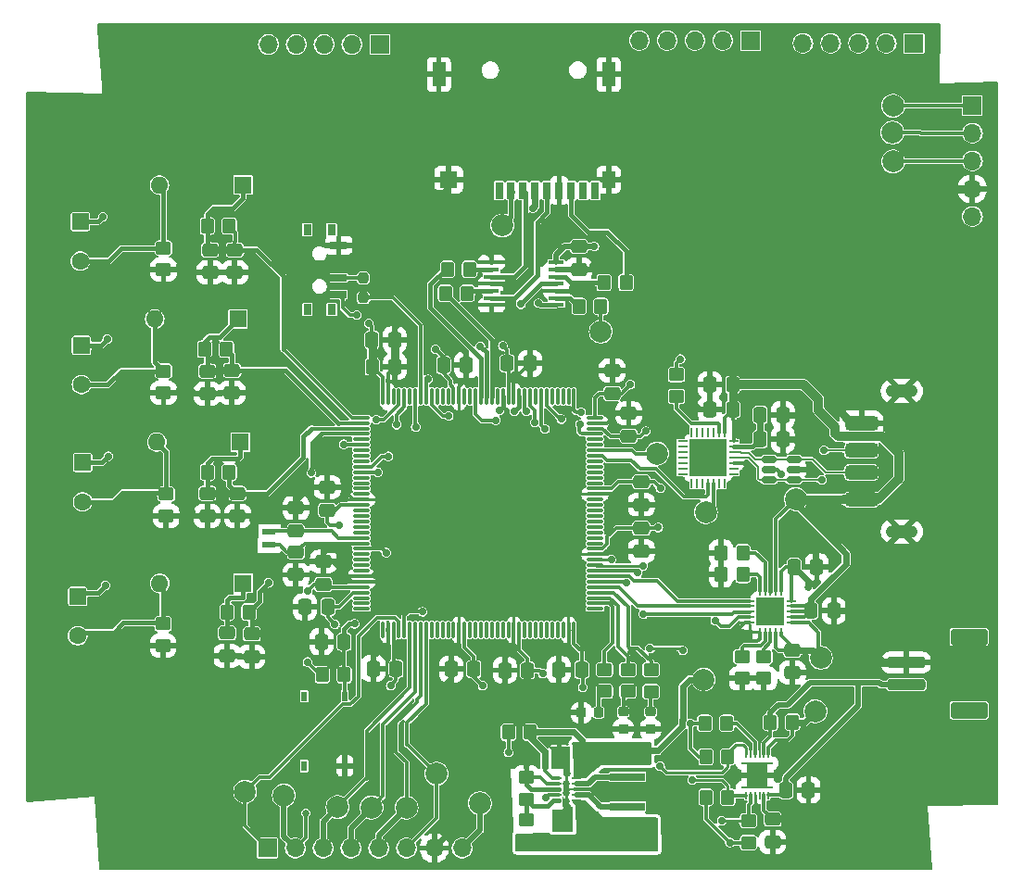
<source format=gtl>
%TF.GenerationSoftware,KiCad,Pcbnew,8.0.8*%
%TF.CreationDate,2025-03-13T11:35:54-04:00*%
%TF.ProjectId,ECE477-SeniorDesign,45434534-3737-42d5-9365-6e696f724465,rev?*%
%TF.SameCoordinates,Original*%
%TF.FileFunction,Copper,L1,Top*%
%TF.FilePolarity,Positive*%
%FSLAX46Y46*%
G04 Gerber Fmt 4.6, Leading zero omitted, Abs format (unit mm)*
G04 Created by KiCad (PCBNEW 8.0.8) date 2025-03-13 11:35:54*
%MOMM*%
%LPD*%
G01*
G04 APERTURE LIST*
G04 Aperture macros list*
%AMRoundRect*
0 Rectangle with rounded corners*
0 $1 Rounding radius*
0 $2 $3 $4 $5 $6 $7 $8 $9 X,Y pos of 4 corners*
0 Add a 4 corners polygon primitive as box body*
4,1,4,$2,$3,$4,$5,$6,$7,$8,$9,$2,$3,0*
0 Add four circle primitives for the rounded corners*
1,1,$1+$1,$2,$3*
1,1,$1+$1,$4,$5*
1,1,$1+$1,$6,$7*
1,1,$1+$1,$8,$9*
0 Add four rect primitives between the rounded corners*
20,1,$1+$1,$2,$3,$4,$5,0*
20,1,$1+$1,$4,$5,$6,$7,0*
20,1,$1+$1,$6,$7,$8,$9,0*
20,1,$1+$1,$8,$9,$2,$3,0*%
%AMFreePoly0*
4,1,21,-0.300000,0.050000,-0.296194,0.069134,-0.285355,0.085355,-0.269134,0.096194,-0.250000,0.100000,0.250000,0.100000,0.269134,0.096194,0.285355,0.085355,0.296194,0.069134,0.300000,0.050000,0.300000,-0.050000,0.296194,-0.069134,0.285355,-0.085355,0.269134,-0.096194,0.250000,-0.100000,-0.250000,-0.100000,-0.269134,-0.096194,-0.285355,-0.085355,-0.296194,-0.069134,-0.300000,-0.050000,
-0.300000,0.050000,-0.300000,0.050000,$1*%
G04 Aperture macros list end*
%TA.AperFunction,SMDPad,CuDef*%
%ADD10RoundRect,0.250000X0.450000X-0.350000X0.450000X0.350000X-0.450000X0.350000X-0.450000X-0.350000X0*%
%TD*%
%TA.AperFunction,SMDPad,CuDef*%
%ADD11RoundRect,0.218750X0.256250X-0.218750X0.256250X0.218750X-0.256250X0.218750X-0.256250X-0.218750X0*%
%TD*%
%TA.AperFunction,SMDPad,CuDef*%
%ADD12RoundRect,0.218750X-0.218750X-0.256250X0.218750X-0.256250X0.218750X0.256250X-0.218750X0.256250X0*%
%TD*%
%TA.AperFunction,SMDPad,CuDef*%
%ADD13RoundRect,0.250000X-0.450000X0.350000X-0.450000X-0.350000X0.450000X-0.350000X0.450000X0.350000X0*%
%TD*%
%TA.AperFunction,SMDPad,CuDef*%
%ADD14RoundRect,0.250000X-0.475000X0.337500X-0.475000X-0.337500X0.475000X-0.337500X0.475000X0.337500X0*%
%TD*%
%TA.AperFunction,SMDPad,CuDef*%
%ADD15RoundRect,0.250000X0.337500X0.475000X-0.337500X0.475000X-0.337500X-0.475000X0.337500X-0.475000X0*%
%TD*%
%TA.AperFunction,SMDPad,CuDef*%
%ADD16RoundRect,0.250000X-0.350000X-0.450000X0.350000X-0.450000X0.350000X0.450000X-0.350000X0.450000X0*%
%TD*%
%TA.AperFunction,SMDPad,CuDef*%
%ADD17C,2.000000*%
%TD*%
%TA.AperFunction,SMDPad,CuDef*%
%ADD18RoundRect,0.250000X-0.337500X-0.475000X0.337500X-0.475000X0.337500X0.475000X-0.337500X0.475000X0*%
%TD*%
%TA.AperFunction,SMDPad,CuDef*%
%ADD19R,0.965200X0.254000*%
%TD*%
%TA.AperFunction,SMDPad,CuDef*%
%ADD20R,0.254000X0.965200*%
%TD*%
%TA.AperFunction,SMDPad,CuDef*%
%ADD21R,3.352800X3.352800*%
%TD*%
%TA.AperFunction,ComponentPad*%
%ADD22RoundRect,0.250000X-0.550000X0.550000X-0.550000X-0.550000X0.550000X-0.550000X0.550000X0.550000X0*%
%TD*%
%TA.AperFunction,ComponentPad*%
%ADD23C,1.600000*%
%TD*%
%TA.AperFunction,SMDPad,CuDef*%
%ADD24RoundRect,0.250000X0.475000X-0.337500X0.475000X0.337500X-0.475000X0.337500X-0.475000X-0.337500X0*%
%TD*%
%TA.AperFunction,ComponentPad*%
%ADD25R,1.600000X1.600000*%
%TD*%
%TA.AperFunction,ComponentPad*%
%ADD26O,1.600000X1.600000*%
%TD*%
%TA.AperFunction,SMDPad,CuDef*%
%ADD27RoundRect,0.250000X1.500000X-0.250000X1.500000X0.250000X-1.500000X0.250000X-1.500000X-0.250000X0*%
%TD*%
%TA.AperFunction,SMDPad,CuDef*%
%ADD28RoundRect,0.250001X1.449999X-0.499999X1.449999X0.499999X-1.449999X0.499999X-1.449999X-0.499999X0*%
%TD*%
%TA.AperFunction,SMDPad,CuDef*%
%ADD29RoundRect,0.250000X0.350000X0.450000X-0.350000X0.450000X-0.350000X-0.450000X0.350000X-0.450000X0*%
%TD*%
%TA.AperFunction,ComponentPad*%
%ADD30R,1.700000X1.700000*%
%TD*%
%TA.AperFunction,ComponentPad*%
%ADD31O,1.700000X1.700000*%
%TD*%
%TA.AperFunction,SMDPad,CuDef*%
%ADD32FreePoly0,90.000000*%
%TD*%
%TA.AperFunction,SMDPad,CuDef*%
%ADD33RoundRect,0.050000X-0.212500X-0.050000X0.212500X-0.050000X0.212500X0.050000X-0.212500X0.050000X0*%
%TD*%
%TA.AperFunction,SMDPad,CuDef*%
%ADD34R,1.950000X2.450000*%
%TD*%
%TA.AperFunction,SMDPad,CuDef*%
%ADD35RoundRect,0.237500X-0.237500X0.250000X-0.237500X-0.250000X0.237500X-0.250000X0.237500X0.250000X0*%
%TD*%
%TA.AperFunction,SMDPad,CuDef*%
%ADD36RoundRect,0.075000X-0.662500X-0.075000X0.662500X-0.075000X0.662500X0.075000X-0.662500X0.075000X0*%
%TD*%
%TA.AperFunction,SMDPad,CuDef*%
%ADD37RoundRect,0.075000X-0.075000X-0.662500X0.075000X-0.662500X0.075000X0.662500X-0.075000X0.662500X0*%
%TD*%
%TA.AperFunction,SMDPad,CuDef*%
%ADD38R,0.800000X1.000000*%
%TD*%
%TA.AperFunction,SMDPad,CuDef*%
%ADD39R,1.500000X0.700000*%
%TD*%
%TA.AperFunction,SMDPad,CuDef*%
%ADD40R,0.254000X0.812800*%
%TD*%
%TA.AperFunction,SMDPad,CuDef*%
%ADD41R,0.812800X0.254000*%
%TD*%
%TA.AperFunction,SMDPad,CuDef*%
%ADD42R,2.594000X2.594000*%
%TD*%
%TA.AperFunction,SMDPad,CuDef*%
%ADD43R,0.558800X0.952500*%
%TD*%
%TA.AperFunction,SMDPad,CuDef*%
%ADD44R,0.599999X0.249999*%
%TD*%
%TA.AperFunction,SMDPad,CuDef*%
%ADD45R,0.900001X0.249999*%
%TD*%
%TA.AperFunction,SMDPad,CuDef*%
%ADD46R,1.300000X0.249999*%
%TD*%
%TA.AperFunction,SMDPad,CuDef*%
%ADD47R,0.700000X1.600000*%
%TD*%
%TA.AperFunction,SMDPad,CuDef*%
%ADD48R,1.200000X1.500000*%
%TD*%
%TA.AperFunction,SMDPad,CuDef*%
%ADD49R,1.200000X2.200000*%
%TD*%
%TA.AperFunction,SMDPad,CuDef*%
%ADD50R,1.600000X1.500000*%
%TD*%
%TA.AperFunction,SMDPad,CuDef*%
%ADD51RoundRect,0.325000X1.175000X-0.325000X1.175000X0.325000X-1.175000X0.325000X-1.175000X-0.325000X0*%
%TD*%
%TA.AperFunction,HeatsinkPad*%
%ADD52O,2.900000X1.200000*%
%TD*%
%TA.AperFunction,SMDPad,CuDef*%
%ADD53R,1.200000X0.600000*%
%TD*%
%TA.AperFunction,SMDPad,CuDef*%
%ADD54R,1.409700X0.355600*%
%TD*%
%TA.AperFunction,SMDPad,CuDef*%
%ADD55R,3.200400X0.762000*%
%TD*%
%TA.AperFunction,SMDPad,CuDef*%
%ADD56RoundRect,0.150000X0.512500X0.150000X-0.512500X0.150000X-0.512500X-0.150000X0.512500X-0.150000X0*%
%TD*%
%TA.AperFunction,ViaPad*%
%ADD57C,0.700000*%
%TD*%
%TA.AperFunction,ViaPad*%
%ADD58C,2.000000*%
%TD*%
%TA.AperFunction,ViaPad*%
%ADD59C,0.650000*%
%TD*%
%TA.AperFunction,Conductor*%
%ADD60C,0.300000*%
%TD*%
%TA.AperFunction,Conductor*%
%ADD61C,0.600000*%
%TD*%
%TA.AperFunction,Conductor*%
%ADD62C,0.250000*%
%TD*%
%TA.AperFunction,Conductor*%
%ADD63C,0.330000*%
%TD*%
%TA.AperFunction,Conductor*%
%ADD64C,0.500000*%
%TD*%
%TA.AperFunction,Conductor*%
%ADD65C,0.400000*%
%TD*%
%TA.AperFunction,Conductor*%
%ADD66C,0.750000*%
%TD*%
%TA.AperFunction,Conductor*%
%ADD67C,0.800000*%
%TD*%
%TA.AperFunction,Conductor*%
%ADD68C,0.100000*%
%TD*%
%TA.AperFunction,Conductor*%
%ADD69C,0.850000*%
%TD*%
%TA.AperFunction,Conductor*%
%ADD70C,0.200000*%
%TD*%
G04 APERTURE END LIST*
D10*
%TO.P,R13,1*%
%TO.N,Net-(U8-~{RST})*%
X171600000Y-79325000D03*
%TO.P,R13,2*%
%TO.N,+3.3V*%
X171600000Y-77325000D03*
%TD*%
D11*
%TO.P,D3,1,K*%
%TO.N,GND*%
X169250000Y-109725000D03*
%TO.P,D3,2,A*%
%TO.N,Net-(D3-A)*%
X169250000Y-108150000D03*
%TD*%
%TO.P,D2,1,K*%
%TO.N,GND*%
X166750000Y-109725000D03*
%TO.P,D2,2,A*%
%TO.N,Net-(D2-A)*%
X166750000Y-108150000D03*
%TD*%
D12*
%TO.P,D1,1,K*%
%TO.N,GND*%
X162925000Y-108225000D03*
%TO.P,D1,2,A*%
%TO.N,Net-(D1-A)*%
X164500000Y-108225000D03*
%TD*%
D13*
%TO.P,R12,1*%
%TO.N,LED1*%
X169300000Y-104300000D03*
%TO.P,R12,2*%
%TO.N,Net-(D3-A)*%
X169300000Y-106300000D03*
%TD*%
%TO.P,R10,2*%
%TO.N,Net-(D2-A)*%
X167175000Y-106275000D03*
%TO.P,R10,1*%
%TO.N,LED2*%
X167175000Y-104275000D03*
%TD*%
%TO.P,R5,2*%
%TO.N,Net-(D1-A)*%
X165025000Y-106275000D03*
%TO.P,R5,1*%
%TO.N,LED3*%
X165025000Y-104275000D03*
%TD*%
D14*
%TO.P,C7,1*%
%TO.N,+3.3V*%
X168400000Y-91375000D03*
%TO.P,C7,2*%
%TO.N,GND*%
X168400000Y-93450000D03*
%TD*%
D15*
%TO.P,C9,1*%
%TO.N,+3.3V*%
X158000000Y-104350000D03*
%TO.P,C9,2*%
%TO.N,GND*%
X155925000Y-104350000D03*
%TD*%
D14*
%TO.P,C2,1*%
%TO.N,GND*%
X136850000Y-89525000D03*
%TO.P,C2,2*%
%TO.N,Net-(U2-PH0)*%
X136850000Y-91600000D03*
%TD*%
D16*
%TO.P,R3,1*%
%TO.N,+3.3V*%
X174200000Y-109200000D03*
%TO.P,R3,2*%
%TO.N,Net-(U5-BIN)*%
X176200000Y-109200000D03*
%TD*%
D17*
%TO.P,TP4,1,1*%
%TO.N,/MCU/Eink_D{slash}C*%
X146950000Y-116900000D03*
%TD*%
D18*
%TO.P,C1,1*%
%TO.N,GND*%
X139175000Y-101750000D03*
%TO.P,C1,2*%
%TO.N,NRST*%
X141250000Y-101750000D03*
%TD*%
D14*
%TO.P,C36,1*%
%TO.N,Net-(D5-K)*%
X128750000Y-77000000D03*
%TO.P,C36,2*%
%TO.N,GND*%
X128750000Y-79075000D03*
%TD*%
D19*
%TO.P,U8,1,DCD*%
%TO.N,unconnected-(U8-DCD-Pad1)*%
X176824100Y-86425900D03*
%TO.P,U8,2,RI*%
%TO.N,unconnected-(U8-RI-Pad2)*%
X176824100Y-85925901D03*
%TO.P,U8,3,GND*%
%TO.N,GND*%
X176824100Y-85425899D03*
%TO.P,U8,4,D+*%
%TO.N,/USB-UART/USB_D+*%
X176824100Y-84925900D03*
%TO.P,U8,5,D-*%
%TO.N,/USB-UART/USB_D-*%
X176824100Y-84425901D03*
%TO.P,U8,6,VDD*%
%TO.N,Net-(U8-VDD)*%
X176824100Y-83925899D03*
%TO.P,U8,7,REGIN*%
%TO.N,VBUS*%
X176824100Y-83425900D03*
D20*
%TO.P,U8,8,VBUS*%
X176000000Y-82601800D03*
%TO.P,U8,9,~{RST}*%
%TO.N,Net-(U8-~{RST})*%
X175500001Y-82601800D03*
%TO.P,U8,10,NC*%
%TO.N,unconnected-(U8-NC-Pad10)*%
X174999999Y-82601800D03*
%TO.P,U8,11,~{SUSPEND}*%
%TO.N,unconnected-(U8-~{SUSPEND}-Pad11)*%
X174500000Y-82601800D03*
%TO.P,U8,12,SUSPEND*%
%TO.N,unconnected-(U8-SUSPEND-Pad12)*%
X174000001Y-82601800D03*
%TO.P,U8,13,NC@1*%
%TO.N,unconnected-(U8-NC@1-Pad13)*%
X173499999Y-82601800D03*
%TO.P,U8,14,NC@2*%
%TO.N,unconnected-(U8-NC@2-Pad14)*%
X173000000Y-82601800D03*
D19*
%TO.P,U8,15,NC@3*%
%TO.N,unconnected-(U8-NC@3-Pad15)*%
X172175900Y-83425900D03*
%TO.P,U8,16,NC@4*%
%TO.N,unconnected-(U8-NC@4-Pad16)*%
X172175900Y-83925899D03*
%TO.P,U8,17,NC@5*%
%TO.N,unconnected-(U8-NC@5-Pad17)*%
X172175900Y-84425901D03*
%TO.P,U8,18,NC/VPP*%
%TO.N,unconnected-(U8-NC{slash}VPP-Pad18)*%
X172175900Y-84925900D03*
%TO.P,U8,19,NC@6*%
%TO.N,unconnected-(U8-NC@6-Pad19)*%
X172175900Y-85425899D03*
%TO.P,U8,20,NC@7*%
%TO.N,unconnected-(U8-NC@7-Pad20)*%
X172175900Y-85925901D03*
%TO.P,U8,21,NC@8*%
%TO.N,unconnected-(U8-NC@8-Pad21)*%
X172175900Y-86425900D03*
D20*
%TO.P,U8,22,NC@9*%
%TO.N,unconnected-(U8-NC@9-Pad22)*%
X173000000Y-87250000D03*
%TO.P,U8,23,CTS*%
%TO.N,unconnected-(U8-CTS-Pad23)*%
X173499999Y-87250000D03*
%TO.P,U8,24,RTS*%
%TO.N,unconnected-(U8-RTS-Pad24)*%
X174000001Y-87250000D03*
%TO.P,U8,25,RXD*%
%TO.N,/MCU/USART1_TX*%
X174500000Y-87250000D03*
%TO.P,U8,26,TXD*%
%TO.N,/MCU/USART1_RX*%
X174999999Y-87250000D03*
%TO.P,U8,27,DSR*%
%TO.N,unconnected-(U8-DSR-Pad27)*%
X175500001Y-87250000D03*
%TO.P,U8,28,DTR*%
%TO.N,unconnected-(U8-DTR-Pad28)*%
X176000000Y-87250000D03*
D21*
%TO.P,U8,29,GND@1*%
%TO.N,GND*%
X174500000Y-84925900D03*
%TD*%
D10*
%TO.P,R7,1*%
%TO.N,+3.3V*%
X157900000Y-120000000D03*
%TO.P,R7,2*%
%TO.N,Net-(U10-FB)*%
X157900000Y-118000000D03*
%TD*%
D22*
%TO.P,J5,1,Pin_1*%
%TO.N,+3.3V*%
X117150000Y-63350000D03*
D23*
%TO.P,J5,2,Pin_2*%
%TO.N,Net-(D4-A)*%
X117150000Y-66950000D03*
%TD*%
D10*
%TO.P,R18,1*%
%TO.N,GND*%
X177600000Y-105100000D03*
%TO.P,R18,2*%
%TO.N,Net-(U6-PROG3)*%
X177600000Y-103100000D03*
%TD*%
D24*
%TO.P,C41,1*%
%TO.N,GND*%
X162700000Y-67700000D03*
%TO.P,C41,2*%
%TO.N,+3.3V*%
X162700000Y-65625000D03*
%TD*%
D14*
%TO.P,C37,1*%
%TO.N,Net-(D6-K)*%
X128750000Y-88175000D03*
%TO.P,C37,2*%
%TO.N,GND*%
X128750000Y-90250000D03*
%TD*%
D25*
%TO.P,D4,1,K*%
%TO.N,Net-(D4-K)*%
X132000000Y-60000000D03*
D26*
%TO.P,D4,2,A*%
%TO.N,Net-(D4-A)*%
X124380000Y-60000000D03*
%TD*%
D16*
%TO.P,R16,1*%
%TO.N,GND*%
X175700000Y-95600000D03*
%TO.P,R16,2*%
%TO.N,Net-(U6-THERM)*%
X177700000Y-95600000D03*
%TD*%
D27*
%TO.P,J6,1,Pin_1*%
%TO.N,BATTERY_IN*%
X192600000Y-105650000D03*
%TO.P,J6,2,Pin_2*%
%TO.N,GND*%
X192600000Y-103650000D03*
D28*
%TO.P,J6,MP*%
%TO.N,N/C*%
X198350000Y-108000000D03*
X198350000Y-101300000D03*
%TD*%
D15*
%TO.P,C32,1*%
%TO.N,VBUS*%
X176750000Y-80500000D03*
%TO.P,C32,2*%
%TO.N,GND*%
X174675000Y-80500000D03*
%TD*%
D14*
%TO.P,C39,1*%
%TO.N,/ExtraPeriphs/button2*%
X131000000Y-76925000D03*
%TO.P,C39,2*%
%TO.N,GND*%
X131000000Y-79000000D03*
%TD*%
D15*
%TO.P,C20,1*%
%TO.N,+3.3V*%
X163250000Y-118050000D03*
%TO.P,C20,2*%
%TO.N,GND*%
X161175000Y-118050000D03*
%TD*%
D18*
%TO.P,C25,1*%
%TO.N,BATTERY_IN*%
X181600000Y-115300000D03*
%TO.P,C25,2*%
%TO.N,GND*%
X183675000Y-115300000D03*
%TD*%
D29*
%TO.P,R9,1*%
%TO.N,/LipoPower/Monitor_SDA*%
X176300000Y-115960000D03*
%TO.P,R9,2*%
%TO.N,+3.3V*%
X174300000Y-115960000D03*
%TD*%
D14*
%TO.P,C27,1*%
%TO.N,Net-(U5-V_{DD})*%
X180400000Y-117960000D03*
%TO.P,C27,2*%
%TO.N,GND*%
X180400000Y-120035000D03*
%TD*%
D30*
%TO.P,J2,1,Pin_1*%
%TO.N,Extra_5*%
X144490000Y-47150000D03*
D31*
%TO.P,J2,2,Pin_2*%
%TO.N,Extra_4*%
X141950000Y-47150000D03*
%TO.P,J2,3,Pin_3*%
%TO.N,Extra_3*%
X139410000Y-47150000D03*
%TO.P,J2,4,Pin_4*%
%TO.N,Extra_2*%
X136870000Y-47150000D03*
%TO.P,J2,5,Pin_5*%
%TO.N,Extra_1*%
X134330000Y-47150000D03*
%TD*%
D15*
%TO.P,C10,2*%
%TO.N,GND*%
X151025000Y-104250000D03*
%TO.P,C10,1*%
%TO.N,+3.3V*%
X153100000Y-104250000D03*
%TD*%
D32*
%TO.P,U5,1,SDA*%
%TO.N,/LipoPower/Monitor_SDA*%
X178000000Y-115850000D03*
%TO.P,U5,2,SCL*%
%TO.N,/LipoPower/Monitor_SCL*%
X178400000Y-115850000D03*
%TO.P,U5,3,V_{SS}*%
%TO.N,GND*%
X178800000Y-115850000D03*
%TO.P,U5,4,NC*%
%TO.N,unconnected-(U5-NC-Pad4)*%
X179200000Y-115850000D03*
%TO.P,U5,5,V_{DD}*%
%TO.N,Net-(U5-V_{DD})*%
X179600000Y-115850000D03*
%TO.P,U5,6,BAT*%
%TO.N,BATTERY_IN*%
X180000000Y-115850000D03*
%TO.P,U5,7,SRN*%
%TO.N,V_Batt*%
X180000000Y-112050000D03*
%TO.P,U5,8,SRP*%
%TO.N,BATTERY_IN*%
X179600000Y-112050000D03*
%TO.P,U5,9,NC*%
%TO.N,unconnected-(U5-NC-Pad9)*%
X179200000Y-112050000D03*
%TO.P,U5,10,BIN*%
%TO.N,Net-(U5-BIN)*%
X178800000Y-112050000D03*
%TO.P,U5,11,NC*%
%TO.N,unconnected-(U5-NC-Pad11)*%
X178400000Y-112050000D03*
%TO.P,U5,12,GPOUT*%
%TO.N,/LipoPower/Monitor_GPOUT*%
X178000000Y-112050000D03*
D33*
%TO.P,U5,13,PAD*%
%TO.N,GND*%
X177812500Y-115075000D03*
X180187500Y-115075000D03*
D34*
X179000000Y-113950000D03*
D33*
X177812500Y-112825000D03*
X180187500Y-112825000D03*
%TD*%
D16*
%TO.P,R25,1*%
%TO.N,Net-(D6-K)*%
X128750000Y-86250000D03*
%TO.P,R25,2*%
%TO.N,/ExtraPeriphs/button3*%
X130750000Y-86250000D03*
%TD*%
D22*
%TO.P,J9,1,Pin_1*%
%TO.N,+3.3V*%
X117250000Y-74650000D03*
D23*
%TO.P,J9,2,Pin_2*%
%TO.N,Net-(D5-A)*%
X117250000Y-78250000D03*
%TD*%
D14*
%TO.P,C30,1*%
%TO.N,V_Batt*%
X182200000Y-102500000D03*
%TO.P,C30,2*%
%TO.N,GND*%
X182200000Y-104575000D03*
%TD*%
D10*
%TO.P,R4,1*%
%TO.N,Net-(U10-FB)*%
X157900000Y-116150000D03*
%TO.P,R4,2*%
%TO.N,GND*%
X157900000Y-114150000D03*
%TD*%
D15*
%TO.P,C34,1*%
%TO.N,VBUS*%
X176750000Y-78250000D03*
%TO.P,C34,2*%
%TO.N,GND*%
X174675000Y-78250000D03*
%TD*%
D18*
%TO.P,C29,1*%
%TO.N,VBUS*%
X183900000Y-98900000D03*
%TO.P,C29,2*%
%TO.N,GND*%
X185975000Y-98900000D03*
%TD*%
%TO.P,C18,1*%
%TO.N,+3.3V*%
X143775000Y-74150000D03*
%TO.P,C18,2*%
%TO.N,GND*%
X145850000Y-74150000D03*
%TD*%
D35*
%TO.P,R2,1*%
%TO.N,Net-(SWBOOT1-B)*%
X143000000Y-68475000D03*
%TO.P,R2,2*%
%TO.N,Net-(U2-PH3)*%
X143000000Y-70300000D03*
%TD*%
D15*
%TO.P,C12,1*%
%TO.N,+3.3V*%
X139750000Y-98550000D03*
%TO.P,C12,2*%
%TO.N,GND*%
X137675000Y-98550000D03*
%TD*%
D16*
%TO.P,R24,1*%
%TO.N,Net-(D5-K)*%
X128500000Y-75000000D03*
%TO.P,R24,2*%
%TO.N,/ExtraPeriphs/button2*%
X130500000Y-75000000D03*
%TD*%
D30*
%TO.P,J3,1,Pin_1*%
%TO.N,unconnected-(J3-Pin_1-Pad1)*%
X193325000Y-47050000D03*
D31*
%TO.P,J3,2,Pin_2*%
%TO.N,SPI2_NSS*%
X190785000Y-47050000D03*
%TO.P,J3,3,Pin_3*%
%TO.N,SPI2_SCK*%
X188245000Y-47050000D03*
%TO.P,J3,4,Pin_4*%
%TO.N,SPI2_MISO*%
X185705000Y-47050000D03*
%TO.P,J3,5,Pin_5*%
%TO.N,SPI2_MOSI*%
X183165000Y-47050000D03*
%TD*%
D24*
%TO.P,C5,1*%
%TO.N,+3.3V*%
X167250000Y-82950000D03*
%TO.P,C5,2*%
%TO.N,GND*%
X167250000Y-80875000D03*
%TD*%
D36*
%TO.P,U2,1,PE2*%
%TO.N,/ExtraPeriphs/button1*%
X142837500Y-81250000D03*
%TO.P,U2,2,PE3*%
%TO.N,/ExtraPeriphs/button2*%
X142837500Y-81750000D03*
%TO.P,U2,3,PE4*%
%TO.N,/ExtraPeriphs/button3*%
X142837500Y-82250000D03*
%TO.P,U2,4,PE5*%
%TO.N,/ExtraPeriphs/switch*%
X142837500Y-82750000D03*
%TO.P,U2,5,PE6*%
%TO.N,unconnected-(U2-PE6-Pad5)*%
X142837500Y-83250000D03*
%TO.P,U2,6,VBAT*%
%TO.N,+3.3V*%
X142837500Y-83750000D03*
%TO.P,U2,7,PC13*%
%TO.N,unconnected-(U2-PC13-Pad7)*%
X142837500Y-84250000D03*
%TO.P,U2,8,PC14*%
%TO.N,unconnected-(U2-PC14-Pad8)*%
X142837500Y-84750000D03*
%TO.P,U2,9,PC15*%
%TO.N,unconnected-(U2-PC15-Pad9)*%
X142837500Y-85250000D03*
%TO.P,U2,10,PF0*%
%TO.N,I2C4_SDA*%
X142837500Y-85750000D03*
%TO.P,U2,11,PF1*%
%TO.N,I2C4_SCL*%
X142837500Y-86250000D03*
%TO.P,U2,12,PF2*%
%TO.N,unconnected-(U2-PF2-Pad12)*%
X142837500Y-86750000D03*
%TO.P,U2,13,PF3*%
%TO.N,unconnected-(U2-PF3-Pad13)*%
X142837500Y-87250000D03*
%TO.P,U2,14,PF4*%
%TO.N,unconnected-(U2-PF4-Pad14)*%
X142837500Y-87750000D03*
%TO.P,U2,15,PF5*%
%TO.N,unconnected-(U2-PF5-Pad15)*%
X142837500Y-88250000D03*
%TO.P,U2,16,VSS*%
%TO.N,GND*%
X142837500Y-88750000D03*
%TO.P,U2,17,VDD*%
%TO.N,+3.3V*%
X142837500Y-89250000D03*
%TO.P,U2,18,PF6*%
%TO.N,unconnected-(U2-PF6-Pad18)*%
X142837500Y-89750000D03*
%TO.P,U2,19,PF7*%
%TO.N,unconnected-(U2-PF7-Pad19)*%
X142837500Y-90250000D03*
%TO.P,U2,20,PF8*%
%TO.N,unconnected-(U2-PF8-Pad20)*%
X142837500Y-90750000D03*
%TO.P,U2,21,PF9*%
%TO.N,unconnected-(U2-PF9-Pad21)*%
X142837500Y-91250000D03*
%TO.P,U2,22,PF10*%
%TO.N,unconnected-(U2-PF10-Pad22)*%
X142837500Y-91750000D03*
%TO.P,U2,23,PH0*%
%TO.N,Net-(U2-PH0)*%
X142837500Y-92250000D03*
%TO.P,U2,24,PH1*%
%TO.N,Net-(U2-PH1)*%
X142837500Y-92750000D03*
%TO.P,U2,25,NRST*%
%TO.N,NRST*%
X142837500Y-93250000D03*
%TO.P,U2,26,PC0*%
%TO.N,unconnected-(U2-PC0-Pad26)*%
X142837500Y-93750000D03*
%TO.P,U2,27,PC1*%
%TO.N,unconnected-(U2-PC1-Pad27)*%
X142837500Y-94250000D03*
%TO.P,U2,28,PC2*%
%TO.N,unconnected-(U2-PC2-Pad28)*%
X142837500Y-94750000D03*
%TO.P,U2,29,PC3*%
%TO.N,unconnected-(U2-PC3-Pad29)*%
X142837500Y-95250000D03*
%TO.P,U2,30,VSSA*%
%TO.N,GND*%
X142837500Y-95750000D03*
%TO.P,U2,31,VREF-*%
X142837500Y-96250000D03*
%TO.P,U2,32,VREF+*%
%TO.N,+3.3V*%
X142837500Y-96750000D03*
%TO.P,U2,33,VDDA*%
X142837500Y-97250000D03*
%TO.P,U2,34,PA0*%
%TO.N,unconnected-(U2-PA0-Pad34)*%
X142837500Y-97750000D03*
%TO.P,U2,35,PA1*%
%TO.N,unconnected-(U2-PA1-Pad35)*%
X142837500Y-98250000D03*
%TO.P,U2,36,PA2*%
%TO.N,unconnected-(U2-PA2-Pad36)*%
X142837500Y-98750000D03*
D37*
%TO.P,U2,37,PA3*%
%TO.N,unconnected-(U2-PA3-Pad37)*%
X144750000Y-100662500D03*
%TO.P,U2,38,VSS*%
%TO.N,GND*%
X145250000Y-100662500D03*
%TO.P,U2,39,VDD*%
%TO.N,+3.3V*%
X145750000Y-100662500D03*
%TO.P,U2,40,PA4*%
%TO.N,/MCU/SPI1_NSS*%
X146250000Y-100662500D03*
%TO.P,U2,41,PA5*%
%TO.N,/MCU/SPI1_SCK*%
X146750000Y-100662500D03*
%TO.P,U2,42,PA6*%
%TO.N,/MCU/Eink_Busy*%
X147250000Y-100662500D03*
%TO.P,U2,43,PA7*%
%TO.N,/MCU/SPI1_MOSI*%
X147750000Y-100662500D03*
%TO.P,U2,44,PC4*%
%TO.N,/MCU/Eink_D{slash}C*%
X148250000Y-100662500D03*
%TO.P,U2,45,PC5*%
%TO.N,/MCU/Eink_RST*%
X148750000Y-100662500D03*
%TO.P,U2,46,PB0*%
%TO.N,unconnected-(U2-PB0-Pad46)*%
X149250000Y-100662500D03*
%TO.P,U2,47,PB1*%
%TO.N,unconnected-(U2-PB1-Pad47)*%
X149750000Y-100662500D03*
%TO.P,U2,48,PB2*%
%TO.N,unconnected-(U2-PB2-Pad48)*%
X150250000Y-100662500D03*
%TO.P,U2,49,PF11*%
%TO.N,unconnected-(U2-PF11-Pad49)*%
X150750000Y-100662500D03*
%TO.P,U2,50,PF12*%
%TO.N,unconnected-(U2-PF12-Pad50)*%
X151250000Y-100662500D03*
%TO.P,U2,51,VSS*%
%TO.N,GND*%
X151750000Y-100662500D03*
%TO.P,U2,52,VDD*%
%TO.N,+3.3V*%
X152250000Y-100662500D03*
%TO.P,U2,53,PF13*%
%TO.N,unconnected-(U2-PF13-Pad53)*%
X152750000Y-100662500D03*
%TO.P,U2,54,PF14*%
%TO.N,unconnected-(U2-PF14-Pad54)*%
X153250000Y-100662500D03*
%TO.P,U2,55,PF15*%
%TO.N,unconnected-(U2-PF15-Pad55)*%
X153750000Y-100662500D03*
%TO.P,U2,56,PG0*%
%TO.N,unconnected-(U2-PG0-Pad56)*%
X154250000Y-100662500D03*
%TO.P,U2,57,PG1*%
%TO.N,unconnected-(U2-PG1-Pad57)*%
X154750000Y-100662500D03*
%TO.P,U2,58,PE7*%
%TO.N,unconnected-(U2-PE7-Pad58)*%
X155250000Y-100662500D03*
%TO.P,U2,59,PE8*%
%TO.N,unconnected-(U2-PE8-Pad59)*%
X155750000Y-100662500D03*
%TO.P,U2,60,PE9*%
%TO.N,unconnected-(U2-PE9-Pad60)*%
X156250000Y-100662500D03*
%TO.P,U2,61,VSS*%
%TO.N,GND*%
X156750000Y-100662500D03*
%TO.P,U2,62,VDD*%
%TO.N,+3.3V*%
X157250000Y-100662500D03*
%TO.P,U2,63,PE10*%
%TO.N,unconnected-(U2-PE10-Pad63)*%
X157750000Y-100662500D03*
%TO.P,U2,64,PE11*%
%TO.N,unconnected-(U2-PE11-Pad64)*%
X158250000Y-100662500D03*
%TO.P,U2,65,PE12*%
%TO.N,unconnected-(U2-PE12-Pad65)*%
X158750000Y-100662500D03*
%TO.P,U2,66,PE13*%
%TO.N,unconnected-(U2-PE13-Pad66)*%
X159250000Y-100662500D03*
%TO.P,U2,67,PE14*%
%TO.N,unconnected-(U2-PE14-Pad67)*%
X159750000Y-100662500D03*
%TO.P,U2,68,PE15*%
%TO.N,unconnected-(U2-PE15-Pad68)*%
X160250000Y-100662500D03*
%TO.P,U2,69,PB10*%
%TO.N,unconnected-(U2-PB10-Pad69)*%
X160750000Y-100662500D03*
%TO.P,U2,70,VDD12*%
%TO.N,unconnected-(U2-VDD12-Pad70)*%
X161250000Y-100662500D03*
%TO.P,U2,71,VSS*%
%TO.N,GND*%
X161750000Y-100662500D03*
%TO.P,U2,72,VDD*%
%TO.N,+3.3V*%
X162250000Y-100662500D03*
D36*
%TO.P,U2,73,PB12*%
%TO.N,unconnected-(U2-PB12-Pad73)*%
X164162500Y-98750000D03*
%TO.P,U2,74,PB13*%
%TO.N,LED3*%
X164162500Y-98250000D03*
%TO.P,U2,75,PB14*%
%TO.N,LED2*%
X164162500Y-97750000D03*
%TO.P,U2,76,PB15*%
%TO.N,LED1*%
X164162500Y-97250000D03*
%TO.P,U2,77,PD8*%
%TO.N,/LipoPower/Recharge_ST2*%
X164162500Y-96750000D03*
%TO.P,U2,78,PD9*%
%TO.N,/LipoPower/Recharge_ST1*%
X164162500Y-96250000D03*
%TO.P,U2,79,PD10*%
%TO.N,/LipoPower/Recharge_PG*%
X164162500Y-95750000D03*
%TO.P,U2,80,PD11*%
%TO.N,/LipoPower/Monitor_GPOUT*%
X164162500Y-95250000D03*
%TO.P,U2,81,PD12*%
%TO.N,/LipoPower/Monitor_SCL*%
X164162500Y-94750000D03*
%TO.P,U2,82,PD13*%
%TO.N,/LipoPower/Monitor_SDA*%
X164162500Y-94250000D03*
%TO.P,U2,83,VSS*%
%TO.N,GND*%
X164162500Y-93750000D03*
%TO.P,U2,84,VDD*%
%TO.N,+3.3V*%
X164162500Y-93250000D03*
%TO.P,U2,85,PD14*%
%TO.N,unconnected-(U2-PD14-Pad85)*%
X164162500Y-92750000D03*
%TO.P,U2,86,PD15*%
%TO.N,unconnected-(U2-PD15-Pad86)*%
X164162500Y-92250000D03*
%TO.P,U2,87,PG2*%
%TO.N,unconnected-(U2-PG2-Pad87)*%
X164162500Y-91750000D03*
%TO.P,U2,88,PG3*%
%TO.N,unconnected-(U2-PG3-Pad88)*%
X164162500Y-91250000D03*
%TO.P,U2,89,PG4*%
%TO.N,unconnected-(U2-PG4-Pad89)*%
X164162500Y-90750000D03*
%TO.P,U2,90,PG5*%
%TO.N,unconnected-(U2-PG5-Pad90)*%
X164162500Y-90250000D03*
%TO.P,U2,91,PG6*%
%TO.N,unconnected-(U2-PG6-Pad91)*%
X164162500Y-89750000D03*
%TO.P,U2,92,PG7*%
%TO.N,unconnected-(U2-PG7-Pad92)*%
X164162500Y-89250000D03*
%TO.P,U2,93,PG8*%
%TO.N,unconnected-(U2-PG8-Pad93)*%
X164162500Y-88750000D03*
%TO.P,U2,94,VSS*%
%TO.N,GND*%
X164162500Y-88250000D03*
%TO.P,U2,95,VDDIO2*%
%TO.N,+3.3V*%
X164162500Y-87750000D03*
%TO.P,U2,96,PC6*%
%TO.N,unconnected-(U2-PC6-Pad96)*%
X164162500Y-87250000D03*
%TO.P,U2,97,PC7*%
%TO.N,unconnected-(U2-PC7-Pad97)*%
X164162500Y-86750000D03*
%TO.P,U2,98,PC8*%
%TO.N,unconnected-(U2-PC8-Pad98)*%
X164162500Y-86250000D03*
%TO.P,U2,99,PC9*%
%TO.N,unconnected-(U2-PC9-Pad99)*%
X164162500Y-85750000D03*
%TO.P,U2,100,PA8*%
%TO.N,unconnected-(U2-PA8-Pad100)*%
X164162500Y-85250000D03*
%TO.P,U2,101,PA9*%
%TO.N,/MCU/USART1_TX*%
X164162500Y-84750000D03*
%TO.P,U2,102,PA10*%
%TO.N,/MCU/USART1_RX*%
X164162500Y-84250000D03*
%TO.P,U2,103,PA11*%
%TO.N,unconnected-(U2-PA11-Pad103)*%
X164162500Y-83750000D03*
%TO.P,U2,104,PA12*%
%TO.N,unconnected-(U2-PA12-Pad104)*%
X164162500Y-83250000D03*
%TO.P,U2,105,PA13*%
%TO.N,SWDIO*%
X164162500Y-82750000D03*
%TO.P,U2,106,VDDUSB*%
%TO.N,+3.3V*%
X164162500Y-82250000D03*
%TO.P,U2,107,VSS*%
%TO.N,GND*%
X164162500Y-81750000D03*
%TO.P,U2,108,VDD*%
%TO.N,+3.3V*%
X164162500Y-81250000D03*
D37*
%TO.P,U2,109,PA14*%
%TO.N,SWCLK*%
X162250000Y-79337500D03*
%TO.P,U2,110,PA15*%
%TO.N,unconnected-(U2-PA15-Pad110)*%
X161750000Y-79337500D03*
%TO.P,U2,111,PC10*%
%TO.N,unconnected-(U2-PC10-Pad111)*%
X161250000Y-79337500D03*
%TO.P,U2,112,PC11*%
%TO.N,unconnected-(U2-PC11-Pad112)*%
X160750000Y-79337500D03*
%TO.P,U2,113,PC12*%
%TO.N,unconnected-(U2-PC12-Pad113)*%
X160250000Y-79337500D03*
%TO.P,U2,114,PD0*%
%TO.N,SPI2_NSS*%
X159750000Y-79337500D03*
%TO.P,U2,115,PD1*%
%TO.N,SPI2_SCK*%
X159250000Y-79337500D03*
%TO.P,U2,116,PD2*%
%TO.N,unconnected-(U2-PD2-Pad116)*%
X158750000Y-79337500D03*
%TO.P,U2,117,PD3*%
%TO.N,SPI2_MISO*%
X158250000Y-79337500D03*
%TO.P,U2,118,PD4*%
%TO.N,SPI2_MOSI*%
X157750000Y-79337500D03*
%TO.P,U2,119,PD5*%
%TO.N,USART2_TX*%
X157250000Y-79337500D03*
%TO.P,U2,120,VSS*%
%TO.N,GND*%
X156750000Y-79337500D03*
%TO.P,U2,121,VDD*%
%TO.N,+3.3V*%
X156250000Y-79337500D03*
%TO.P,U2,122,PD6*%
%TO.N,USART2_RX*%
X155750000Y-79337500D03*
%TO.P,U2,123,PD7*%
%TO.N,unconnected-(U2-PD7-Pad123)*%
X155250000Y-79337500D03*
%TO.P,U2,124,PG9*%
%TO.N,/ExtraPeriphs/SD_SCK*%
X154750000Y-79337500D03*
%TO.P,U2,125,PG10*%
%TO.N,/ExtraPeriphs/SD_MISO*%
X154250000Y-79337500D03*
%TO.P,U2,126,PG11*%
%TO.N,/ExtraPeriphs/SD_MOSI*%
X153750000Y-79337500D03*
%TO.P,U2,127,PG12*%
%TO.N,/ExtraPeriphs/SD_CS*%
X153250000Y-79337500D03*
%TO.P,U2,128,PG13*%
%TO.N,unconnected-(U2-PG13-Pad128)*%
X152750000Y-79337500D03*
%TO.P,U2,129,PG14*%
%TO.N,unconnected-(U2-PG14-Pad129)*%
X152250000Y-79337500D03*
%TO.P,U2,130,VSS*%
%TO.N,GND*%
X151750000Y-79337500D03*
%TO.P,U2,131,VDDIO2*%
%TO.N,+3.3V*%
X151250000Y-79337500D03*
%TO.P,U2,132,PB3*%
%TO.N,unconnected-(U2-PB3-Pad132)*%
X150750000Y-79337500D03*
%TO.P,U2,133,PB4*%
%TO.N,unconnected-(U2-PB4-Pad133)*%
X150250000Y-79337500D03*
%TO.P,U2,134,PB5*%
%TO.N,unconnected-(U2-PB5-Pad134)*%
X149750000Y-79337500D03*
%TO.P,U2,135,PB6*%
%TO.N,Extra_5*%
X149250000Y-79337500D03*
%TO.P,U2,136,PB7*%
%TO.N,Extra_4*%
X148750000Y-79337500D03*
%TO.P,U2,137,PH3*%
%TO.N,Net-(U2-PH3)*%
X148250000Y-79337500D03*
%TO.P,U2,138,PB8*%
%TO.N,Extra_3*%
X147750000Y-79337500D03*
%TO.P,U2,139,PB9*%
%TO.N,unconnected-(U2-PB9-Pad139)*%
X147250000Y-79337500D03*
%TO.P,U2,140,PE0*%
%TO.N,Extra_2*%
X146750000Y-79337500D03*
%TO.P,U2,141,PE1*%
%TO.N,Extra_1*%
X146250000Y-79337500D03*
%TO.P,U2,142,VDD12*%
%TO.N,unconnected-(U2-VDD12-Pad142)*%
X145750000Y-79337500D03*
%TO.P,U2,143,VSS*%
%TO.N,GND*%
X145250000Y-79337500D03*
%TO.P,U2,144,VDD*%
%TO.N,+3.3V*%
X144750000Y-79337500D03*
%TD*%
D17*
%TO.P,TP2,1,1*%
%TO.N,/MCU/SPI1_SCK*%
X135750000Y-115800000D03*
%TD*%
D15*
%TO.P,C33,1*%
%TO.N,GND*%
X181325000Y-83250000D03*
%TO.P,C33,2*%
%TO.N,Net-(U8-VDD)*%
X179250000Y-83250000D03*
%TD*%
D17*
%TO.P,TP6,1,1*%
%TO.N,/MCU/Eink_Busy*%
X140650000Y-116850000D03*
%TD*%
D24*
%TO.P,C14,1*%
%TO.N,+3.3V*%
X139700000Y-89700000D03*
%TO.P,C14,2*%
%TO.N,GND*%
X139700000Y-87625000D03*
%TD*%
%TO.P,C13,1*%
%TO.N,+3.3V*%
X139350000Y-96500000D03*
%TO.P,C13,2*%
%TO.N,GND*%
X139350000Y-94425000D03*
%TD*%
D14*
%TO.P,C6,1*%
%TO.N,+3.3V*%
X168400000Y-87125000D03*
%TO.P,C6,2*%
%TO.N,GND*%
X168400000Y-89200000D03*
%TD*%
D30*
%TO.P,J1,1,Pin_1*%
%TO.N,SWCLK*%
X198650000Y-52720000D03*
D31*
%TO.P,J1,2,Pin_2*%
%TO.N,SWDIO*%
X198650000Y-55260000D03*
%TO.P,J1,3,Pin_3*%
%TO.N,NRST*%
X198650000Y-57800000D03*
%TO.P,J1,4,Pin_4*%
%TO.N,GND*%
X198650000Y-60340000D03*
%TO.P,J1,5,Pin_5*%
%TO.N,unconnected-(J1-Pin_5-Pad5)*%
X198650000Y-62880000D03*
%TD*%
D15*
%TO.P,C19,1*%
%TO.N,V_5V*%
X162975000Y-112350000D03*
%TO.P,C19,2*%
%TO.N,GND*%
X160900000Y-112350000D03*
%TD*%
D24*
%TO.P,C4,1*%
%TO.N,+3.3V*%
X165750000Y-79050000D03*
%TO.P,C4,2*%
%TO.N,GND*%
X165750000Y-76975000D03*
%TD*%
D14*
%TO.P,C38,1*%
%TO.N,/ExtraPeriphs/button1*%
X131250000Y-65925000D03*
%TO.P,C38,2*%
%TO.N,GND*%
X131250000Y-68000000D03*
%TD*%
D22*
%TO.P,J10,1,Pin_1*%
%TO.N,+3.3V*%
X117350000Y-85350000D03*
D23*
%TO.P,J10,2,Pin_2*%
%TO.N,Net-(D6-A)*%
X117350000Y-88950000D03*
%TD*%
D38*
%TO.P,SWBOOT1,*%
%TO.N,*%
X140100000Y-64100000D03*
X137890000Y-64100000D03*
X140100000Y-71400000D03*
X137890000Y-71400000D03*
D39*
%TO.P,SWBOOT1,1,A*%
%TO.N,GND*%
X140750000Y-65500000D03*
%TO.P,SWBOOT1,2,B*%
%TO.N,Net-(SWBOOT1-B)*%
X140750000Y-68500000D03*
%TO.P,SWBOOT1,3,C*%
%TO.N,+3.3V*%
X140750000Y-70000000D03*
%TD*%
D15*
%TO.P,C8,1*%
%TO.N,+3.3V*%
X162950000Y-104300000D03*
%TO.P,C8,2*%
%TO.N,GND*%
X160875000Y-104300000D03*
%TD*%
D25*
%TO.P,D6,1,K*%
%TO.N,Net-(D6-K)*%
X131750000Y-83500000D03*
D26*
%TO.P,D6,2,A*%
%TO.N,Net-(D6-A)*%
X124130000Y-83500000D03*
%TD*%
D29*
%TO.P,R1,1*%
%TO.N,NRST*%
X141250000Y-104750000D03*
%TO.P,R1,2*%
%TO.N,+3.3V*%
X139250000Y-104750000D03*
%TD*%
D18*
%TO.P,C28,1*%
%TO.N,V_5V*%
X182362500Y-94900000D03*
%TO.P,C28,2*%
%TO.N,GND*%
X184437500Y-94900000D03*
%TD*%
D13*
%TO.P,R22,1*%
%TO.N,Net-(D6-A)*%
X125000000Y-88250000D03*
%TO.P,R22,2*%
%TO.N,GND*%
X125000000Y-90250000D03*
%TD*%
D40*
%TO.P,U6,1,OUT*%
%TO.N,V_5V*%
X181200001Y-97107700D03*
%TO.P,U6,2,VPCC*%
%TO.N,VBUS*%
X180699999Y-97107700D03*
%TO.P,U6,3,SEL*%
%TO.N,GND*%
X180200000Y-97107700D03*
%TO.P,U6,4,PROG2*%
%TO.N,Net-(U6-PROG2)*%
X179700001Y-97107700D03*
%TO.P,U6,5,THERM*%
%TO.N,Net-(U6-THERM)*%
X179199999Y-97107700D03*
D41*
%TO.P,U6,6,\u002APG*%
%TO.N,/LipoPower/Recharge_PG*%
X178307700Y-97999999D03*
%TO.P,U6,7,STAT2*%
%TO.N,/LipoPower/Recharge_ST2*%
X178307700Y-98500001D03*
%TO.P,U6,8,STAT1/\u002ALBO*%
%TO.N,/LipoPower/Recharge_ST1*%
X178307700Y-99000000D03*
%TO.P,U6,9,\u002ATE*%
%TO.N,VBUS*%
X178307700Y-99499999D03*
%TO.P,U6,10,VSS*%
%TO.N,GND*%
X178307700Y-100000001D03*
D40*
%TO.P,U6,11,VSS*%
X179199999Y-100892300D03*
%TO.P,U6,12,PROG3*%
%TO.N,Net-(U6-PROG3)*%
X179700001Y-100892300D03*
%TO.P,U6,13,PROG1*%
%TO.N,Net-(U6-PROG1)*%
X180200000Y-100892300D03*
%TO.P,U6,14,VBAT*%
%TO.N,V_Batt*%
X180699999Y-100892300D03*
%TO.P,U6,15,VBAT*%
X181200001Y-100892300D03*
D41*
%TO.P,U6,16,VBAT_SENSE*%
X182092300Y-100000001D03*
%TO.P,U6,17,CE*%
%TO.N,VBUS*%
X182092300Y-99499999D03*
%TO.P,U6,18,IN*%
X182092300Y-99000000D03*
%TO.P,U6,19,IN*%
X182092300Y-98500001D03*
%TO.P,U6,20,OUT*%
%TO.N,V_5V*%
X182092300Y-97999999D03*
D42*
%TO.P,U6,21,EP*%
%TO.N,GND*%
X180200000Y-99000000D03*
%TD*%
D25*
%TO.P,D5,1,K*%
%TO.N,Net-(D5-K)*%
X131560000Y-72250000D03*
D26*
%TO.P,D5,2,A*%
%TO.N,Net-(D5-A)*%
X123940000Y-72250000D03*
%TD*%
D24*
%TO.P,C3,1*%
%TO.N,GND*%
X136850000Y-95625000D03*
%TO.P,C3,2*%
%TO.N,Net-(U2-PH1)*%
X136850000Y-93550000D03*
%TD*%
D17*
%TO.P,TP5,1,1*%
%TO.N,/MCU/Eink_RST*%
X149700000Y-113800000D03*
%TD*%
D16*
%TO.P,R19,1*%
%TO.N,/ExtraPeriphs/SD_SCK*%
X150500000Y-69900000D03*
%TO.P,R19,2*%
%TO.N,Net-(U9-2A)*%
X152500000Y-69900000D03*
%TD*%
D43*
%TO.P,U1,1,1*%
%TO.N,NRST*%
X141308400Y-106737300D03*
%TO.P,U1,2,2*%
%TO.N,GND*%
X141308400Y-113100000D03*
%TO.P,U1,3,3*%
%TO.N,unconnected-(U1-Pad3)*%
X137600000Y-106737300D03*
%TO.P,U1,4,4*%
%TO.N,unconnected-(U1-Pad4)*%
X137600000Y-113100000D03*
%TD*%
D16*
%TO.P,R15,1*%
%TO.N,+3.3V*%
X174300000Y-112260000D03*
%TO.P,R15,2*%
%TO.N,/LipoPower/Monitor_GPOUT*%
X176300000Y-112260000D03*
%TD*%
D13*
%TO.P,R20,1*%
%TO.N,Net-(D4-A)*%
X124750000Y-65750000D03*
%TO.P,R20,2*%
%TO.N,GND*%
X124750000Y-67750000D03*
%TD*%
D16*
%TO.P,R26,1*%
%TO.N,Net-(U9-4A)*%
X165000000Y-68900000D03*
%TO.P,R26,2*%
%TO.N,DO_LLS*%
X167000000Y-68900000D03*
%TD*%
D44*
%TO.P,U10,1,EN*%
%TO.N,V_5V*%
X160824999Y-114224998D03*
%TO.P,U10,2,MODE*%
%TO.N,GND*%
X160824999Y-114725000D03*
%TO.P,U10,3,AGND*%
X160824999Y-115224999D03*
%TO.P,U10,4,PG*%
%TO.N,Net-(U10-PG)*%
X160824999Y-115724998D03*
%TO.P,U10,5,FB*%
%TO.N,Net-(U10-FB)*%
X160824999Y-116225000D03*
D45*
%TO.P,U10,6,VOUT*%
%TO.N,+3.3V*%
X162475001Y-116225000D03*
%TO.P,U10,7,L2*%
%TO.N,Net-(U10-L2)*%
X162475001Y-115724998D03*
D46*
%TO.P,U10,8,GND*%
%TO.N,GND*%
X162274999Y-115224999D03*
D45*
%TO.P,U10,9,L1*%
%TO.N,Net-(U10-L1)*%
X162475001Y-114725000D03*
%TO.P,U10,10,VIN*%
%TO.N,V_5V*%
X162475001Y-114224998D03*
%TD*%
D16*
%TO.P,R14,1*%
%TO.N,GND*%
X175700000Y-93600000D03*
%TO.P,R14,2*%
%TO.N,Net-(U6-PROG2)*%
X177700000Y-93600000D03*
%TD*%
D17*
%TO.P,TP3,1,1*%
%TO.N,/MCU/SPI1_NSS*%
X132200000Y-115450000D03*
%TD*%
D16*
%TO.P,R27,1*%
%TO.N,Net-(U9-3A)*%
X162700000Y-71100000D03*
%TO.P,R27,2*%
%TO.N,/ExtraPeriphs/SD_CS*%
X164700000Y-71100000D03*
%TD*%
D13*
%TO.P,R21,1*%
%TO.N,Net-(D5-A)*%
X124750000Y-77000000D03*
%TO.P,R21,2*%
%TO.N,GND*%
X124750000Y-79000000D03*
%TD*%
D47*
%TO.P,CARD1,1,DAT2*%
%TO.N,unconnected-(CARD1-DAT2-Pad1)*%
X155400000Y-60500000D03*
%TO.P,CARD1,2,CD/DAT3*%
%TO.N,CS_LLS*%
X156500000Y-60500000D03*
%TO.P,CARD1,3,CMD*%
%TO.N,DI_LLS*%
X157600000Y-60500000D03*
%TO.P,CARD1,4,VDD*%
%TO.N,+3.3V*%
X158700000Y-60500000D03*
%TO.P,CARD1,5,CLK*%
%TO.N,SCK_LLS*%
X159800000Y-60500000D03*
%TO.P,CARD1,6,VSS*%
%TO.N,GND*%
X160900000Y-60500000D03*
%TO.P,CARD1,7,DAT0*%
%TO.N,DO_LLS*%
X162000000Y-60500000D03*
%TO.P,CARD1,8,DAT1*%
%TO.N,unconnected-(CARD1-DAT1-Pad8)*%
X163100000Y-60500000D03*
%TO.P,CARD1,9,CD*%
%TO.N,unconnected-(CARD1-CD-Pad9)*%
X164200000Y-60500000D03*
D48*
%TO.P,CARD1,10,GND*%
%TO.N,GND*%
X165400000Y-59500000D03*
D49*
%TO.P,CARD1,11,GND*%
X165400000Y-49900000D03*
D50*
%TO.P,CARD1,12,GND*%
X150800000Y-59500000D03*
D49*
%TO.P,CARD1,13,GND*%
X149900000Y-49900000D03*
%TD*%
D13*
%TO.P,R17,1*%
%TO.N,Net-(U6-PROG1)*%
X179600000Y-103100000D03*
%TO.P,R17,2*%
%TO.N,GND*%
X179600000Y-105100000D03*
%TD*%
D16*
%TO.P,R23,1*%
%TO.N,Net-(D4-K)*%
X128750000Y-63750000D03*
%TO.P,R23,2*%
%TO.N,/ExtraPeriphs/button1*%
X130750000Y-63750000D03*
%TD*%
D30*
%TO.P,J4,1,Pin_1*%
%TO.N,unconnected-(J4-Pin_1-Pad1)*%
X178380000Y-46800000D03*
D31*
%TO.P,J4,2,Pin_2*%
%TO.N,USART2_TX*%
X175840000Y-46800000D03*
%TO.P,J4,3,Pin_3*%
%TO.N,USART2_RX*%
X173300000Y-46800000D03*
%TO.P,J4,4,Pin_4*%
%TO.N,I2C4_SCL*%
X170760000Y-46800000D03*
%TO.P,J4,5,Pin_5*%
%TO.N,I2C4_SDA*%
X168220000Y-46800000D03*
%TD*%
D22*
%TO.P,J12,1,Pin_1*%
%TO.N,+3.3V*%
X116900000Y-97600000D03*
D23*
%TO.P,J12,2,Pin_2*%
%TO.N,Net-(D7-A)*%
X116900000Y-101200000D03*
%TD*%
D51*
%TO.P,J7,1,VBUS*%
%TO.N,VBUS*%
X188510000Y-88750000D03*
%TO.P,J7,2,D-*%
%TO.N,/USB-UART/USB_D-*%
X188510000Y-86250000D03*
%TO.P,J7,3,D+*%
%TO.N,/USB-UART/USB_D+*%
X188510000Y-84250000D03*
%TO.P,J7,4,GND*%
%TO.N,GND*%
X188510000Y-81750000D03*
D52*
%TO.P,J7,5,Shield*%
X192210000Y-91650000D03*
X192210000Y-78850000D03*
%TD*%
D53*
%TO.P,Y1,1*%
%TO.N,Net-(U2-PH0)*%
X134350000Y-91700000D03*
%TO.P,Y1,2*%
%TO.N,Net-(U2-PH1)*%
X134350000Y-92900000D03*
%TD*%
D16*
%TO.P,R29,1*%
%TO.N,Net-(D7-K)*%
X130550000Y-99025000D03*
%TO.P,R29,2*%
%TO.N,/ExtraPeriphs/switch*%
X132550000Y-99025000D03*
%TD*%
%TO.P,R11,1*%
%TO.N,BATTERY_IN*%
X180200000Y-109100000D03*
%TO.P,R11,2*%
%TO.N,V_Batt*%
X182200000Y-109100000D03*
%TD*%
D15*
%TO.P,C31,1*%
%TO.N,GND*%
X181325000Y-81000000D03*
%TO.P,C31,2*%
%TO.N,Net-(U8-VDD)*%
X179250000Y-81000000D03*
%TD*%
D16*
%TO.P,Rr1,1*%
%TO.N,/ExtraPeriphs/SD_MOSI*%
X150700000Y-67700000D03*
%TO.P,Rr1,2*%
%TO.N,Net-(U9-1A)*%
X152700000Y-67700000D03*
%TD*%
D15*
%TO.P,C11,1*%
%TO.N,+3.3V*%
X146000000Y-104200000D03*
%TO.P,C11,2*%
%TO.N,GND*%
X143925000Y-104200000D03*
%TD*%
D16*
%TO.P,R6,1*%
%TO.N,Net-(U10-PG)*%
X156250000Y-110000000D03*
%TO.P,R6,2*%
%TO.N,V_5V*%
X158250000Y-110000000D03*
%TD*%
D18*
%TO.P,C17,2*%
%TO.N,GND*%
X158225000Y-76300000D03*
%TO.P,C17,1*%
%TO.N,+3.3V*%
X156150000Y-76300000D03*
%TD*%
D54*
%TO.P,U9,1,\u002A1OE*%
%TO.N,GND*%
X154715950Y-67064899D03*
%TO.P,U9,2,1A*%
%TO.N,Net-(U9-1A)*%
X154715950Y-67714900D03*
%TO.P,U9,3,1Y*%
%TO.N,DI_LLS*%
X154715950Y-68364901D03*
%TO.P,U9,4,\u002A2OE*%
%TO.N,GND*%
X154715950Y-69014900D03*
%TO.P,U9,5,2A*%
%TO.N,Net-(U9-2A)*%
X154715950Y-69664899D03*
%TO.P,U9,6,2Y*%
%TO.N,SCK_LLS*%
X154715950Y-70314900D03*
%TO.P,U9,7,GND*%
%TO.N,GND*%
X154715950Y-70964899D03*
%TO.P,U9,8,3Y*%
%TO.N,CS_LLS*%
X160621450Y-70964901D03*
%TO.P,U9,9,3A*%
%TO.N,Net-(U9-3A)*%
X160621450Y-70314900D03*
%TO.P,U9,10,\u002A3OE*%
%TO.N,GND*%
X160621450Y-69664901D03*
%TO.P,U9,11,4Y*%
%TO.N,/ExtraPeriphs/SD_MISO*%
X160621450Y-69014900D03*
%TO.P,U9,12,4A*%
%TO.N,Net-(U9-4A)*%
X160621450Y-68364901D03*
%TO.P,U9,13,\u002A4OE*%
%TO.N,GND*%
X160621450Y-67714900D03*
%TO.P,U9,14,VCC*%
%TO.N,+3.3V*%
X160621450Y-67064901D03*
%TD*%
D14*
%TO.P,C35,1*%
%TO.N,Net-(D4-K)*%
X129000000Y-65925000D03*
%TO.P,C35,2*%
%TO.N,GND*%
X129000000Y-68000000D03*
%TD*%
D30*
%TO.P,EinkDispCon1,1,VCC*%
%TO.N,/MCU/SPI1_NSS*%
X134240000Y-120600000D03*
D31*
%TO.P,EinkDispCon1,2,GND*%
%TO.N,/MCU/SPI1_SCK*%
X136780000Y-120600000D03*
%TO.P,EinkDispCon1,3,DIN*%
%TO.N,/MCU/Eink_Busy*%
X139320000Y-120600000D03*
%TO.P,EinkDispCon1,4,CLK*%
%TO.N,/MCU/SPI1_MOSI*%
X141860000Y-120600000D03*
%TO.P,EinkDispCon1,5,CS*%
%TO.N,/MCU/Eink_D{slash}C*%
X144400000Y-120600000D03*
%TO.P,EinkDispCon1,6,D/C*%
%TO.N,/MCU/Eink_RST*%
X146940000Y-120600000D03*
%TO.P,EinkDispCon1,7,RST*%
%TO.N,GND*%
X149480000Y-120600000D03*
%TO.P,EinkDispCon1,8,BUSY*%
%TO.N,+3.3V*%
X152020000Y-120600000D03*
%TD*%
D17*
%TO.P,TP1,1,1*%
%TO.N,/MCU/SPI1_MOSI*%
X143750000Y-116900000D03*
%TD*%
D14*
%TO.P,C40,1*%
%TO.N,/ExtraPeriphs/button3*%
X131500000Y-88175000D03*
%TO.P,C40,2*%
%TO.N,GND*%
X131500000Y-90250000D03*
%TD*%
D13*
%TO.P,R8,1*%
%TO.N,/LipoPower/Monitor_SCL*%
X178200000Y-118100000D03*
%TO.P,R8,2*%
%TO.N,+3.3V*%
X178200000Y-120100000D03*
%TD*%
D25*
%TO.P,D7,1,K*%
%TO.N,Net-(D7-K)*%
X132030499Y-96400000D03*
D26*
%TO.P,D7,2,A*%
%TO.N,Net-(D7-A)*%
X124410499Y-96400000D03*
%TD*%
D18*
%TO.P,C15,1*%
%TO.N,+3.3V*%
X143825000Y-76600000D03*
%TO.P,C15,2*%
%TO.N,GND*%
X145900000Y-76600000D03*
%TD*%
D14*
%TO.P,C43,1*%
%TO.N,/ExtraPeriphs/switch*%
X132800000Y-101025000D03*
%TO.P,C43,2*%
%TO.N,GND*%
X132800000Y-103100000D03*
%TD*%
D13*
%TO.P,R28,1*%
%TO.N,Net-(D7-A)*%
X124700000Y-100100000D03*
%TO.P,R28,2*%
%TO.N,GND*%
X124700000Y-102100000D03*
%TD*%
D18*
%TO.P,C16,1*%
%TO.N,+3.3V*%
X150325000Y-76450000D03*
%TO.P,C16,2*%
%TO.N,GND*%
X152400000Y-76450000D03*
%TD*%
D55*
%TO.P,L1,1,1*%
%TO.N,Net-(U10-L1)*%
X167153700Y-114100000D03*
%TO.P,L1,2,2*%
%TO.N,Net-(U10-L2)*%
X167153700Y-116792400D03*
%TD*%
D56*
%TO.P,U7,1,I/O1*%
%TO.N,/USB-UART/USB_D+*%
X182337500Y-86950000D03*
%TO.P,U7,2,GND*%
%TO.N,GND*%
X182337500Y-86000000D03*
%TO.P,U7,3,I/O2*%
%TO.N,/USB-UART/USB_D-*%
X182337500Y-85050000D03*
%TO.P,U7,4,I/O2*%
X180062500Y-85050000D03*
%TO.P,U7,5,VBUS*%
%TO.N,VBUS*%
X180062500Y-86000000D03*
%TO.P,U7,6,I/O1*%
%TO.N,/USB-UART/USB_D+*%
X180062500Y-86950000D03*
%TD*%
D14*
%TO.P,C42,1*%
%TO.N,Net-(D7-K)*%
X130550000Y-100950000D03*
%TO.P,C42,2*%
%TO.N,GND*%
X130550000Y-103025000D03*
%TD*%
D57*
%TO.N,+3.3V*%
X171975000Y-75900000D03*
X140825000Y-91075000D03*
%TO.N,GND*%
X161550000Y-107725000D03*
X170875000Y-109375000D03*
X161000000Y-62100000D03*
%TO.N,+3.3V*%
X158500000Y-62100000D03*
%TO.N,GND*%
X154350000Y-72200000D03*
X134269501Y-103125001D03*
X126200000Y-102400000D03*
X128869501Y-103025001D03*
%TO.N,+3.3V*%
X161700000Y-120150000D03*
X164300000Y-120200000D03*
X166950000Y-120100000D03*
X168600000Y-119050000D03*
X165300000Y-118950000D03*
%TO.N,GND*%
X182100000Y-120100000D03*
%TO.N,+3.3V*%
X176500000Y-120100000D03*
X172900000Y-109200000D03*
X145500000Y-105750000D03*
%TO.N,GND*%
X143550000Y-105750000D03*
X140800000Y-93550000D03*
%TO.N,+3.3V*%
X137900000Y-97100000D03*
X149600000Y-75000000D03*
%TO.N,GND*%
X151700000Y-74800000D03*
X160050000Y-76950000D03*
%TO.N,+3.3V*%
X155750000Y-74700000D03*
%TO.N,Extra_3*%
X147800000Y-82100000D03*
%TO.N,I2C4_SCL*%
X144350000Y-86250000D03*
%TO.N,/ExtraPeriphs/SD_MISO*%
X153700000Y-74750000D03*
X157400000Y-70900000D03*
%TO.N,SWDIO*%
X162800000Y-81900000D03*
D58*
X191350000Y-55200000D03*
%TO.N,/MCU/USART1_RX*%
X169850000Y-84550000D03*
X174300000Y-89900000D03*
D57*
%TO.N,SWCLK*%
X162900000Y-80782806D03*
D58*
X191400000Y-52750000D03*
D57*
%TO.N,/ExtraPeriphs/SD_CS*%
X155100000Y-81500000D03*
D58*
X164700000Y-73400000D03*
D57*
%TO.N,NRST*%
X145100000Y-93600000D03*
D58*
X191400000Y-57850000D03*
D57*
X142200000Y-100100000D03*
%TO.N,GND*%
X183700000Y-86000000D03*
D59*
X178200000Y-85900000D03*
D58*
X174500000Y-84925900D03*
D57*
X148400000Y-49600000D03*
X144100000Y-95700000D03*
X177400000Y-101300000D03*
X162300000Y-69700000D03*
X170000000Y-89250000D03*
X182600000Y-83400000D03*
X132800000Y-67900000D03*
X154300000Y-66100000D03*
X182700000Y-80900000D03*
X186000000Y-80100000D03*
X179000000Y-106650000D03*
X135250000Y-95950000D03*
X139000000Y-100100000D03*
X127300000Y-68000000D03*
X167350000Y-77050000D03*
D59*
X141700000Y-114400000D03*
D57*
X166700000Y-49900000D03*
D58*
X180200000Y-99000000D03*
D59*
X161175000Y-118050000D03*
X158000000Y-112850000D03*
D57*
X137750000Y-87850000D03*
X178900000Y-116800000D03*
D59*
X161550000Y-117050000D03*
D57*
X132600000Y-78900000D03*
D58*
X188900000Y-102100000D03*
D59*
X161550000Y-115550000D03*
X161550000Y-116300000D03*
D58*
X191450000Y-60250000D03*
D57*
X127300000Y-78900000D03*
X181300000Y-106150000D03*
X137250000Y-100150000D03*
X160600000Y-105900000D03*
X126500000Y-90600000D03*
X168900000Y-81150000D03*
D58*
X179000000Y-113950000D03*
D57*
X156100000Y-69400000D03*
D59*
X179900000Y-93700000D03*
D57*
X177600000Y-106600000D03*
D59*
X161550000Y-114700000D03*
X160900000Y-112350000D03*
D57*
X127300000Y-89900000D03*
X150100000Y-105900000D03*
X173800000Y-93700000D03*
X170050000Y-93550000D03*
D59*
X173200000Y-79800000D03*
D58*
X151250000Y-116550000D03*
D57*
X164000000Y-67400000D03*
D59*
X161600000Y-113800000D03*
D57*
X164300000Y-115200000D03*
X184200000Y-93200000D03*
D59*
X173200000Y-78200000D03*
D57*
X132900000Y-90600000D03*
X155450000Y-105950000D03*
X146500000Y-72550000D03*
X142300000Y-65500000D03*
X166700000Y-59400000D03*
X126200000Y-67400000D03*
X126200000Y-78700000D03*
D59*
X149600000Y-60700000D03*
D57*
%TO.N,USART2_TX*%
X156800000Y-80700000D03*
D59*
%TO.N,V_5V*%
X183600000Y-96800000D03*
D58*
X174100000Y-105200000D03*
D57*
%TO.N,/MCU/SPI1_SCK*%
X148400000Y-99000000D03*
D59*
X137750000Y-117400000D03*
D57*
%TO.N,Extra_1*%
X144200000Y-81450000D03*
%TO.N,Extra_4*%
X148900000Y-77750000D03*
%TO.N,/LipoPower/Recharge_ST1*%
X168600000Y-99200000D03*
X167050000Y-96350000D03*
%TO.N,Extra_2*%
X146050000Y-81900000D03*
%TO.N,USART2_RX*%
X155400000Y-80600000D03*
D58*
%TO.N,+3.3V*%
X153650000Y-116500000D03*
D57*
X143500000Y-72650000D03*
X167400000Y-78250000D03*
X140400000Y-100150000D03*
X119200000Y-62900000D03*
X153900000Y-105750000D03*
X141200000Y-83700000D03*
X170150000Y-87700000D03*
X142400000Y-71900000D03*
X119600000Y-74100000D03*
X119450000Y-96600000D03*
X168800000Y-82500000D03*
X119700000Y-84800000D03*
X137900000Y-103600000D03*
X159400000Y-104650000D03*
X163050000Y-105900000D03*
X164100000Y-65600000D03*
X169950000Y-91300000D03*
%TO.N,I2C4_SDA*%
X145300000Y-84800000D03*
%TO.N,Extra_5*%
X150800000Y-81100000D03*
D58*
%TO.N,V_Batt*%
X184800000Y-103200000D03*
X184300000Y-108100000D03*
D57*
%TO.N,VBUS*%
X175150000Y-99800000D03*
D58*
X182500000Y-88700000D03*
D57*
X181200000Y-86400000D03*
%TO.N,/LipoPower/Monitor_GPOUT*%
X170125000Y-113125000D03*
X168050000Y-95450000D03*
%TO.N,SPI2_NSS*%
X161100000Y-81400000D03*
%TO.N,SPI2_MOSI*%
X157900000Y-80700000D03*
%TO.N,SPI2_MISO*%
X158660000Y-81674386D03*
%TO.N,SPI2_SCK*%
X159600000Y-82300000D03*
%TO.N,/LipoPower/Monitor_SDA*%
X173050000Y-114400000D03*
X165650000Y-94250000D03*
X169200000Y-102350000D03*
X172200000Y-102550000D03*
%TO.N,/LipoPower/Monitor_SCL*%
X168550000Y-94800000D03*
X175750000Y-118100000D03*
%TO.N,/ExtraPeriphs/switch*%
X138250000Y-86300000D03*
X134350000Y-96350000D03*
%TO.N,/USB-UART/USB_D+*%
X184900000Y-86950000D03*
X185100000Y-84250000D03*
%TO.N,CS_LLS*%
X159000000Y-70800000D03*
D58*
X155700000Y-63700000D03*
D57*
%TO.N,Net-(U10-PG)*%
X159650000Y-116000000D03*
X156250000Y-111850000D03*
%TD*%
D60*
%TO.N,+3.3V*%
X171600000Y-76275000D02*
X171975000Y-75900000D01*
X171600000Y-77325000D02*
X171600000Y-76275000D01*
%TO.N,Net-(U8-~{RST})*%
X175400000Y-81775000D02*
X172975000Y-81775000D01*
X175500001Y-81875001D02*
X175400000Y-81775000D01*
X172975000Y-81775000D02*
X171600000Y-80400000D01*
X171600000Y-80400000D02*
X171600000Y-79325000D01*
X175500001Y-82601800D02*
X175500001Y-81875001D01*
%TO.N,+3.3V*%
X139700000Y-90825000D02*
X139800000Y-90925000D01*
X139950000Y-91075000D02*
X140825000Y-91075000D01*
X139800000Y-90925000D02*
X139950000Y-91075000D01*
X139700000Y-89700000D02*
X139700000Y-90825000D01*
%TO.N,LED1*%
X169300000Y-103550000D02*
X169300000Y-104300000D01*
X168075000Y-102325000D02*
X169300000Y-103550000D01*
X167325000Y-102325000D02*
X168075000Y-102325000D01*
X167200000Y-98575000D02*
X167200000Y-102200000D01*
X165875000Y-97250000D02*
X167200000Y-98575000D01*
X164162500Y-97250000D02*
X165875000Y-97250000D01*
X167200000Y-102200000D02*
X167325000Y-102325000D01*
%TO.N,/LipoPower/Recharge_ST1*%
X176700000Y-99200000D02*
X176877000Y-99023000D01*
X168600000Y-99200000D02*
X176700000Y-99200000D01*
X176877000Y-99023000D02*
X178284700Y-99023000D01*
%TO.N,/LipoPower/Recharge_ST2*%
X166325000Y-96750000D02*
X164162500Y-96750000D01*
X168075001Y-98500001D02*
X166325000Y-96750000D01*
X178307700Y-98500001D02*
X168075001Y-98500001D01*
%TO.N,LED2*%
X166250000Y-102200000D02*
X167175000Y-103125000D01*
X167175000Y-103125000D02*
X167175000Y-104275000D01*
X165551544Y-97750000D02*
X166250000Y-98448456D01*
X166250000Y-98448456D02*
X166250000Y-102200000D01*
X164162500Y-97750000D02*
X165551544Y-97750000D01*
%TO.N,LED3*%
X165775000Y-98525000D02*
X165775000Y-101850000D01*
X165025000Y-102600000D02*
X165025000Y-104275000D01*
X165500000Y-98250000D02*
X165775000Y-98525000D01*
X164162500Y-98250000D02*
X165500000Y-98250000D01*
X165775000Y-101850000D02*
X165025000Y-102600000D01*
%TO.N,Net-(D1-A)*%
X164500000Y-106800000D02*
X165025000Y-106275000D01*
X164500000Y-108225000D02*
X164500000Y-106800000D01*
%TO.N,GND*%
X162050000Y-108225000D02*
X161550000Y-107725000D01*
X162925000Y-108225000D02*
X162050000Y-108225000D01*
%TO.N,Net-(D3-A)*%
X169250000Y-106350000D02*
X169300000Y-106300000D01*
X169250000Y-108150000D02*
X169250000Y-106350000D01*
%TO.N,Net-(D2-A)*%
X166750000Y-106700000D02*
X167175000Y-106275000D01*
X166750000Y-108150000D02*
X166750000Y-106700000D01*
%TO.N,GND*%
X170525000Y-109725000D02*
X170875000Y-109375000D01*
X169250000Y-109725000D02*
X170525000Y-109725000D01*
X166750000Y-109725000D02*
X169250000Y-109725000D01*
D61*
%TO.N,V_5V*%
X172200000Y-105800000D02*
X172200000Y-108853481D01*
X172800000Y-105200000D02*
X172200000Y-105800000D01*
X172200000Y-108853481D02*
X172160000Y-108893481D01*
X172160000Y-108893481D02*
X172160000Y-109440000D01*
X174100000Y-105200000D02*
X172800000Y-105200000D01*
X172160000Y-109440000D02*
X169900000Y-111700000D01*
X169900000Y-111700000D02*
X165200000Y-111700000D01*
D60*
%TO.N,GND*%
X160875000Y-102825000D02*
X160875000Y-104300000D01*
X161750000Y-101950000D02*
X160875000Y-102825000D01*
X161750000Y-100662500D02*
X161750000Y-101950000D01*
%TO.N,+3.3V*%
X162950000Y-102650000D02*
X162950000Y-104300000D01*
X162250000Y-101950000D02*
X162950000Y-102650000D01*
X163050000Y-104400000D02*
X162950000Y-104300000D01*
X163050000Y-105900000D02*
X163050000Y-104400000D01*
D62*
%TO.N,/LipoPower/Monitor_SDA*%
X169200000Y-102350000D02*
X172000000Y-102350000D01*
X172000000Y-102350000D02*
X172200000Y-102550000D01*
D60*
%TO.N,+3.3V*%
X164550000Y-79050000D02*
X165750000Y-79050000D01*
X164162500Y-81250000D02*
X164162500Y-79437500D01*
X164162500Y-79437500D02*
X164550000Y-79050000D01*
D63*
%TO.N,GND*%
X166450000Y-89200000D02*
X168400000Y-89200000D01*
X164162500Y-88250000D02*
X165500000Y-88250000D01*
X165500000Y-88250000D02*
X166450000Y-89200000D01*
%TO.N,+3.3V*%
X166275000Y-87125000D02*
X168400000Y-87125000D01*
X165650000Y-87750000D02*
X166275000Y-87125000D01*
X164162500Y-87750000D02*
X165650000Y-87750000D01*
D60*
%TO.N,/MCU/USART1_TX*%
X164847556Y-84750000D02*
X164162500Y-84750000D01*
X167478457Y-85150000D02*
X165247556Y-85150000D01*
X168278457Y-85950000D02*
X167478457Y-85150000D01*
X172300000Y-88500000D02*
X169750000Y-85950000D01*
X174300000Y-88500000D02*
X172300000Y-88500000D01*
X174500000Y-88300000D02*
X174300000Y-88500000D01*
X174500000Y-87250000D02*
X174500000Y-88300000D01*
X165247556Y-85150000D02*
X164847556Y-84750000D01*
X169750000Y-85950000D02*
X168278457Y-85950000D01*
%TO.N,+3.3V*%
X165300000Y-92798455D02*
X165300000Y-92150000D01*
X165300000Y-92150000D02*
X166075000Y-91375000D01*
X166075000Y-91375000D02*
X168400000Y-91375000D01*
X164848455Y-93250000D02*
X165300000Y-92798455D01*
X164162500Y-93250000D02*
X164848455Y-93250000D01*
%TO.N,GND*%
X165199999Y-93450000D02*
X168400000Y-93450000D01*
X164899999Y-93750000D02*
X165199999Y-93450000D01*
X164162500Y-93750000D02*
X164899999Y-93750000D01*
X155925000Y-103250000D02*
X155925000Y-104350000D01*
%TO.N,+3.3V*%
X158000000Y-103250000D02*
X158000000Y-104350000D01*
%TO.N,GND*%
X151025000Y-103100000D02*
X151025000Y-104250000D01*
%TO.N,+3.3V*%
X153100000Y-103100000D02*
X153100000Y-104250000D01*
X146000000Y-105250000D02*
X145500000Y-105750000D01*
X146000000Y-104200000D02*
X146000000Y-105250000D01*
%TO.N,GND*%
X143925000Y-105375000D02*
X143550000Y-105750000D01*
X143925000Y-104200000D02*
X143925000Y-105375000D01*
%TO.N,+3.3V*%
X145750000Y-103950000D02*
X146000000Y-104200000D01*
X145750000Y-100662500D02*
X145750000Y-103950000D01*
%TO.N,GND*%
X143925000Y-103225000D02*
X143925000Y-104200000D01*
X145250000Y-101900000D02*
X143925000Y-103225000D01*
X145250000Y-100662500D02*
X145250000Y-101900000D01*
X140750000Y-93500000D02*
X140800000Y-93550000D01*
X139650000Y-93500000D02*
X140750000Y-93500000D01*
X139350000Y-93800000D02*
X139650000Y-93500000D01*
X139350000Y-94425000D02*
X139350000Y-93800000D01*
%TO.N,+3.3V*%
X138500000Y-96500000D02*
X137900000Y-97100000D01*
X139350000Y-96500000D02*
X138500000Y-96500000D01*
X139600000Y-96750000D02*
X139350000Y-96500000D01*
X142837500Y-96750000D02*
X139600000Y-96750000D01*
%TO.N,GND*%
X140125000Y-94425000D02*
X139350000Y-94425000D01*
X141950000Y-96250000D02*
X140125000Y-94425000D01*
X140925000Y-87625000D02*
X139700000Y-87625000D01*
X142837500Y-88750000D02*
X142050000Y-88750000D01*
X142050000Y-88750000D02*
X140925000Y-87625000D01*
%TO.N,+3.3V*%
X140450000Y-89700000D02*
X139700000Y-89700000D01*
X140900000Y-89250000D02*
X140450000Y-89700000D01*
%TO.N,GND*%
X137975000Y-87625000D02*
X137750000Y-87850000D01*
X139700000Y-87625000D02*
X137975000Y-87625000D01*
X137750000Y-88100000D02*
X136850000Y-89000000D01*
X136850000Y-89000000D02*
X136850000Y-89525000D01*
X137750000Y-87850000D02*
X137750000Y-88100000D01*
%TO.N,+3.3V*%
X150325000Y-75725000D02*
X149600000Y-75000000D01*
X150325000Y-76450000D02*
X150325000Y-75725000D01*
%TO.N,GND*%
X152400000Y-75500000D02*
X151700000Y-74800000D01*
X152400000Y-76450000D02*
X152400000Y-75500000D01*
X151750000Y-78450000D02*
X152400000Y-77800000D01*
X152400000Y-77800000D02*
X152400000Y-76450000D01*
X151750000Y-79337500D02*
X151750000Y-78450000D01*
%TO.N,+3.3V*%
X150950000Y-77850000D02*
X150325000Y-77225000D01*
X150950000Y-78250000D02*
X150950000Y-77850000D01*
X150325000Y-77225000D02*
X150325000Y-76450000D01*
X151250000Y-78550000D02*
X150950000Y-78250000D01*
X151250000Y-79337500D02*
X151250000Y-78550000D01*
%TO.N,GND*%
X159400000Y-76300000D02*
X160050000Y-76950000D01*
X158225000Y-76300000D02*
X159400000Y-76300000D01*
%TO.N,+3.3V*%
X156150000Y-75100000D02*
X155750000Y-74700000D01*
X156150000Y-76300000D02*
X156150000Y-75100000D01*
X156250000Y-79337500D02*
X156250000Y-76400000D01*
X156250000Y-76400000D02*
X156150000Y-76300000D01*
%TO.N,GND*%
X156750000Y-77775000D02*
X158225000Y-76300000D01*
X156750000Y-79337500D02*
X156750000Y-77775000D01*
%TO.N,/MCU/Eink_RST*%
X148750000Y-107400000D02*
X148750000Y-100662500D01*
X149700000Y-113800000D02*
X147100000Y-111200000D01*
X149700000Y-113800000D02*
X149700000Y-117840000D01*
X149700000Y-117840000D02*
X146940000Y-120600000D01*
X147000000Y-109150000D02*
X148750000Y-107400000D01*
X147000000Y-111200000D02*
X147000000Y-109150000D01*
X147100000Y-111200000D02*
X147000000Y-111200000D01*
%TO.N,Extra_3*%
X147750000Y-82050000D02*
X147800000Y-82100000D01*
X147750000Y-79337500D02*
X147750000Y-82050000D01*
%TO.N,/MCU/SPI1_MOSI*%
X147750000Y-106350000D02*
X144800000Y-109300000D01*
X144800000Y-115850000D02*
X143750000Y-116900000D01*
X147750000Y-100662500D02*
X147750000Y-106350000D01*
X144800000Y-109300000D02*
X144800000Y-115850000D01*
D64*
X141860000Y-118790000D02*
X143750000Y-116900000D01*
X141860000Y-120600000D02*
X141860000Y-118790000D01*
D60*
%TO.N,I2C4_SCL*%
X142837500Y-86250000D02*
X144350000Y-86250000D01*
%TO.N,/MCU/SPI1_NSS*%
X142550000Y-106731350D02*
X142550000Y-101250000D01*
X142550000Y-101250000D02*
X144250000Y-99550000D01*
X134450000Y-114100000D02*
X141096450Y-107453550D01*
X132200000Y-118560000D02*
X134240000Y-120600000D01*
X144250000Y-99550000D02*
X145874999Y-99550000D01*
X141827800Y-107453550D02*
X142550000Y-106731350D01*
X132200000Y-115450000D02*
X133550000Y-114100000D01*
X145874999Y-99550000D02*
X146250000Y-99925001D01*
X132200000Y-115450000D02*
X132200000Y-118560000D01*
X141096450Y-107453550D02*
X141827800Y-107453550D01*
X146250000Y-99925001D02*
X146250000Y-100662500D01*
X133550000Y-114100000D02*
X134450000Y-114100000D01*
D65*
%TO.N,/ExtraPeriphs/SD_MISO*%
X154250000Y-75300000D02*
X153700000Y-74750000D01*
X154250000Y-76250000D02*
X154250000Y-75300000D01*
X157400000Y-70900000D02*
X159285100Y-69014900D01*
X154250000Y-76250000D02*
X154250000Y-79337500D01*
X159285100Y-69014900D02*
X160621450Y-69014900D01*
D60*
%TO.N,SWDIO*%
X191350000Y-55200000D02*
X193900000Y-55200000D01*
X193960000Y-55260000D02*
X198650000Y-55260000D01*
X162700000Y-82500000D02*
X162700000Y-82000000D01*
X162800000Y-82600000D02*
X162700000Y-82500000D01*
X193900000Y-55200000D02*
X193960000Y-55260000D01*
X164162500Y-82750000D02*
X162950000Y-82750000D01*
X162950000Y-82750000D02*
X162800000Y-82600000D01*
%TO.N,/MCU/USART1_RX*%
X167550000Y-84250000D02*
X164162500Y-84250000D01*
X174999999Y-87250000D02*
X174999999Y-89200001D01*
X167850000Y-84550000D02*
X167550000Y-84250000D01*
X174999999Y-89200001D02*
X174300000Y-89900000D01*
X169850000Y-84550000D02*
X167850000Y-84550000D01*
%TO.N,SWCLK*%
X162250000Y-80600000D02*
X162250000Y-79337500D01*
X162432806Y-80782806D02*
X162250000Y-80600000D01*
X191400000Y-52750000D02*
X191430000Y-52720000D01*
X191430000Y-52720000D02*
X198650000Y-52720000D01*
X162900000Y-80782806D02*
X162432806Y-80782806D01*
%TO.N,/ExtraPeriphs/SD_CS*%
X153800000Y-81500000D02*
X153900000Y-81500000D01*
X153250000Y-80950000D02*
X153500000Y-81200000D01*
X153500000Y-81200000D02*
X153800000Y-81500000D01*
X153900000Y-81500000D02*
X155100000Y-81500000D01*
X164700000Y-73400000D02*
X164700000Y-71100000D01*
X153250000Y-79337500D02*
X153250000Y-80950000D01*
%TO.N,NRST*%
X192650000Y-57800000D02*
X198650000Y-57800000D01*
X144750000Y-93250000D02*
X145100000Y-93600000D01*
X141308400Y-106737300D02*
X141308400Y-104808400D01*
X191400000Y-57850000D02*
X192600000Y-57850000D01*
X142837500Y-93250000D02*
X144750000Y-93250000D01*
D65*
X142200000Y-100100000D02*
X141700000Y-100100000D01*
D60*
X141250000Y-101750000D02*
X141250000Y-104750000D01*
X192600000Y-57850000D02*
X192650000Y-57800000D01*
X141308400Y-104808400D02*
X141250000Y-104750000D01*
D65*
X141250000Y-100550000D02*
X141250000Y-101750000D01*
X141700000Y-100100000D02*
X141250000Y-100550000D01*
D60*
%TO.N,GND*%
X183675000Y-118525000D02*
X182100000Y-120100000D01*
D65*
X160900000Y-62000000D02*
X161000000Y-62100000D01*
D60*
X151025000Y-104975000D02*
X150100000Y-105900000D01*
X173800000Y-94800000D02*
X173800000Y-93700000D01*
D65*
X127650000Y-90250000D02*
X127300000Y-89900000D01*
D60*
X125900000Y-102100000D02*
X126200000Y-102400000D01*
D64*
X162700000Y-67700000D02*
X163700000Y-67700000D01*
D60*
X165750000Y-76975000D02*
X167275000Y-76975000D01*
X160875000Y-104300000D02*
X160875000Y-105625000D01*
D64*
X149480000Y-120600000D02*
X150550000Y-119530000D01*
D60*
X156750000Y-100662500D02*
X156750000Y-102425000D01*
D64*
X150550000Y-119530000D02*
X150550000Y-118600000D01*
D60*
X177200000Y-101100000D02*
X177200000Y-100700000D01*
D65*
X154715950Y-67064899D02*
X154715950Y-66515950D01*
X125900000Y-79000000D02*
X126200000Y-78700000D01*
D64*
X149600000Y-60700000D02*
X150400000Y-60700000D01*
D63*
X167250000Y-80875000D02*
X168625000Y-80875000D01*
D65*
X180200000Y-94000000D02*
X179900000Y-93700000D01*
D60*
X141308400Y-113100000D02*
X141308400Y-114008400D01*
D65*
X157900000Y-112950000D02*
X158000000Y-112850000D01*
X129000000Y-68000000D02*
X127300000Y-68000000D01*
D60*
X176824100Y-85425899D02*
X177725899Y-85425899D01*
D65*
X154715950Y-66515950D02*
X154300000Y-66100000D01*
D66*
X198650000Y-60340000D02*
X191540000Y-60340000D01*
D64*
X163700000Y-67700000D02*
X164000000Y-67400000D01*
D63*
X165300000Y-81750000D02*
X166175000Y-80875000D01*
D60*
X142837500Y-95750000D02*
X144050000Y-95750000D01*
D65*
X158324999Y-115224999D02*
X157900000Y-114800000D01*
D60*
X145250000Y-79337500D02*
X145250000Y-77250000D01*
X159200000Y-114150000D02*
X157900000Y-114150000D01*
X144050000Y-95750000D02*
X144100000Y-95700000D01*
D65*
X125000000Y-90250000D02*
X126150000Y-90250000D01*
D60*
X177400000Y-101300000D02*
X177200000Y-101100000D01*
D66*
X192600000Y-103650000D02*
X190450000Y-103650000D01*
D65*
X132550000Y-90250000D02*
X132900000Y-90600000D01*
D60*
X168400000Y-93450000D02*
X169950000Y-93450000D01*
D65*
X160900000Y-60500000D02*
X160900000Y-62000000D01*
D60*
X155925000Y-104350000D02*
X155925000Y-105475000D01*
D63*
X184200000Y-93200000D02*
X184200000Y-94662500D01*
D60*
X142837500Y-96250000D02*
X141950000Y-96250000D01*
X173250000Y-78250000D02*
X173200000Y-78200000D01*
X161100000Y-104075000D02*
X160875000Y-104300000D01*
X140750000Y-65500000D02*
X142300000Y-65500000D01*
D67*
X145900000Y-76600000D02*
X145900000Y-74200000D01*
D65*
X154715950Y-69014900D02*
X155714900Y-69014900D01*
D62*
X178800000Y-116700000D02*
X178900000Y-116800000D01*
D60*
X159775000Y-114725000D02*
X159200000Y-114150000D01*
D65*
X131500000Y-90250000D02*
X132550000Y-90250000D01*
D64*
X160621450Y-67714900D02*
X162685100Y-67714900D01*
D66*
X188510000Y-81750000D02*
X187650000Y-81750000D01*
D64*
X150800000Y-60300000D02*
X150800000Y-59500000D01*
D60*
X164300000Y-115200000D02*
X164275001Y-115224999D01*
X135575000Y-95625000D02*
X135250000Y-95950000D01*
D65*
X132700000Y-68000000D02*
X132800000Y-67900000D01*
D60*
X179000000Y-101700000D02*
X179199999Y-101500001D01*
D63*
X166175000Y-80875000D02*
X167250000Y-80875000D01*
X182337500Y-86000000D02*
X183700000Y-86000000D01*
D65*
X154715950Y-71834050D02*
X154715950Y-70964899D01*
D60*
X174675000Y-78250000D02*
X173250000Y-78250000D01*
X174600000Y-95600000D02*
X173800000Y-94800000D01*
D61*
X182600000Y-81000000D02*
X182700000Y-80900000D01*
D65*
X166600000Y-59500000D02*
X166700000Y-59400000D01*
D63*
X169950000Y-89200000D02*
X170000000Y-89250000D01*
D66*
X190450000Y-103650000D02*
X188900000Y-102100000D01*
D60*
X177800000Y-101700000D02*
X179000000Y-101700000D01*
X175700000Y-95600000D02*
X174600000Y-95600000D01*
X179600000Y-106050000D02*
X179600000Y-105100000D01*
D65*
X124750000Y-67750000D02*
X125850000Y-67750000D01*
X165400000Y-59500000D02*
X166600000Y-59500000D01*
D61*
X188900000Y-99600000D02*
X188200000Y-98900000D01*
D62*
X178800000Y-115760000D02*
X178800000Y-116700000D01*
D65*
X128750000Y-79075000D02*
X127475000Y-79075000D01*
D67*
X145900000Y-74200000D02*
X145850000Y-74150000D01*
D60*
X155925000Y-105475000D02*
X155450000Y-105950000D01*
X141308400Y-114008400D02*
X141700000Y-114400000D01*
D61*
X182450000Y-83250000D02*
X182600000Y-83400000D01*
D60*
X179199999Y-101500001D02*
X179199999Y-100892300D01*
D63*
X182035000Y-120035000D02*
X182100000Y-120100000D01*
D61*
X188200000Y-98900000D02*
X185975000Y-98900000D01*
D68*
X178900000Y-116700000D02*
X178800000Y-116600000D01*
D63*
X168400000Y-89200000D02*
X169950000Y-89200000D01*
D60*
X160875000Y-105625000D02*
X160600000Y-105900000D01*
X156750000Y-102425000D02*
X155925000Y-103250000D01*
D65*
X128750000Y-90250000D02*
X127650000Y-90250000D01*
D63*
X184200000Y-94662500D02*
X184437500Y-94900000D01*
D65*
X127475000Y-79075000D02*
X127300000Y-78900000D01*
D60*
X183675000Y-115300000D02*
X183675000Y-118525000D01*
X164275001Y-115224999D02*
X162274999Y-115224999D01*
X173900000Y-80500000D02*
X173200000Y-79800000D01*
X160824999Y-114725000D02*
X159775000Y-114725000D01*
D65*
X131250000Y-68000000D02*
X132700000Y-68000000D01*
X149900000Y-49900000D02*
X148700000Y-49900000D01*
X166700000Y-49900000D02*
X165400000Y-49900000D01*
D60*
X137675000Y-98550000D02*
X137675000Y-99725000D01*
X182200000Y-104575000D02*
X182200000Y-105800000D01*
D61*
X181325000Y-81000000D02*
X182600000Y-81000000D01*
D60*
X145250000Y-77250000D02*
X145900000Y-76600000D01*
X130550000Y-103025000D02*
X128869502Y-103025000D01*
D66*
X187650000Y-81750000D02*
X186000000Y-80100000D01*
D60*
X139175000Y-100275000D02*
X139000000Y-100100000D01*
X179000000Y-106650000D02*
X179600000Y-106050000D01*
D61*
X181325000Y-83250000D02*
X182450000Y-83250000D01*
D60*
X177600000Y-106600000D02*
X177600000Y-105100000D01*
X169950000Y-93450000D02*
X170050000Y-93550000D01*
D68*
X178900000Y-116800000D02*
X178900000Y-116700000D01*
D60*
X177725899Y-85425899D02*
X178200000Y-85900000D01*
D65*
X157900000Y-114800000D02*
X157900000Y-114150000D01*
D60*
X151750000Y-102375000D02*
X151025000Y-103100000D01*
D63*
X164162500Y-81750000D02*
X165300000Y-81750000D01*
D65*
X148700000Y-49900000D02*
X148400000Y-49600000D01*
D60*
X177899999Y-100000001D02*
X178307700Y-100000001D01*
X139175000Y-101750000D02*
X139175000Y-100275000D01*
D65*
X132500000Y-79000000D02*
X132600000Y-78900000D01*
D63*
X168625000Y-80875000D02*
X168900000Y-81150000D01*
D60*
X182200000Y-105800000D02*
X181650000Y-105800000D01*
D61*
X188900000Y-102100000D02*
X188900000Y-99600000D01*
D64*
X150400000Y-60700000D02*
X150800000Y-60300000D01*
D60*
X151025000Y-104250000D02*
X151025000Y-104975000D01*
D63*
X180400000Y-120035000D02*
X182035000Y-120035000D01*
D65*
X162264901Y-69664901D02*
X162300000Y-69700000D01*
D60*
X134244500Y-103100000D02*
X134269501Y-103125001D01*
X132800000Y-103100000D02*
X134244500Y-103100000D01*
D65*
X125850000Y-67750000D02*
X126200000Y-67400000D01*
D60*
X137675000Y-99725000D02*
X137250000Y-100150000D01*
D65*
X131000000Y-79000000D02*
X132500000Y-79000000D01*
D64*
X150550000Y-117250000D02*
X151250000Y-116550000D01*
D65*
X124750000Y-79000000D02*
X125900000Y-79000000D01*
D66*
X191540000Y-60340000D02*
X191450000Y-60250000D01*
D65*
X157900000Y-114150000D02*
X157900000Y-112950000D01*
D60*
X174675000Y-80500000D02*
X173900000Y-80500000D01*
X124700000Y-102100000D02*
X125900000Y-102100000D01*
D65*
X155714900Y-69014900D02*
X156100000Y-69400000D01*
D60*
X151750000Y-100662500D02*
X151750000Y-102375000D01*
X177200000Y-100700000D02*
X177899999Y-100000001D01*
X181650000Y-105800000D02*
X181300000Y-106150000D01*
D63*
X145850000Y-73200000D02*
X146500000Y-72550000D01*
D65*
X180200000Y-97107700D02*
X180200000Y-94000000D01*
X126150000Y-90250000D02*
X126500000Y-90600000D01*
D60*
X177400000Y-101300000D02*
X177800000Y-101700000D01*
X128869502Y-103025000D02*
X128869501Y-103025001D01*
D65*
X160621450Y-69664901D02*
X162264901Y-69664901D01*
D60*
X173800000Y-93700000D02*
X175600000Y-93700000D01*
D63*
X145850000Y-74150000D02*
X145850000Y-73200000D01*
D65*
X160824999Y-115224999D02*
X158324999Y-115224999D01*
D60*
X175600000Y-93700000D02*
X175700000Y-93600000D01*
D65*
X154350000Y-72200000D02*
X154715950Y-71834050D01*
D64*
X150550000Y-118600000D02*
X150550000Y-117250000D01*
D60*
X136850000Y-95625000D02*
X135575000Y-95625000D01*
D64*
X162685100Y-67714900D02*
X162700000Y-67700000D01*
D60*
%TO.N,/ExtraPeriphs/button1*%
X142837500Y-81250000D02*
X141950000Y-81250000D01*
X131300000Y-64300000D02*
X131300000Y-65150000D01*
X130750000Y-63750000D02*
X131300000Y-64300000D01*
X141950000Y-81250000D02*
X135700000Y-75000000D01*
X131250000Y-65200000D02*
X131250000Y-65925000D01*
D65*
X135700000Y-75000000D02*
X135700000Y-68350000D01*
X135700000Y-68350000D02*
X133275000Y-65925000D01*
D60*
X131300000Y-65150000D02*
X131250000Y-65200000D01*
D65*
X133275000Y-65925000D02*
X131250000Y-65925000D01*
%TO.N,USART2_TX*%
X157250000Y-79337500D02*
X157250000Y-80250000D01*
X157250000Y-80250000D02*
X156800000Y-80700000D01*
D64*
%TO.N,/MCU/Eink_Busy*%
X139320000Y-120600000D02*
X139320000Y-118180000D01*
D60*
X143200000Y-114300000D02*
X143300000Y-114300000D01*
X143300000Y-114300000D02*
X143300000Y-109900000D01*
X147250000Y-105950000D02*
X147250000Y-100662500D01*
X143300000Y-109900000D02*
X147250000Y-105950000D01*
D64*
X139320000Y-118180000D02*
X140650000Y-116850000D01*
D60*
X140650000Y-116850000D02*
X143200000Y-114300000D01*
D61*
%TO.N,V_5V*%
X158250000Y-110000000D02*
X162250000Y-110000000D01*
X159550000Y-113200000D02*
X159550000Y-111750000D01*
D65*
X162975000Y-112350000D02*
X164550000Y-112350000D01*
D63*
X182362500Y-94900000D02*
X182362500Y-94962500D01*
D61*
X162975000Y-110725000D02*
X162975000Y-112350000D01*
D60*
X182092300Y-97999999D02*
X182092300Y-95170200D01*
D61*
X158250000Y-110450000D02*
X158250000Y-110000000D01*
D65*
X164550000Y-112350000D02*
X165200000Y-111700000D01*
D63*
X181200001Y-95299999D02*
X181600000Y-94900000D01*
X159550000Y-113500000D02*
X159550000Y-113200000D01*
X160824999Y-114224998D02*
X160274998Y-114224998D01*
D60*
X182092300Y-95170200D02*
X182362500Y-94900000D01*
D61*
X183600000Y-96137500D02*
X182362500Y-94900000D01*
D63*
X181600000Y-94900000D02*
X182362500Y-94900000D01*
D61*
X183600000Y-96800000D02*
X183600000Y-96137500D01*
X159550000Y-111750000D02*
X158250000Y-110450000D01*
X162250000Y-110000000D02*
X162975000Y-110725000D01*
D63*
X181200001Y-97107700D02*
X181200001Y-95299999D01*
X159950000Y-113900000D02*
X159550000Y-113500000D01*
X160274998Y-114224998D02*
X159950000Y-113900000D01*
D60*
%TO.N,/MCU/SPI1_SCK*%
X137750000Y-117400000D02*
X137750000Y-119630000D01*
X146800000Y-99300000D02*
X147100000Y-99000000D01*
X147800000Y-99000000D02*
X148400000Y-99000000D01*
D64*
X135750000Y-119570000D02*
X136780000Y-120600000D01*
D60*
X137750000Y-119630000D02*
X136780000Y-120600000D01*
D64*
X135750000Y-115800000D02*
X135750000Y-119570000D01*
D60*
X146750000Y-100662500D02*
X146750000Y-99350000D01*
X146750000Y-99350000D02*
X146800000Y-99300000D01*
X147100000Y-99000000D02*
X147800000Y-99000000D01*
%TO.N,Extra_1*%
X146250000Y-80074999D02*
X144874999Y-81450000D01*
X144874999Y-81450000D02*
X144200000Y-81450000D01*
X146250000Y-79337500D02*
X146250000Y-80074999D01*
%TO.N,/MCU/Eink_D{slash}C*%
X146000000Y-109150000D02*
X146000000Y-111800000D01*
X148250000Y-100662500D02*
X148250000Y-106700000D01*
X146950000Y-112750000D02*
X146950000Y-116900000D01*
X147900000Y-107050000D02*
X147900000Y-107250000D01*
X148250000Y-106700000D02*
X147900000Y-107050000D01*
D64*
X144400000Y-120600000D02*
X144400000Y-119450000D01*
D60*
X146000000Y-111800000D02*
X146950000Y-112750000D01*
D64*
X144400000Y-119450000D02*
X146950000Y-116900000D01*
D60*
X147900000Y-107250000D02*
X146000000Y-109150000D01*
%TO.N,Extra_4*%
X148750000Y-79337500D02*
X148750000Y-77900000D01*
X148750000Y-77900000D02*
X148900000Y-77750000D01*
%TO.N,/LipoPower/Recharge_ST1*%
X166950000Y-96250000D02*
X167050000Y-96350000D01*
X164162500Y-96250000D02*
X166950000Y-96250000D01*
X167050000Y-96350000D02*
X167100000Y-96400000D01*
%TO.N,/ExtraPeriphs/button2*%
X142837500Y-81750000D02*
X140750000Y-81750000D01*
D65*
X140750000Y-81750000D02*
X135925000Y-76925000D01*
X135925000Y-76925000D02*
X131000000Y-76925000D01*
X131000000Y-75500000D02*
X130500000Y-75000000D01*
X131000000Y-76925000D02*
X131000000Y-75500000D01*
D60*
%TO.N,Extra_2*%
X146750000Y-80300000D02*
X146050000Y-81000000D01*
X146750000Y-79337500D02*
X146750000Y-80300000D01*
X146050000Y-81000000D02*
X146050000Y-81900000D01*
D65*
%TO.N,USART2_RX*%
X155750000Y-79337500D02*
X155750000Y-80250000D01*
X155750000Y-80250000D02*
X155400000Y-80600000D01*
%TO.N,/ExtraPeriphs/button3*%
X137500000Y-83000000D02*
X137500000Y-84900000D01*
X134225000Y-88175000D02*
X131500000Y-88175000D01*
X137500000Y-84900000D02*
X134225000Y-88175000D01*
X130750000Y-87425000D02*
X131500000Y-88175000D01*
X138250000Y-82250000D02*
X137500000Y-83000000D01*
D60*
X142837500Y-82250000D02*
X138250000Y-82250000D01*
D65*
X130750000Y-86250000D02*
X130750000Y-87425000D01*
D64*
%TO.N,+3.3V*%
X161375000Y-65625000D02*
X162700000Y-65625000D01*
D65*
X119200000Y-62900000D02*
X118750000Y-63350000D01*
D64*
X152020000Y-120600000D02*
X153650000Y-118970000D01*
D60*
X140800001Y-98550000D02*
X139750000Y-98550000D01*
X159100000Y-104350000D02*
X159400000Y-104650000D01*
D64*
X153650000Y-118970000D02*
X153650000Y-118700000D01*
X160621450Y-67064901D02*
X160621450Y-66378550D01*
D60*
X141800000Y-71900000D02*
X142400000Y-71900000D01*
D63*
X172900000Y-109200000D02*
X172900000Y-111500000D01*
X165568768Y-82950000D02*
X164868768Y-82250000D01*
D60*
X141100000Y-70350000D02*
X141100000Y-71200000D01*
X168400000Y-91375000D02*
X169875000Y-91375000D01*
D64*
X162700000Y-65625000D02*
X164075000Y-65625000D01*
D65*
X119050000Y-74650000D02*
X117250000Y-74650000D01*
D63*
X143775000Y-74150000D02*
X143775000Y-72925000D01*
D65*
X119450000Y-96600000D02*
X118750000Y-97300000D01*
X118750000Y-63350000D02*
X117150000Y-63350000D01*
D66*
X143825000Y-74200000D02*
X143775000Y-74150000D01*
D60*
X140900000Y-89250000D02*
X142837500Y-89250000D01*
D65*
X118750000Y-97300000D02*
X117200000Y-97300000D01*
D63*
X176500000Y-120100000D02*
X178200000Y-120100000D01*
D61*
X158700000Y-60500000D02*
X158700000Y-61900000D01*
X158700000Y-61900000D02*
X158500000Y-62100000D01*
D60*
X157250000Y-102500000D02*
X158000000Y-103250000D01*
X152250000Y-100662500D02*
X152250000Y-102250000D01*
X139750000Y-99500000D02*
X140400000Y-100150000D01*
D65*
X119600000Y-74100000D02*
X119050000Y-74650000D01*
D63*
X167250000Y-82950000D02*
X165568768Y-82950000D01*
D60*
X144750000Y-79337500D02*
X144750000Y-77525000D01*
X157250000Y-100662500D02*
X157250000Y-102500000D01*
D63*
X174300000Y-115960000D02*
X174300000Y-117900000D01*
D60*
X153100000Y-104950000D02*
X153900000Y-105750000D01*
D63*
X172900000Y-111500000D02*
X173660000Y-112260000D01*
D60*
X142100001Y-97250000D02*
X140800001Y-98550000D01*
D63*
X173660000Y-112260000D02*
X174300000Y-112260000D01*
X168350000Y-82950000D02*
X168800000Y-82500000D01*
D60*
X169875000Y-91375000D02*
X169950000Y-91300000D01*
D63*
X143775000Y-72925000D02*
X143500000Y-72650000D01*
X164868768Y-82250000D02*
X164162500Y-82250000D01*
D60*
X153100000Y-104250000D02*
X153100000Y-104950000D01*
X158000000Y-104350000D02*
X159100000Y-104350000D01*
X140750000Y-70000000D02*
X141100000Y-70350000D01*
D63*
X172900000Y-109200000D02*
X174200000Y-109200000D01*
D60*
X139250000Y-104750000D02*
X139050000Y-104750000D01*
D63*
X167250000Y-82950000D02*
X168350000Y-82950000D01*
X174300000Y-117900000D02*
X176500000Y-120100000D01*
D60*
X162250000Y-100662500D02*
X162250000Y-101950000D01*
X139050000Y-104750000D02*
X137900000Y-103600000D01*
X141100000Y-71200000D02*
X141800000Y-71900000D01*
X142837500Y-83750000D02*
X141250000Y-83750000D01*
X141250000Y-83750000D02*
X141200000Y-83700000D01*
D64*
X164075000Y-65625000D02*
X164100000Y-65600000D01*
X160621450Y-66378550D02*
X161375000Y-65625000D01*
D60*
X152250000Y-102250000D02*
X153100000Y-103100000D01*
D65*
X119700000Y-84800000D02*
X119150000Y-85350000D01*
D63*
X168400000Y-87125000D02*
X169575000Y-87125000D01*
D60*
X144750000Y-77525000D02*
X143825000Y-76600000D01*
X166600000Y-79050000D02*
X167400000Y-78250000D01*
X142837500Y-97250000D02*
X142100001Y-97250000D01*
D63*
X169575000Y-87125000D02*
X170150000Y-87700000D01*
D66*
X143825000Y-76600000D02*
X143825000Y-74200000D01*
D64*
X153650000Y-118700000D02*
X153650000Y-116500000D01*
D60*
X139750000Y-98550000D02*
X139750000Y-99500000D01*
D65*
X119150000Y-85350000D02*
X117350000Y-85350000D01*
%TO.N,/ExtraPeriphs/SD_MOSI*%
X153750000Y-79337500D02*
X153750000Y-75850000D01*
X150500000Y-67700000D02*
X150700000Y-67700000D01*
X149100000Y-71200000D02*
X149100000Y-69100000D01*
X153750000Y-75850000D02*
X149100000Y-71200000D01*
X149100000Y-69100000D02*
X150500000Y-67700000D01*
D60*
%TO.N,/LipoPower/Recharge_PG*%
X167684387Y-96150000D02*
X167284387Y-95750000D01*
X178307700Y-97999999D02*
X171699999Y-97999999D01*
X167284387Y-95750000D02*
X164162500Y-95750000D01*
X169850000Y-96150000D02*
X167684387Y-96150000D01*
X171699999Y-97999999D02*
X169850000Y-96150000D01*
%TO.N,I2C4_SDA*%
X144700000Y-84800000D02*
X143750000Y-85750000D01*
X143750000Y-85750000D02*
X142837500Y-85750000D01*
X145300000Y-84800000D02*
X144700000Y-84800000D01*
%TO.N,Extra_5*%
X149250000Y-80074999D02*
X150275001Y-81100000D01*
X150275001Y-81100000D02*
X150800000Y-81100000D01*
X149250000Y-79337500D02*
X149250000Y-80074999D01*
%TO.N,V_Batt*%
X180700000Y-110700000D02*
X181800000Y-110700000D01*
D63*
X183700001Y-100000001D02*
X184600000Y-100900000D01*
D60*
X182200000Y-102150000D02*
X182200000Y-102500000D01*
D61*
X184100000Y-102500000D02*
X182200000Y-102500000D01*
X184800000Y-103200000D02*
X184100000Y-102500000D01*
D60*
X181800000Y-110700000D02*
X182200000Y-110300000D01*
X180699999Y-100892300D02*
X180699999Y-102249999D01*
D61*
X184300000Y-108100000D02*
X183300000Y-109100000D01*
X184800000Y-103200000D02*
X184200000Y-103200000D01*
D60*
X181200001Y-101150001D02*
X182200000Y-102150000D01*
D63*
X182092300Y-100000001D02*
X183700001Y-100000001D01*
D61*
X183300000Y-109100000D02*
X182200000Y-109100000D01*
D60*
X180699999Y-102249999D02*
X180950000Y-102500000D01*
X180950000Y-102500000D02*
X182200000Y-102500000D01*
X181200001Y-100892300D02*
X181200001Y-101150001D01*
X180000000Y-112050000D02*
X180000000Y-111400000D01*
D63*
X184600000Y-103000000D02*
X184800000Y-103200000D01*
D60*
X182200000Y-110300000D02*
X182200000Y-109100000D01*
X180000000Y-111400000D02*
X180700000Y-110700000D01*
D63*
X184600000Y-100900000D02*
X184600000Y-103000000D01*
D69*
%TO.N,VBUS*%
X191900000Y-84500000D02*
X191900000Y-86859999D01*
D63*
X182092300Y-98500001D02*
X183500001Y-98500001D01*
D61*
X187100000Y-93700000D02*
X182500000Y-89100000D01*
D66*
X188460000Y-88700000D02*
X188510000Y-88750000D01*
D69*
X190009999Y-88750000D02*
X188510000Y-88750000D01*
D63*
X183800000Y-99000000D02*
X183900000Y-98900000D01*
D60*
X176000000Y-81250000D02*
X176750000Y-80500000D01*
D63*
X182500000Y-88700000D02*
X180699999Y-90500001D01*
D69*
X191900000Y-86859999D02*
X190009999Y-88750000D01*
D61*
X186070000Y-95630000D02*
X186102376Y-95630000D01*
D60*
X176400000Y-100350000D02*
X177250001Y-99499999D01*
D69*
X190400000Y-83000000D02*
X191900000Y-84500000D01*
D63*
X182092300Y-99499999D02*
X183300001Y-99499999D01*
D60*
X175700000Y-100350000D02*
X176400000Y-100350000D01*
D61*
X183900000Y-98900000D02*
X183900000Y-97800000D01*
D63*
X183300001Y-99499999D02*
X183900000Y-98900000D01*
D69*
X186950000Y-88750000D02*
X188510000Y-88750000D01*
D60*
X176824100Y-83425900D02*
X176824100Y-81524100D01*
D63*
X180800000Y-86000000D02*
X181200000Y-86400000D01*
D69*
X176750000Y-78250000D02*
X183250000Y-78250000D01*
D63*
X180699999Y-90500001D02*
X180699999Y-97107700D01*
D66*
X176750000Y-80500000D02*
X176750000Y-78250000D01*
D69*
X184600000Y-80600000D02*
X186100000Y-82100000D01*
D60*
X177250001Y-99499999D02*
X178307700Y-99499999D01*
D61*
X186102376Y-95630000D02*
X187100000Y-94632376D01*
D69*
X186100000Y-82700000D02*
X186400000Y-83000000D01*
D60*
X176824100Y-81524100D02*
X176750000Y-81450000D01*
D61*
X187100000Y-94632376D02*
X187100000Y-93700000D01*
D60*
X176000000Y-82601800D02*
X176000000Y-81250000D01*
D61*
X182500000Y-89100000D02*
X182500000Y-88700000D01*
D63*
X180062500Y-86000000D02*
X180800000Y-86000000D01*
D69*
X186400000Y-83000000D02*
X190400000Y-83000000D01*
D66*
X182500000Y-88700000D02*
X188460000Y-88700000D01*
D69*
X183250000Y-78250000D02*
X184600000Y-79600000D01*
D60*
X176750000Y-81450000D02*
X176750000Y-80500000D01*
D69*
X184600000Y-79600000D02*
X184600000Y-80600000D01*
D63*
X182092300Y-99000000D02*
X183800000Y-99000000D01*
D61*
X183900000Y-97800000D02*
X186070000Y-95630000D01*
D60*
X175150000Y-99800000D02*
X175700000Y-100350000D01*
D63*
X183500001Y-98500001D02*
X183900000Y-98900000D01*
D69*
X186100000Y-82100000D02*
X186100000Y-82700000D01*
D62*
%TO.N,/LipoPower/Monitor_GPOUT*%
X170125000Y-113125000D02*
X170700000Y-113700000D01*
X177050000Y-111150000D02*
X177700000Y-111150000D01*
X176300000Y-112260000D02*
X176300000Y-111900000D01*
X170700000Y-113700000D02*
X175800000Y-113700000D01*
X176300000Y-113200000D02*
X176300000Y-112260000D01*
D60*
X164162500Y-95250000D02*
X167850000Y-95250000D01*
D62*
X170100000Y-113100000D02*
X170125000Y-113125000D01*
X175800000Y-113700000D02*
X176300000Y-113200000D01*
X177700000Y-111150000D02*
X178000000Y-111450000D01*
X176300000Y-111900000D02*
X177050000Y-111150000D01*
X178000000Y-111450000D02*
X178000000Y-112050000D01*
D60*
X167850000Y-95250000D02*
X168050000Y-95450000D01*
D63*
%TO.N,Net-(U5-V_{DD})*%
X179600000Y-115760000D02*
X179600000Y-117160000D01*
X179600000Y-117160000D02*
X180400000Y-117960000D01*
D60*
%TO.N,BATTERY_IN*%
X181140000Y-115760000D02*
X180005000Y-115760000D01*
D64*
X180900000Y-107500000D02*
X180200000Y-108200000D01*
X180200000Y-108200000D02*
X180200000Y-109100000D01*
X183800000Y-105500000D02*
X181800000Y-107500000D01*
X188200000Y-105500000D02*
X183800000Y-105500000D01*
D60*
X179600000Y-111000000D02*
X180200000Y-110400000D01*
D64*
X188200000Y-105500000D02*
X188200000Y-107580905D01*
X181800000Y-107500000D02*
X180900000Y-107500000D01*
X188200000Y-107580905D02*
X181600000Y-114180905D01*
X190300000Y-105650000D02*
X192600000Y-105650000D01*
X188200000Y-105500000D02*
X190150000Y-105500000D01*
D60*
X179600000Y-112050000D02*
X179600000Y-111000000D01*
X181600000Y-115300000D02*
X181140000Y-115760000D01*
X180200000Y-110400000D02*
X180200000Y-109100000D01*
D64*
X181600000Y-114180905D02*
X181600000Y-115300000D01*
X190150000Y-105500000D02*
X190300000Y-105650000D01*
D65*
%TO.N,/ExtraPeriphs/SD_SCK*%
X154750000Y-79337500D02*
X154750000Y-74150000D01*
X154750000Y-74150000D02*
X150500000Y-69900000D01*
%TO.N,SCK_LLS*%
X158900000Y-63400000D02*
X159800000Y-62500000D01*
X156785100Y-70314900D02*
X158900000Y-68200000D01*
X154715950Y-70314900D02*
X156785100Y-70314900D01*
X159800000Y-62500000D02*
X159800000Y-60500000D01*
X158900000Y-68200000D02*
X158900000Y-63400000D01*
%TO.N,DI_LLS*%
X157800000Y-60700000D02*
X157600000Y-60500000D01*
X154715950Y-68364901D02*
X156835099Y-68364901D01*
X157800000Y-67400000D02*
X157800000Y-60700000D01*
X156835099Y-68364901D02*
X157800000Y-67400000D01*
D60*
%TO.N,SPI2_NSS*%
X160700000Y-81100000D02*
X160700000Y-81098037D01*
X160700000Y-81098037D02*
X159750000Y-80148037D01*
X161000000Y-81400000D02*
X160700000Y-81100000D01*
X161100000Y-81400000D02*
X161000000Y-81400000D01*
X159750000Y-80148037D02*
X159750000Y-79337500D01*
%TO.N,SPI2_MOSI*%
X157750000Y-79337500D02*
X157750000Y-80550000D01*
X157750000Y-80550000D02*
X157900000Y-80700000D01*
%TO.N,SPI2_MISO*%
X158250000Y-80150000D02*
X158250000Y-79337500D01*
X158660000Y-81674386D02*
X158660000Y-80560000D01*
X158660000Y-80560000D02*
X158250000Y-80150000D01*
%TO.N,SPI2_SCK*%
X159600000Y-82300000D02*
X159250000Y-81950000D01*
X159250000Y-81950000D02*
X159250000Y-79337500D01*
D62*
%TO.N,/LipoPower/Monitor_SDA*%
X173050000Y-114400000D02*
X175800000Y-114400000D01*
X176300000Y-114900000D02*
X176300000Y-115960000D01*
D60*
X176410000Y-115850000D02*
X176300000Y-115960000D01*
D62*
X164162500Y-94250000D02*
X165650000Y-94250000D01*
D60*
X178000000Y-115850000D02*
X176410000Y-115850000D01*
D62*
X175800000Y-114400000D02*
X176300000Y-114900000D01*
%TO.N,/LipoPower/Monitor_SCL*%
X175750000Y-118100000D02*
X178200000Y-118100000D01*
X175700000Y-118100000D02*
X175750000Y-118100000D01*
D60*
X178400000Y-115760000D02*
X178400000Y-116479756D01*
X178200000Y-116679756D02*
X178200000Y-118100000D01*
X178400000Y-116479756D02*
X178200000Y-116679756D01*
D62*
X168535000Y-94815000D02*
X164227500Y-94815000D01*
D68*
X178400000Y-117900000D02*
X178200000Y-118100000D01*
D62*
X168550000Y-94800000D02*
X168535000Y-94815000D01*
D65*
%TO.N,/ExtraPeriphs/switch*%
X132800000Y-101025000D02*
X132800000Y-99275000D01*
X138300000Y-83600000D02*
X139150000Y-82750000D01*
X133550000Y-97150000D02*
X134350000Y-96350000D01*
X132800000Y-99275000D02*
X132550000Y-99025000D01*
X132550000Y-99025000D02*
X133550000Y-98025000D01*
X138250000Y-85900000D02*
X138300000Y-85850000D01*
X138300000Y-85850000D02*
X138300000Y-83600000D01*
D60*
X142837500Y-82750000D02*
X139150000Y-82750000D01*
D65*
X138250000Y-86300000D02*
X138250000Y-85900000D01*
X133550000Y-98025000D02*
X133550000Y-97150000D01*
D60*
%TO.N,Net-(U2-PH0)*%
X140750000Y-92250000D02*
X140100000Y-91600000D01*
X134450000Y-91600000D02*
X134350000Y-91700000D01*
X140100000Y-91600000D02*
X136850000Y-91600000D01*
X136850000Y-91600000D02*
X134450000Y-91600000D01*
X140750000Y-92250000D02*
X142837500Y-92250000D01*
%TO.N,Net-(U2-PH1)*%
X135350000Y-92900000D02*
X136000000Y-93550000D01*
X134350000Y-92900000D02*
X135350000Y-92900000D01*
X136000000Y-93550000D02*
X136850000Y-93550000D01*
X137650000Y-92750000D02*
X136850000Y-93550000D01*
X142837500Y-92750000D02*
X137650000Y-92750000D01*
D65*
%TO.N,Net-(D4-K)*%
X128750000Y-63750000D02*
X128750000Y-65675000D01*
X128750000Y-63750000D02*
X128750000Y-62650000D01*
X129300000Y-62100000D02*
X131100000Y-62100000D01*
X128750000Y-62650000D02*
X129300000Y-62100000D01*
X131100000Y-62100000D02*
X132000000Y-61200000D01*
X128750000Y-65675000D02*
X129000000Y-65925000D01*
X132000000Y-61200000D02*
X132000000Y-60000000D01*
%TO.N,Net-(D4-A)*%
X119750000Y-66950000D02*
X117150000Y-66950000D01*
X124750000Y-60370000D02*
X124380000Y-60000000D01*
X124700000Y-65800000D02*
X124750000Y-65750000D01*
X120900000Y-65800000D02*
X119750000Y-66950000D01*
X120900000Y-65800000D02*
X124700000Y-65800000D01*
X124750000Y-65750000D02*
X124750000Y-60370000D01*
D60*
%TO.N,Net-(SWBOOT1-B)*%
X142975000Y-68500000D02*
X143000000Y-68475000D01*
X140750000Y-68500000D02*
X142975000Y-68500000D01*
%TO.N,Net-(U2-PH3)*%
X148250000Y-79337500D02*
X148250000Y-72850000D01*
X145700000Y-70300000D02*
X143000000Y-70300000D01*
X148250000Y-72850000D02*
X145700000Y-70300000D01*
D70*
%TO.N,/USB-UART/USB_D+*%
X184900000Y-86950000D02*
X182337500Y-86950000D01*
X188510000Y-84250000D02*
X185150000Y-84250000D01*
X179100000Y-85800000D02*
X178200900Y-84900900D01*
X184950000Y-86950000D02*
X184900000Y-86950000D01*
X177573001Y-84900900D02*
X177548001Y-84925900D01*
X178200900Y-84900900D02*
X177573001Y-84900900D01*
X179200000Y-86950000D02*
X179100000Y-86850000D01*
X177548001Y-84925900D02*
X176824100Y-84925900D01*
X185150000Y-84250000D02*
X185100000Y-84200000D01*
X179100000Y-86850000D02*
X179100000Y-85800000D01*
X182337500Y-86950000D02*
X180062500Y-86950000D01*
X180062500Y-86950000D02*
X179200000Y-86950000D01*
X185000000Y-86900000D02*
X184950000Y-86950000D01*
%TO.N,/USB-UART/USB_D-*%
X177573001Y-84450901D02*
X178199798Y-84450901D01*
X182337500Y-85050000D02*
X180062500Y-85050000D01*
X178199798Y-84450901D02*
X178798897Y-85050000D01*
X188510000Y-86250000D02*
X185250000Y-86250000D01*
X178798897Y-85050000D02*
X180062500Y-85050000D01*
X176824100Y-84425901D02*
X177548001Y-84425901D01*
X184050000Y-85050000D02*
X182337500Y-85050000D01*
X177548001Y-84425901D02*
X177573001Y-84450901D01*
X185250000Y-86250000D02*
X184050000Y-85050000D01*
D65*
%TO.N,Net-(U8-VDD)*%
X176824100Y-83925899D02*
X178574101Y-83925899D01*
X178574101Y-83925899D02*
X179250000Y-83250000D01*
D61*
X179250000Y-83250000D02*
X179250000Y-81000000D01*
D65*
%TO.N,Net-(D5-K)*%
X129910000Y-73900000D02*
X128900000Y-73900000D01*
X128750000Y-77000000D02*
X128750000Y-75250000D01*
X128900000Y-73900000D02*
X128500000Y-74300000D01*
X131560000Y-72250000D02*
X129910000Y-73900000D01*
X128500000Y-74300000D02*
X128500000Y-75000000D01*
X128750000Y-75250000D02*
X128500000Y-75000000D01*
%TO.N,Net-(D6-K)*%
X128750000Y-88175000D02*
X128750000Y-86250000D01*
X128750000Y-85450000D02*
X129200000Y-85000000D01*
X131600000Y-85000000D02*
X131750000Y-84850000D01*
X131750000Y-84850000D02*
X131750000Y-83500000D01*
X128750000Y-86250000D02*
X128750000Y-85450000D01*
X129200000Y-85000000D02*
X131600000Y-85000000D01*
%TO.N,Net-(D7-K)*%
X130550000Y-97950000D02*
X130550000Y-99025000D01*
X130550000Y-99025000D02*
X130725000Y-99025000D01*
X130550000Y-100950000D02*
X130550000Y-99025000D01*
X132030499Y-96400000D02*
X132030499Y-97719501D01*
X132030499Y-97719501D02*
X130780499Y-97719501D01*
X130780499Y-97719501D02*
X130550000Y-97950000D01*
%TO.N,Net-(D5-A)*%
X120900000Y-77000000D02*
X119650000Y-78250000D01*
X119650000Y-78250000D02*
X117250000Y-78250000D01*
X123940000Y-72250000D02*
X123940000Y-76190000D01*
X120900000Y-77000000D02*
X124750000Y-77000000D01*
X123940000Y-76190000D02*
X124750000Y-77000000D01*
%TO.N,Net-(D6-A)*%
X125000000Y-84370000D02*
X124130000Y-83500000D01*
X120150000Y-88950000D02*
X117350000Y-88950000D01*
X121000000Y-88100000D02*
X120150000Y-88950000D01*
X121000000Y-88100000D02*
X124850000Y-88100000D01*
X125000000Y-88250000D02*
X125000000Y-84370000D01*
X124850000Y-88100000D02*
X125000000Y-88250000D01*
%TO.N,Net-(D7-A)*%
X120200000Y-100900000D02*
X117200000Y-100900000D01*
X124700000Y-96689501D02*
X124410499Y-96400000D01*
X121100000Y-100000000D02*
X124600000Y-100000000D01*
X124700000Y-100100000D02*
X124700000Y-96689501D01*
X124600000Y-100000000D02*
X124700000Y-100100000D01*
X121100000Y-100000000D02*
X120200000Y-100900000D01*
%TO.N,CS_LLS*%
X160621450Y-70964901D02*
X159164901Y-70964901D01*
X155700000Y-63700000D02*
X156500000Y-62900000D01*
X159164901Y-70964901D02*
X159000000Y-70800000D01*
X156600000Y-60600000D02*
X156500000Y-60500000D01*
X156500000Y-62900000D02*
X156500000Y-60500000D01*
D63*
%TO.N,Net-(U6-PROG2)*%
X179700001Y-94500001D02*
X178800000Y-93600000D01*
X179700001Y-94500001D02*
X179700001Y-97107700D01*
X178800000Y-93600000D02*
X177700000Y-93600000D01*
%TO.N,Net-(U6-THERM)*%
X179199999Y-95799999D02*
X179000000Y-95600000D01*
X179000000Y-95600000D02*
X177700000Y-95600000D01*
X179199999Y-97107700D02*
X179199999Y-95799999D01*
D60*
%TO.N,Net-(U6-PROG1)*%
X179600000Y-102400000D02*
X179600000Y-103100000D01*
X180200000Y-101800000D02*
X179600000Y-102400000D01*
X180200000Y-100892300D02*
X180200000Y-101800000D01*
%TO.N,Net-(U6-PROG3)*%
X179300000Y-102100000D02*
X177800000Y-102100000D01*
X177800000Y-102100000D02*
X177600000Y-102300000D01*
X177600000Y-102300000D02*
X177600000Y-103100000D01*
X179700001Y-101699999D02*
X179300000Y-102100000D01*
X179700001Y-100892300D02*
X179700001Y-101699999D01*
D65*
%TO.N,Net-(U9-2A)*%
X154715950Y-69664899D02*
X152735101Y-69664899D01*
X152735101Y-69664899D02*
X152500000Y-69900000D01*
%TO.N,Net-(U9-4A)*%
X162000000Y-68900000D02*
X165000000Y-68900000D01*
X160621450Y-68364901D02*
X161464901Y-68364901D01*
X161464901Y-68364901D02*
X162000000Y-68900000D01*
%TO.N,Net-(U9-3A)*%
X161914900Y-70314900D02*
X162700000Y-71100000D01*
X160621450Y-70314900D02*
X161914900Y-70314900D01*
%TO.N,Net-(U9-1A)*%
X154701050Y-67700000D02*
X154715950Y-67714900D01*
X152700000Y-67700000D02*
X154701050Y-67700000D01*
D60*
%TO.N,Net-(U5-BIN)*%
X178800000Y-112050000D02*
X178800000Y-110900000D01*
X178800000Y-110900000D02*
X177100000Y-109200000D01*
X177100000Y-109200000D02*
X176200000Y-109200000D01*
D65*
%TO.N,DO_LLS*%
X162000000Y-62700000D02*
X163600000Y-64300000D01*
X163600000Y-64300000D02*
X165300000Y-64300000D01*
X167000000Y-66000000D02*
X167000000Y-68900000D01*
X162000000Y-60500000D02*
X162000000Y-62700000D01*
X165300000Y-64300000D02*
X167000000Y-66000000D01*
D64*
%TO.N,Net-(U10-L2)*%
X163624998Y-115724998D02*
X162475001Y-115724998D01*
X167153700Y-116792400D02*
X164692400Y-116792400D01*
X164692400Y-116792400D02*
X163624998Y-115724998D01*
%TO.N,Net-(U10-L1)*%
X167153700Y-114100000D02*
X164200000Y-114100000D01*
X163575000Y-114725000D02*
X162475001Y-114725000D01*
X164200000Y-114100000D02*
X163575000Y-114725000D01*
D65*
%TO.N,Net-(U10-FB)*%
X159850000Y-116750000D02*
X158500000Y-116750000D01*
X160375000Y-116225000D02*
X159850000Y-116750000D01*
X160824999Y-116225000D02*
X160375000Y-116225000D01*
X157900000Y-116150000D02*
X157900000Y-118000000D01*
X158500000Y-116750000D02*
X157900000Y-116150000D01*
D63*
%TO.N,Net-(U10-PG)*%
X160824999Y-115724998D02*
X159925002Y-115724998D01*
X156250000Y-111850000D02*
X156250000Y-110000000D01*
X159925002Y-115724998D02*
X159650000Y-116000000D01*
%TD*%
%TA.AperFunction,Conductor*%
%TO.N,GND*%
G36*
X161873078Y-113838588D02*
G01*
X161852235Y-113847791D01*
X161772794Y-113927232D01*
X161727415Y-114030004D01*
X161727415Y-114030006D01*
X161724500Y-114055129D01*
X161724500Y-114394854D01*
X161724502Y-114394880D01*
X161727413Y-114419983D01*
X161727415Y-114419990D01*
X161729591Y-114424918D01*
X161738659Y-114494197D01*
X161729591Y-114525078D01*
X161727416Y-114530002D01*
X161727415Y-114530008D01*
X161724500Y-114555131D01*
X161724500Y-114894856D01*
X161724502Y-114894882D01*
X161727413Y-114919987D01*
X161727415Y-114919991D01*
X161772793Y-115022764D01*
X161772794Y-115022765D01*
X161852235Y-115102206D01*
X161870673Y-115110347D01*
X161873431Y-115111565D01*
X161884737Y-115121115D01*
X161886617Y-115327940D01*
X161876271Y-115337136D01*
X161873431Y-115338433D01*
X161852234Y-115347792D01*
X161772794Y-115427232D01*
X161727415Y-115530004D01*
X161727415Y-115530006D01*
X161724500Y-115555129D01*
X161724500Y-115894854D01*
X161724502Y-115894880D01*
X161727413Y-115919983D01*
X161727415Y-115919990D01*
X161729591Y-115924918D01*
X161738659Y-115994197D01*
X161729591Y-116025078D01*
X161727416Y-116030002D01*
X161727415Y-116030008D01*
X161724500Y-116055131D01*
X161724500Y-116394856D01*
X161724502Y-116394882D01*
X161727413Y-116419987D01*
X161727415Y-116419991D01*
X161772793Y-116522764D01*
X161772794Y-116522765D01*
X161852235Y-116602206D01*
X161898387Y-116622584D01*
X161900000Y-116800000D01*
X162100000Y-116800000D01*
X162150000Y-119100000D01*
X160300000Y-119100000D01*
X160252118Y-117136860D01*
X160266113Y-117099527D01*
X160322115Y-117057747D01*
X160365258Y-117050000D01*
X161199999Y-117050000D01*
X161300000Y-117050000D01*
X161300000Y-116599970D01*
X161377205Y-116522765D01*
X161422584Y-116419991D01*
X161425499Y-116394865D01*
X161425498Y-116055136D01*
X161422584Y-116030009D01*
X161420410Y-116025085D01*
X161411338Y-115955807D01*
X161420409Y-115924914D01*
X161422584Y-115919989D01*
X161425499Y-115894863D01*
X161425498Y-115555134D01*
X161425496Y-115555115D01*
X161422585Y-115530010D01*
X161422584Y-115530008D01*
X161422584Y-115530007D01*
X161377205Y-115427233D01*
X161300000Y-115350028D01*
X161300000Y-114600198D01*
X161301116Y-114598852D01*
X161377205Y-114522763D01*
X161422584Y-114419989D01*
X161425499Y-114394863D01*
X161425498Y-114055134D01*
X161425496Y-114055115D01*
X161422585Y-114030010D01*
X161422584Y-114030008D01*
X161422584Y-114030007D01*
X161377205Y-113927233D01*
X161325732Y-113875760D01*
X161300000Y-113828635D01*
X161300000Y-113400000D01*
X160274500Y-113400000D01*
X160207461Y-113380315D01*
X160161706Y-113327511D01*
X160150500Y-113276000D01*
X160150500Y-111839060D01*
X160150501Y-111839047D01*
X160150501Y-111670944D01*
X160150501Y-111670943D01*
X160109577Y-111518216D01*
X160088713Y-111482078D01*
X160030524Y-111381290D01*
X160030518Y-111381282D01*
X160000000Y-111350764D01*
X160000000Y-111300000D01*
X161850000Y-111300000D01*
X161873078Y-113838588D01*
G37*
%TD.AperFunction*%
%TD*%
%TA.AperFunction,Conductor*%
%TO.N,GND*%
G36*
X161300000Y-116815131D02*
G01*
X161266568Y-116805315D01*
X161220813Y-116752511D01*
X161209654Y-116697606D01*
X161230769Y-115926909D01*
X161252282Y-115860436D01*
X161300000Y-115821323D01*
X161300000Y-116815131D01*
G37*
%TD.AperFunction*%
%TA.AperFunction,Conductor*%
G36*
X161909881Y-116608316D02*
G01*
X161951160Y-116676252D01*
X161963923Y-116690491D01*
X161994010Y-116753547D01*
X161988126Y-116800000D01*
X161900000Y-116800000D01*
X161898080Y-116588895D01*
X161909881Y-116608316D01*
G37*
%TD.AperFunction*%
%TA.AperFunction,Conductor*%
G36*
X187802539Y-105860185D02*
G01*
X187848294Y-105912989D01*
X187859500Y-105964500D01*
X187859500Y-107388502D01*
X187839815Y-107455541D01*
X187823181Y-107476183D01*
X181327531Y-113971833D01*
X181282705Y-114049476D01*
X181259500Y-114136078D01*
X181259500Y-114372802D01*
X181239815Y-114439841D01*
X181187011Y-114485596D01*
X181175412Y-114489908D01*
X181064183Y-114541776D01*
X180971605Y-114634355D01*
X180968832Y-114631582D01*
X180930147Y-114662476D01*
X180860645Y-114669638D01*
X180798305Y-114638088D01*
X180795519Y-114635388D01*
X180792570Y-114632439D01*
X180672093Y-114541078D01*
X180553509Y-114494314D01*
X180498366Y-114451408D01*
X180475173Y-114385500D01*
X180475000Y-114378960D01*
X180475000Y-114200000D01*
X177525000Y-114200000D01*
X177525000Y-114378960D01*
X177505315Y-114445999D01*
X177452511Y-114491754D01*
X177446491Y-114494314D01*
X177327906Y-114541078D01*
X177207435Y-114632435D01*
X177116079Y-114752904D01*
X177060613Y-114893556D01*
X177050000Y-114981946D01*
X177050000Y-115129795D01*
X177030315Y-115196834D01*
X176977511Y-115242589D01*
X176908353Y-115252533D01*
X176854877Y-115231370D01*
X176848317Y-115226776D01*
X176784105Y-115196834D01*
X176739487Y-115176028D01*
X176739485Y-115176027D01*
X176739486Y-115176027D01*
X176689902Y-115169500D01*
X176689901Y-115169500D01*
X176639500Y-115169500D01*
X176572461Y-115149815D01*
X176526706Y-115097011D01*
X176515500Y-115045500D01*
X176515500Y-114857135D01*
X176515499Y-114857131D01*
X176493866Y-114804905D01*
X176493864Y-114804901D01*
X176493828Y-114804815D01*
X176482693Y-114777929D01*
X176482692Y-114777928D01*
X176482692Y-114777927D01*
X175922072Y-114217309D01*
X175922071Y-114217308D01*
X175842866Y-114184500D01*
X173502762Y-114184500D01*
X173435723Y-114164815D01*
X173409048Y-114141701D01*
X173390852Y-114120701D01*
X173361828Y-114057145D01*
X173371772Y-113987987D01*
X173417528Y-113935183D01*
X173484566Y-113915500D01*
X175842865Y-113915500D01*
X175842866Y-113915500D01*
X175922071Y-113882692D01*
X176482693Y-113322071D01*
X176513758Y-113247071D01*
X176515500Y-113242866D01*
X176515500Y-113174499D01*
X176535185Y-113107460D01*
X176587989Y-113061705D01*
X176639500Y-113050499D01*
X176689895Y-113050499D01*
X176689900Y-113050499D01*
X176739487Y-113043972D01*
X176848316Y-112993224D01*
X176863152Y-112978387D01*
X176924472Y-112944902D01*
X176994164Y-112949885D01*
X177050098Y-112991755D01*
X177066188Y-113020578D01*
X177116079Y-113147095D01*
X177207435Y-113267564D01*
X177327904Y-113358920D01*
X177446490Y-113405684D01*
X177501634Y-113448590D01*
X177524827Y-113514498D01*
X177525000Y-113521039D01*
X177525000Y-113700000D01*
X180475000Y-113700000D01*
X180475000Y-113521039D01*
X180494685Y-113454000D01*
X180547489Y-113408245D01*
X180553510Y-113405684D01*
X180672095Y-113358920D01*
X180792564Y-113267564D01*
X180883920Y-113147095D01*
X180939386Y-113006443D01*
X180950000Y-112918053D01*
X180950000Y-112731946D01*
X180939386Y-112643556D01*
X180883920Y-112502904D01*
X180792564Y-112382435D01*
X180672095Y-112291079D01*
X180531443Y-112235613D01*
X180443054Y-112225000D01*
X180364500Y-112225000D01*
X180297461Y-112205315D01*
X180251706Y-112152511D01*
X180240500Y-112101000D01*
X180240500Y-111550980D01*
X180260185Y-111483941D01*
X180276819Y-111463299D01*
X180763299Y-110976819D01*
X180824622Y-110943334D01*
X180850980Y-110940500D01*
X181847837Y-110940500D01*
X181847839Y-110940500D01*
X181936233Y-110903886D01*
X182403885Y-110436233D01*
X182403886Y-110436232D01*
X182440500Y-110347838D01*
X182440500Y-110014499D01*
X182460185Y-109947460D01*
X182512989Y-109901705D01*
X182564500Y-109890499D01*
X182589895Y-109890499D01*
X182589900Y-109890499D01*
X182639487Y-109883972D01*
X182748316Y-109833224D01*
X182833224Y-109748316D01*
X182883972Y-109639487D01*
X182889392Y-109598315D01*
X182917657Y-109534419D01*
X182975981Y-109495948D01*
X183012331Y-109490500D01*
X183351408Y-109490500D01*
X183351410Y-109490500D01*
X183450728Y-109463888D01*
X183539773Y-109412478D01*
X183612478Y-109339773D01*
X183797991Y-109154258D01*
X183859314Y-109120774D01*
X183929005Y-109125758D01*
X183930466Y-109126314D01*
X184000292Y-109153365D01*
X184198950Y-109190500D01*
X184198953Y-109190500D01*
X184401047Y-109190500D01*
X184401050Y-109190500D01*
X184599708Y-109153365D01*
X184788160Y-109080358D01*
X184959989Y-108973966D01*
X185104671Y-108842071D01*
X185109340Y-108837815D01*
X185109342Y-108837813D01*
X185231134Y-108676534D01*
X185321217Y-108495622D01*
X185376525Y-108301237D01*
X185395172Y-108100000D01*
X185376525Y-107898763D01*
X185321217Y-107704378D01*
X185317485Y-107696884D01*
X185277310Y-107616200D01*
X185231134Y-107523466D01*
X185109342Y-107362187D01*
X185109340Y-107362184D01*
X184959989Y-107226034D01*
X184959987Y-107226032D01*
X184788163Y-107119643D01*
X184788157Y-107119640D01*
X184639632Y-107062101D01*
X184599708Y-107046635D01*
X184401050Y-107009500D01*
X184198950Y-107009500D01*
X184000292Y-107046635D01*
X184000289Y-107046635D01*
X184000289Y-107046636D01*
X183811842Y-107119640D01*
X183811836Y-107119643D01*
X183640012Y-107226032D01*
X183640010Y-107226034D01*
X183490659Y-107362184D01*
X183368866Y-107523465D01*
X183278787Y-107704367D01*
X183278782Y-107704380D01*
X183223474Y-107898763D01*
X183204828Y-108099999D01*
X183204828Y-108100000D01*
X183223474Y-108301236D01*
X183223475Y-108301238D01*
X183275086Y-108482630D01*
X183274500Y-108552497D01*
X183243503Y-108604244D01*
X183174569Y-108673180D01*
X183113246Y-108706666D01*
X183086886Y-108709500D01*
X183012330Y-108709500D01*
X182945291Y-108689815D01*
X182899536Y-108637011D01*
X182889391Y-108601688D01*
X182883972Y-108560513D01*
X182833224Y-108451684D01*
X182748316Y-108366776D01*
X182639487Y-108316028D01*
X182639485Y-108316027D01*
X182639486Y-108316027D01*
X182589901Y-108309500D01*
X181810105Y-108309500D01*
X181794386Y-108311569D01*
X181760513Y-108316028D01*
X181760511Y-108316029D01*
X181760509Y-108316029D01*
X181651683Y-108366776D01*
X181566776Y-108451683D01*
X181516027Y-108560514D01*
X181509500Y-108610098D01*
X181509500Y-109589894D01*
X181509501Y-109589900D01*
X181516028Y-109639487D01*
X181516029Y-109639489D01*
X181516029Y-109639490D01*
X181540017Y-109690931D01*
X181566776Y-109748316D01*
X181651684Y-109833224D01*
X181760513Y-109883972D01*
X181810099Y-109890500D01*
X181835498Y-109890499D01*
X181902536Y-109910181D01*
X181948293Y-109962984D01*
X181959500Y-110014499D01*
X181959500Y-110149019D01*
X181939815Y-110216058D01*
X181923181Y-110236700D01*
X181736700Y-110423181D01*
X181675377Y-110456666D01*
X181649019Y-110459500D01*
X180652160Y-110459500D01*
X180611953Y-110476155D01*
X180542483Y-110483624D01*
X180480004Y-110452349D01*
X180444352Y-110392260D01*
X180440500Y-110361594D01*
X180440500Y-110014499D01*
X180460185Y-109947460D01*
X180512989Y-109901705D01*
X180564500Y-109890499D01*
X180589895Y-109890499D01*
X180589900Y-109890499D01*
X180639487Y-109883972D01*
X180748316Y-109833224D01*
X180833224Y-109748316D01*
X180883972Y-109639487D01*
X180890500Y-109589901D01*
X180890499Y-108610100D01*
X180883972Y-108560513D01*
X180833224Y-108451684D01*
X180748316Y-108366776D01*
X180748315Y-108366775D01*
X180739429Y-108360553D01*
X180740341Y-108359250D01*
X180697094Y-108321170D01*
X180677943Y-108253976D01*
X180698160Y-108187095D01*
X180714258Y-108167281D01*
X180812968Y-108068572D01*
X181004721Y-107876819D01*
X181066044Y-107843334D01*
X181092402Y-107840500D01*
X181844826Y-107840500D01*
X181844828Y-107840500D01*
X181931428Y-107817295D01*
X182009072Y-107772468D01*
X183904721Y-105876819D01*
X183966044Y-105843334D01*
X183992402Y-105840500D01*
X187735500Y-105840500D01*
X187802539Y-105860185D01*
G37*
%TD.AperFunction*%
%TA.AperFunction,Conductor*%
G36*
X161300000Y-114093832D02*
G01*
X161282854Y-114047860D01*
X161282585Y-114035635D01*
X161292264Y-113682347D01*
X161300000Y-113658443D01*
X161300000Y-114093832D01*
G37*
%TD.AperFunction*%
%TA.AperFunction,Conductor*%
G36*
X161875567Y-113589184D02*
G01*
X161883617Y-113632009D01*
X161898214Y-113683913D01*
X161907644Y-113708779D01*
X161914797Y-113737802D01*
X161920534Y-113785054D01*
X161920534Y-113814945D01*
X161914797Y-113862194D01*
X161907644Y-113891216D01*
X161895996Y-113921929D01*
X161895992Y-113921943D01*
X161878401Y-113993168D01*
X161878399Y-113993182D01*
X161874754Y-114022970D01*
X161870322Y-113535528D01*
X161875567Y-113589184D01*
G37*
%TD.AperFunction*%
%TA.AperFunction,Conductor*%
G36*
X162029006Y-110410185D02*
G01*
X162074761Y-110462989D01*
X162084705Y-110532147D01*
X162055680Y-110595703D01*
X162002848Y-110631567D01*
X161988813Y-110636468D01*
X161988809Y-110636470D01*
X161896453Y-110700308D01*
X161847258Y-110749918D01*
X161847255Y-110749922D01*
X161808578Y-110797712D01*
X161808575Y-110797716D01*
X161765397Y-110901341D01*
X161765394Y-110901349D01*
X161750829Y-110969686D01*
X161750828Y-110969692D01*
X161744129Y-111030795D01*
X161744130Y-111030797D01*
X161744130Y-111030799D01*
X161750689Y-111067595D01*
X161743074Y-111137049D01*
X161699118Y-111191360D01*
X161632778Y-111213285D01*
X161565115Y-111195863D01*
X161563521Y-111194896D01*
X161556633Y-111190648D01*
X161556619Y-111190641D01*
X161390197Y-111135494D01*
X161390190Y-111135493D01*
X161287486Y-111125000D01*
X161150000Y-111125000D01*
X161150000Y-111300000D01*
X160650000Y-111300000D01*
X160650000Y-111125000D01*
X160512527Y-111125000D01*
X160512512Y-111125001D01*
X160409802Y-111135494D01*
X160243380Y-111190641D01*
X160243375Y-111190643D01*
X160094154Y-111282684D01*
X160076838Y-111300000D01*
X160000000Y-111300000D01*
X160000000Y-111376838D01*
X159970183Y-111406655D01*
X159965702Y-111412323D01*
X159963996Y-111410974D01*
X159919959Y-111450581D01*
X159850996Y-111461801D01*
X159786915Y-111433955D01*
X159778691Y-111426439D01*
X158972298Y-110620047D01*
X158938813Y-110558724D01*
X158937040Y-110516181D01*
X158939392Y-110498314D01*
X158967658Y-110434419D01*
X159025982Y-110395947D01*
X159062331Y-110390500D01*
X161961967Y-110390500D01*
X162029006Y-110410185D01*
G37*
%TD.AperFunction*%
%TA.AperFunction,Conductor*%
G36*
X181992578Y-89671264D02*
G01*
X182006559Y-89678115D01*
X182006714Y-89677805D01*
X182011842Y-89680359D01*
X182037219Y-89690190D01*
X182200292Y-89753365D01*
X182398950Y-89790500D01*
X182398953Y-89790500D01*
X182586887Y-89790500D01*
X182653926Y-89810185D01*
X182674568Y-89826819D01*
X186673181Y-93825431D01*
X186706666Y-93886754D01*
X186709500Y-93913112D01*
X186709500Y-94419262D01*
X186689815Y-94486301D01*
X186673181Y-94506943D01*
X185918373Y-95261750D01*
X185892694Y-95281455D01*
X185830230Y-95317520D01*
X185830224Y-95317524D01*
X185757520Y-95390229D01*
X185757518Y-95390231D01*
X185736679Y-95411069D01*
X185675355Y-95444553D01*
X185605664Y-95439567D01*
X185549731Y-95397694D01*
X185525316Y-95332229D01*
X185525000Y-95323386D01*
X185525000Y-95150000D01*
X184687500Y-95150000D01*
X184687500Y-96124999D01*
X184723387Y-96124999D01*
X184790426Y-96144684D01*
X184836181Y-96197488D01*
X184846125Y-96266646D01*
X184817100Y-96330202D01*
X184811068Y-96336680D01*
X184228982Y-96918765D01*
X184167659Y-96952250D01*
X184097967Y-96947266D01*
X184042034Y-96905394D01*
X184017617Y-96839930D01*
X184018828Y-96811684D01*
X184020679Y-96800003D01*
X184020679Y-96800000D01*
X184020679Y-96799998D01*
X184020679Y-96799996D01*
X184000090Y-96670003D01*
X183997075Y-96660722D01*
X183999723Y-96659861D01*
X183990500Y-96621411D01*
X183990500Y-96248999D01*
X184010185Y-96181960D01*
X184062989Y-96136205D01*
X184114500Y-96124999D01*
X184187499Y-96124999D01*
X184187500Y-96124998D01*
X184187500Y-95150000D01*
X183349999Y-95150000D01*
X183345054Y-95154945D01*
X183283730Y-95188429D01*
X183214039Y-95183443D01*
X183169694Y-95154943D01*
X183076818Y-95062067D01*
X183043333Y-95000744D01*
X183040499Y-94974386D01*
X183040499Y-94385105D01*
X183040499Y-94385100D01*
X183039171Y-94375013D01*
X183350000Y-94375013D01*
X183350000Y-94650000D01*
X184187500Y-94650000D01*
X184687500Y-94650000D01*
X185524999Y-94650000D01*
X185524999Y-94375028D01*
X185524998Y-94375013D01*
X185514505Y-94272302D01*
X185459358Y-94105880D01*
X185459356Y-94105875D01*
X185367315Y-93956654D01*
X185243345Y-93832684D01*
X185094124Y-93740643D01*
X185094119Y-93740641D01*
X184927697Y-93685494D01*
X184927690Y-93685493D01*
X184824986Y-93675000D01*
X184687500Y-93675000D01*
X184687500Y-94650000D01*
X184187500Y-94650000D01*
X184187500Y-93675000D01*
X184050027Y-93675000D01*
X184050012Y-93675001D01*
X183947302Y-93685494D01*
X183780880Y-93740641D01*
X183780875Y-93740643D01*
X183631654Y-93832684D01*
X183507684Y-93956654D01*
X183415643Y-94105875D01*
X183415641Y-94105880D01*
X183360494Y-94272302D01*
X183360493Y-94272309D01*
X183350000Y-94375013D01*
X183039171Y-94375013D01*
X183033972Y-94335513D01*
X182983224Y-94226684D01*
X182898316Y-94141776D01*
X182789487Y-94091028D01*
X182789485Y-94091027D01*
X182789486Y-94091027D01*
X182739901Y-94084500D01*
X181985105Y-94084500D01*
X181969386Y-94086569D01*
X181935513Y-94091028D01*
X181935511Y-94091029D01*
X181935509Y-94091029D01*
X181826683Y-94141776D01*
X181741776Y-94226683D01*
X181691027Y-94335514D01*
X181684500Y-94385098D01*
X181684500Y-94520500D01*
X181664815Y-94587539D01*
X181612011Y-94633294D01*
X181560500Y-94644500D01*
X181549177Y-94644500D01*
X181549176Y-94644500D01*
X181549172Y-94644501D01*
X181524278Y-94654813D01*
X181524276Y-94654814D01*
X181455273Y-94683394D01*
X181455271Y-94683396D01*
X181167180Y-94971488D01*
X181105857Y-95004973D01*
X181036165Y-94999989D01*
X180980232Y-94958117D01*
X180955815Y-94892653D01*
X180955499Y-94883807D01*
X180955499Y-90657193D01*
X180975184Y-90590154D01*
X180991814Y-90569516D01*
X181861566Y-89699763D01*
X181922887Y-89666280D01*
X181992578Y-89671264D01*
G37*
%TD.AperFunction*%
%TA.AperFunction,Conductor*%
G36*
X183986770Y-85260185D02*
G01*
X184007412Y-85276819D01*
X185028411Y-86297819D01*
X185061896Y-86359142D01*
X185056912Y-86428834D01*
X185015040Y-86484767D01*
X184949576Y-86509184D01*
X184940730Y-86509500D01*
X184836664Y-86509500D01*
X184715130Y-86545184D01*
X184715129Y-86545184D01*
X184608568Y-86613668D01*
X184608567Y-86613668D01*
X184608567Y-86613669D01*
X184531755Y-86702316D01*
X184519809Y-86716102D01*
X184517087Y-86713743D01*
X184477253Y-86748280D01*
X184425710Y-86759500D01*
X183459102Y-86759500D01*
X183392063Y-86739815D01*
X183346308Y-86687011D01*
X183336364Y-86617853D01*
X183363582Y-86558251D01*
X183362900Y-86557722D01*
X183365149Y-86554822D01*
X183365389Y-86554297D01*
X183366392Y-86553219D01*
X183367685Y-86551552D01*
X183451281Y-86410198D01*
X183497100Y-86252486D01*
X183497295Y-86250001D01*
X183497295Y-86250000D01*
X182461500Y-86250000D01*
X182394461Y-86230315D01*
X182348706Y-86177511D01*
X182337500Y-86126000D01*
X182337500Y-85874000D01*
X182357185Y-85806961D01*
X182409989Y-85761206D01*
X182461500Y-85750000D01*
X183497295Y-85750000D01*
X183497295Y-85749998D01*
X183497100Y-85747513D01*
X183451281Y-85589801D01*
X183367685Y-85448447D01*
X183362900Y-85442278D01*
X183365087Y-85440581D01*
X183337936Y-85390858D01*
X183342920Y-85321166D01*
X183384792Y-85265233D01*
X183450256Y-85240816D01*
X183459102Y-85240500D01*
X183919731Y-85240500D01*
X183986770Y-85260185D01*
G37*
%TD.AperFunction*%
%TA.AperFunction,Conductor*%
G36*
X195690605Y-45220185D02*
G01*
X195736360Y-45272989D01*
X195747561Y-45325597D01*
X195699999Y-50699999D01*
X195699999Y-50700000D01*
X195700000Y-50699999D01*
X195700000Y-50700000D01*
X200871657Y-50539638D01*
X200939274Y-50557235D01*
X200986644Y-50608595D01*
X200999500Y-50663578D01*
X200999500Y-116576577D01*
X200979815Y-116643616D01*
X200927011Y-116689371D01*
X200876469Y-116700573D01*
X194549999Y-116749999D01*
X195014671Y-122465452D01*
X195000484Y-122533866D01*
X194951561Y-122583749D01*
X194891079Y-122599500D01*
X118968753Y-122599500D01*
X118901714Y-122579815D01*
X118855959Y-122527011D01*
X118844976Y-122482927D01*
X118450000Y-115900000D01*
X118449999Y-115900000D01*
X112334234Y-116381555D01*
X112265856Y-116367194D01*
X112216097Y-116318145D01*
X112200500Y-116257938D01*
X112200500Y-115449999D01*
X131104828Y-115449999D01*
X131104828Y-115450000D01*
X131123474Y-115651236D01*
X131178782Y-115845619D01*
X131178787Y-115845632D01*
X131268866Y-116026534D01*
X131390659Y-116187815D01*
X131527966Y-116312986D01*
X131539518Y-116323517D01*
X131540010Y-116323965D01*
X131540012Y-116323967D01*
X131711836Y-116430356D01*
X131711842Y-116430359D01*
X131715864Y-116431917D01*
X131880295Y-116495618D01*
X131935695Y-116538190D01*
X131959286Y-116603957D01*
X131959500Y-116611244D01*
X131959500Y-118607840D01*
X131971993Y-118638000D01*
X131996114Y-118696233D01*
X132634380Y-119334499D01*
X133263181Y-119963299D01*
X133296666Y-120024622D01*
X133299500Y-120050980D01*
X133299500Y-121458908D01*
X133304751Y-121485312D01*
X133304752Y-121485314D01*
X133324752Y-121515247D01*
X133354688Y-121535249D01*
X133363407Y-121536983D01*
X133381087Y-121540500D01*
X135098912Y-121540499D01*
X135125311Y-121535249D01*
X135155247Y-121515247D01*
X135175249Y-121485311D01*
X135180500Y-121458913D01*
X135180499Y-119741088D01*
X135175249Y-119714689D01*
X135175248Y-119714687D01*
X135175247Y-119714685D01*
X135155247Y-119684752D01*
X135125311Y-119664750D01*
X135098915Y-119659500D01*
X135098913Y-119659500D01*
X133690981Y-119659500D01*
X133623942Y-119639815D01*
X133603300Y-119623181D01*
X132476819Y-118496700D01*
X132443334Y-118435377D01*
X132440500Y-118409019D01*
X132440500Y-116611244D01*
X132460185Y-116544205D01*
X132512989Y-116498450D01*
X132519685Y-116495625D01*
X132688160Y-116430358D01*
X132859989Y-116323966D01*
X133000779Y-116195619D01*
X133009340Y-116187815D01*
X133009342Y-116187813D01*
X133131134Y-116026534D01*
X133221217Y-115845622D01*
X133234198Y-115799999D01*
X134654828Y-115799999D01*
X134654828Y-115800000D01*
X134673474Y-116001236D01*
X134728782Y-116195619D01*
X134728787Y-116195632D01*
X134818866Y-116376534D01*
X134940659Y-116537815D01*
X135090010Y-116673965D01*
X135090012Y-116673967D01*
X135261836Y-116780356D01*
X135261837Y-116780356D01*
X135261840Y-116780358D01*
X135330294Y-116806877D01*
X135385695Y-116849450D01*
X135409286Y-116915217D01*
X135409500Y-116922504D01*
X135409500Y-119525172D01*
X135409500Y-119614828D01*
X135426707Y-119679042D01*
X135432705Y-119701428D01*
X135477531Y-119779071D01*
X135861791Y-120163331D01*
X135895276Y-120224654D01*
X135892041Y-120289329D01*
X135854986Y-120403375D01*
X135854984Y-120403380D01*
X135852398Y-120427989D01*
X135834319Y-120600000D01*
X135854984Y-120796618D01*
X135854985Y-120796621D01*
X135916074Y-120984637D01*
X135916077Y-120984643D01*
X136014928Y-121155857D01*
X136147216Y-121302778D01*
X136307159Y-121418984D01*
X136487768Y-121499396D01*
X136681149Y-121540500D01*
X136681150Y-121540500D01*
X136878849Y-121540500D01*
X136878851Y-121540500D01*
X137072232Y-121499396D01*
X137252841Y-121418984D01*
X137412784Y-121302778D01*
X137545072Y-121155857D01*
X137643923Y-120984643D01*
X137705016Y-120796618D01*
X137725681Y-120600000D01*
X137705016Y-120403382D01*
X137665243Y-120280975D01*
X137643925Y-120215362D01*
X137643924Y-120215360D01*
X137643923Y-120215357D01*
X137640557Y-120209528D01*
X137624088Y-120141629D01*
X137646941Y-120075602D01*
X137660253Y-120059864D01*
X137953886Y-119766233D01*
X137990500Y-119677839D01*
X137990500Y-119582162D01*
X137990500Y-117798468D01*
X138010185Y-117731429D01*
X138026819Y-117710787D01*
X138090334Y-117647271D01*
X138090336Y-117647269D01*
X138150090Y-117529997D01*
X138150582Y-117526892D01*
X138170679Y-117400003D01*
X138170679Y-117399996D01*
X138150091Y-117270006D01*
X138150090Y-117270004D01*
X138150090Y-117270003D01*
X138090336Y-117152731D01*
X138090335Y-117152730D01*
X138090334Y-117152728D01*
X137997271Y-117059665D01*
X137879993Y-116999908D01*
X137750003Y-116979321D01*
X137749997Y-116979321D01*
X137620006Y-116999908D01*
X137502728Y-117059665D01*
X137409665Y-117152728D01*
X137349908Y-117270006D01*
X137329321Y-117399996D01*
X137329321Y-117400003D01*
X137349908Y-117529993D01*
X137409665Y-117647271D01*
X137473181Y-117710787D01*
X137506666Y-117772110D01*
X137509500Y-117798468D01*
X137509500Y-119479018D01*
X137489815Y-119546057D01*
X137473181Y-119566700D01*
X137317270Y-119722610D01*
X137255947Y-119756094D01*
X137186255Y-119751110D01*
X137179155Y-119748208D01*
X137072235Y-119700605D01*
X137072230Y-119700603D01*
X136903555Y-119664751D01*
X136878851Y-119659500D01*
X136681149Y-119659500D01*
X136656445Y-119664751D01*
X136487769Y-119700603D01*
X136487763Y-119700605D01*
X136478689Y-119704645D01*
X136409438Y-119713924D01*
X136346164Y-119684290D01*
X136340582Y-119679042D01*
X136126819Y-119465279D01*
X136093334Y-119403956D01*
X136090500Y-119377598D01*
X136090500Y-116922504D01*
X136110185Y-116855465D01*
X136162989Y-116809710D01*
X136169696Y-116806880D01*
X136238160Y-116780358D01*
X136409989Y-116673966D01*
X136553073Y-116543528D01*
X136559340Y-116537815D01*
X136559342Y-116537813D01*
X136681134Y-116376534D01*
X136771217Y-116195622D01*
X136826525Y-116001237D01*
X136845172Y-115800000D01*
X136826525Y-115598763D01*
X136771217Y-115404378D01*
X136681134Y-115223466D01*
X136559342Y-115062187D01*
X136559340Y-115062184D01*
X136409989Y-114926034D01*
X136409987Y-114926032D01*
X136238163Y-114819643D01*
X136238157Y-114819640D01*
X136065890Y-114752904D01*
X136049708Y-114746635D01*
X135851050Y-114709500D01*
X135648950Y-114709500D01*
X135450292Y-114746635D01*
X135450289Y-114746635D01*
X135450289Y-114746636D01*
X135261842Y-114819640D01*
X135261836Y-114819643D01*
X135090012Y-114926032D01*
X135090010Y-114926034D01*
X134940659Y-115062184D01*
X134818866Y-115223465D01*
X134728787Y-115404367D01*
X134728782Y-115404380D01*
X134673474Y-115598763D01*
X134654828Y-115799999D01*
X133234198Y-115799999D01*
X133276525Y-115651237D01*
X133295172Y-115450000D01*
X133292439Y-115420511D01*
X133276525Y-115248763D01*
X133255830Y-115176028D01*
X133221217Y-115054378D01*
X133216796Y-115045500D01*
X133166088Y-114943663D01*
X133153827Y-114874877D01*
X133180700Y-114810382D01*
X133189396Y-114800721D01*
X133613300Y-114376819D01*
X133674623Y-114343334D01*
X133700981Y-114340500D01*
X134497837Y-114340500D01*
X134497839Y-114340500D01*
X134586233Y-114303886D01*
X136275284Y-112614834D01*
X137230100Y-112614834D01*
X137230100Y-113585158D01*
X137235351Y-113611562D01*
X137235352Y-113611564D01*
X137255352Y-113641497D01*
X137285288Y-113661499D01*
X137294007Y-113663233D01*
X137311687Y-113666750D01*
X137888312Y-113666749D01*
X137914711Y-113661499D01*
X137944647Y-113641497D01*
X137956275Y-113624094D01*
X140529000Y-113624094D01*
X140535401Y-113683622D01*
X140535403Y-113683629D01*
X140585645Y-113818336D01*
X140585649Y-113818343D01*
X140671809Y-113933437D01*
X140671812Y-113933440D01*
X140786906Y-114019600D01*
X140786913Y-114019604D01*
X140921620Y-114069846D01*
X140921627Y-114069848D01*
X140981155Y-114076249D01*
X140981172Y-114076250D01*
X141058400Y-114076250D01*
X141558400Y-114076250D01*
X141635628Y-114076250D01*
X141635644Y-114076249D01*
X141695172Y-114069848D01*
X141695179Y-114069846D01*
X141829886Y-114019604D01*
X141829893Y-114019600D01*
X141944987Y-113933440D01*
X141944990Y-113933437D01*
X142031150Y-113818343D01*
X142031154Y-113818336D01*
X142081396Y-113683629D01*
X142081398Y-113683622D01*
X142087799Y-113624094D01*
X142087800Y-113624077D01*
X142087800Y-113350000D01*
X141558400Y-113350000D01*
X141558400Y-114076250D01*
X141058400Y-114076250D01*
X141058400Y-113350000D01*
X140529000Y-113350000D01*
X140529000Y-113624094D01*
X137956275Y-113624094D01*
X137964649Y-113611561D01*
X137969900Y-113585163D01*
X137969899Y-112614838D01*
X137964649Y-112588439D01*
X137964648Y-112588437D01*
X137964647Y-112588435D01*
X137956275Y-112575905D01*
X140529000Y-112575905D01*
X140529000Y-112850000D01*
X141058400Y-112850000D01*
X141558400Y-112850000D01*
X142087800Y-112850000D01*
X142087800Y-112575922D01*
X142087799Y-112575905D01*
X142081398Y-112516377D01*
X142081396Y-112516370D01*
X142031154Y-112381663D01*
X142031150Y-112381656D01*
X141944990Y-112266562D01*
X141944987Y-112266559D01*
X141829893Y-112180399D01*
X141829886Y-112180395D01*
X141695179Y-112130153D01*
X141695172Y-112130151D01*
X141635644Y-112123750D01*
X141558400Y-112123750D01*
X141558400Y-112850000D01*
X141058400Y-112850000D01*
X141058400Y-112123750D01*
X140981155Y-112123750D01*
X140921627Y-112130151D01*
X140921620Y-112130153D01*
X140786913Y-112180395D01*
X140786906Y-112180399D01*
X140671812Y-112266559D01*
X140671809Y-112266562D01*
X140585649Y-112381656D01*
X140585645Y-112381663D01*
X140535403Y-112516370D01*
X140535401Y-112516377D01*
X140529000Y-112575905D01*
X137956275Y-112575905D01*
X137944647Y-112558502D01*
X137914711Y-112538500D01*
X137888315Y-112533250D01*
X137311691Y-112533250D01*
X137285287Y-112538501D01*
X137285285Y-112538502D01*
X137255352Y-112558502D01*
X137235350Y-112588438D01*
X137230100Y-112614834D01*
X136275284Y-112614834D01*
X141159749Y-107730368D01*
X141221072Y-107696884D01*
X141247430Y-107694050D01*
X141875637Y-107694050D01*
X141875639Y-107694050D01*
X141964033Y-107657436D01*
X142753886Y-106867583D01*
X142790500Y-106779189D01*
X142790500Y-106683511D01*
X142790500Y-105238023D01*
X142810185Y-105170984D01*
X142862989Y-105125229D01*
X142932147Y-105115285D01*
X142995703Y-105144310D01*
X143002181Y-105150342D01*
X143119154Y-105267315D01*
X143268375Y-105359356D01*
X143268380Y-105359358D01*
X143434802Y-105414505D01*
X143434809Y-105414506D01*
X143537519Y-105424999D01*
X143674999Y-105424999D01*
X144175000Y-105424999D01*
X144312472Y-105424999D01*
X144312486Y-105424998D01*
X144415197Y-105414505D01*
X144581619Y-105359358D01*
X144581624Y-105359356D01*
X144730845Y-105267315D01*
X144854815Y-105143345D01*
X144946856Y-104994124D01*
X144946858Y-104994119D01*
X145002005Y-104827697D01*
X145002006Y-104827690D01*
X145012499Y-104724986D01*
X145012500Y-104724973D01*
X145012500Y-104450000D01*
X144175000Y-104450000D01*
X144175000Y-105424999D01*
X143674999Y-105424999D01*
X143675000Y-105424998D01*
X143675000Y-103950000D01*
X144175000Y-103950000D01*
X145012499Y-103950000D01*
X145012499Y-103675028D01*
X145012498Y-103675013D01*
X145002005Y-103572302D01*
X144946858Y-103405880D01*
X144946856Y-103405875D01*
X144854815Y-103256654D01*
X144730845Y-103132684D01*
X144581624Y-103040643D01*
X144581619Y-103040641D01*
X144415197Y-102985494D01*
X144415190Y-102985493D01*
X144312486Y-102975000D01*
X144175000Y-102975000D01*
X144175000Y-103950000D01*
X143675000Y-103950000D01*
X143675000Y-102975000D01*
X143537527Y-102975000D01*
X143537512Y-102975001D01*
X143434802Y-102985494D01*
X143268380Y-103040641D01*
X143268375Y-103040643D01*
X143119154Y-103132684D01*
X143002181Y-103249658D01*
X142940858Y-103283143D01*
X142871166Y-103278159D01*
X142815233Y-103236287D01*
X142790816Y-103170823D01*
X142790500Y-103161977D01*
X142790500Y-101400981D01*
X142810185Y-101333942D01*
X142826819Y-101313300D01*
X143566938Y-100573181D01*
X144308127Y-99831991D01*
X144369448Y-99798508D01*
X144439140Y-99803492D01*
X144495073Y-99845364D01*
X144519490Y-99910828D01*
X144517424Y-99943864D01*
X144511306Y-99974621D01*
X144509500Y-99983702D01*
X144509500Y-101341298D01*
X144509500Y-101341300D01*
X144509499Y-101341300D01*
X144519102Y-101389575D01*
X144555679Y-101444317D01*
X144555680Y-101444317D01*
X144555681Y-101444319D01*
X144588515Y-101466257D01*
X144633320Y-101519868D01*
X144634186Y-101521908D01*
X144672736Y-101614978D01*
X144764905Y-101735094D01*
X144885021Y-101827263D01*
X145024896Y-101885200D01*
X145024901Y-101885201D01*
X145099998Y-101895087D01*
X145100000Y-101895086D01*
X145100000Y-100812500D01*
X145093972Y-100806472D01*
X145047461Y-100792815D01*
X145001706Y-100740011D01*
X144990500Y-100688500D01*
X144990500Y-100636500D01*
X145010185Y-100569461D01*
X145062989Y-100523706D01*
X145095968Y-100516531D01*
X145100000Y-100512500D01*
X145100000Y-99914500D01*
X145119685Y-99847461D01*
X145172489Y-99801706D01*
X145224000Y-99790500D01*
X145276000Y-99790500D01*
X145343039Y-99810185D01*
X145388794Y-99862989D01*
X145400000Y-99914500D01*
X145400000Y-101895086D01*
X145412238Y-101905819D01*
X145438349Y-101909891D01*
X145490605Y-101956271D01*
X145509500Y-102022065D01*
X145509500Y-103345495D01*
X145489815Y-103412534D01*
X145470444Y-103432694D01*
X145471855Y-103434105D01*
X145379276Y-103526683D01*
X145328527Y-103635514D01*
X145322000Y-103685098D01*
X145322000Y-104714894D01*
X145322001Y-104714900D01*
X145328528Y-104764487D01*
X145328529Y-104764489D01*
X145328529Y-104764490D01*
X145375158Y-104864485D01*
X145379276Y-104873316D01*
X145464184Y-104958224D01*
X145573013Y-105008972D01*
X145613463Y-105014297D01*
X145677360Y-105042562D01*
X145715832Y-105100886D01*
X145716665Y-105170750D01*
X145684962Y-105224916D01*
X145636699Y-105273180D01*
X145575376Y-105306666D01*
X145549017Y-105309500D01*
X145436664Y-105309500D01*
X145315130Y-105345184D01*
X145315129Y-105345184D01*
X145208568Y-105413668D01*
X145208567Y-105413668D01*
X145208567Y-105413669D01*
X145148298Y-105483224D01*
X145125617Y-105509399D01*
X145125616Y-105509400D01*
X145072996Y-105624620D01*
X145054970Y-105750000D01*
X145072996Y-105875379D01*
X145125107Y-105989485D01*
X145125617Y-105990601D01*
X145208567Y-106086331D01*
X145275344Y-106129246D01*
X145315129Y-106154815D01*
X145402128Y-106180359D01*
X145433277Y-106189505D01*
X145436663Y-106190499D01*
X145436665Y-106190500D01*
X145436666Y-106190500D01*
X145563335Y-106190500D01*
X145563335Y-106190499D01*
X145684869Y-106154815D01*
X145684870Y-106154815D01*
X145684872Y-106154814D01*
X145791433Y-106086331D01*
X145874383Y-105990601D01*
X145927003Y-105875379D01*
X145945030Y-105750000D01*
X145940675Y-105719712D01*
X145950618Y-105650556D01*
X145975731Y-105614386D01*
X146203886Y-105386232D01*
X146240500Y-105297838D01*
X146240500Y-105202161D01*
X146240500Y-105139499D01*
X146260185Y-105072460D01*
X146312989Y-105026705D01*
X146364500Y-105015499D01*
X146377395Y-105015499D01*
X146377400Y-105015499D01*
X146426987Y-105008972D01*
X146535816Y-104958224D01*
X146620724Y-104873316D01*
X146671472Y-104764487D01*
X146678000Y-104714901D01*
X146677999Y-103685100D01*
X146671472Y-103635513D01*
X146620724Y-103526684D01*
X146535816Y-103441776D01*
X146426987Y-103391028D01*
X146426985Y-103391027D01*
X146426986Y-103391027D01*
X146377402Y-103384500D01*
X146377401Y-103384500D01*
X146114500Y-103384500D01*
X146047461Y-103364815D01*
X146001706Y-103312011D01*
X145990500Y-103260500D01*
X145990500Y-101608137D01*
X146010185Y-101541098D01*
X146062989Y-101495343D01*
X146132147Y-101485399D01*
X146138692Y-101486520D01*
X146158700Y-101490500D01*
X146158702Y-101490500D01*
X146341300Y-101490500D01*
X146389575Y-101480897D01*
X146431110Y-101453145D01*
X146497787Y-101432267D01*
X146565167Y-101450752D01*
X146568890Y-101453145D01*
X146610424Y-101480897D01*
X146658699Y-101490500D01*
X146658702Y-101490500D01*
X146841299Y-101490500D01*
X146861308Y-101486520D01*
X146930899Y-101492747D01*
X146986077Y-101535609D01*
X147009322Y-101601499D01*
X147009500Y-101608137D01*
X147009500Y-105799019D01*
X146989815Y-105866058D01*
X146973181Y-105886700D01*
X143096116Y-109763764D01*
X143096114Y-109763766D01*
X143096114Y-109763767D01*
X143060697Y-109849273D01*
X143059500Y-109852162D01*
X143059500Y-114049019D01*
X143039815Y-114116058D01*
X143023181Y-114136700D01*
X141301535Y-115858345D01*
X141240212Y-115891830D01*
X141170520Y-115886846D01*
X141148580Y-115876093D01*
X141138164Y-115869644D01*
X141138157Y-115869640D01*
X140975332Y-115806562D01*
X140949708Y-115796635D01*
X140751050Y-115759500D01*
X140548950Y-115759500D01*
X140350292Y-115796635D01*
X140350289Y-115796635D01*
X140350289Y-115796636D01*
X140161842Y-115869640D01*
X140161836Y-115869643D01*
X139990012Y-115976032D01*
X139990010Y-115976034D01*
X139840659Y-116112184D01*
X139718866Y-116273465D01*
X139628787Y-116454367D01*
X139628782Y-116454380D01*
X139573474Y-116648763D01*
X139554828Y-116849999D01*
X139554828Y-116850000D01*
X139573474Y-117051236D01*
X139628783Y-117245625D01*
X139636900Y-117261924D01*
X139649161Y-117330709D01*
X139622288Y-117395204D01*
X139613581Y-117404877D01*
X139110928Y-117907532D01*
X139047533Y-117970926D01*
X139047531Y-117970928D01*
X139002705Y-118048571D01*
X139002705Y-118048572D01*
X138979803Y-118134044D01*
X138979500Y-118135173D01*
X138979500Y-119641568D01*
X138959815Y-119708607D01*
X138907011Y-119754362D01*
X138905936Y-119754847D01*
X138847160Y-119781016D01*
X138847155Y-119781018D01*
X138687217Y-119897220D01*
X138687210Y-119897226D01*
X138554927Y-120044144D01*
X138456077Y-120215356D01*
X138456074Y-120215362D01*
X138396636Y-120398297D01*
X138394984Y-120403382D01*
X138374319Y-120600000D01*
X138394984Y-120796618D01*
X138394985Y-120796621D01*
X138456074Y-120984637D01*
X138456077Y-120984643D01*
X138554928Y-121155857D01*
X138687216Y-121302778D01*
X138847159Y-121418984D01*
X139027768Y-121499396D01*
X139221149Y-121540500D01*
X139221150Y-121540500D01*
X139418849Y-121540500D01*
X139418851Y-121540500D01*
X139612232Y-121499396D01*
X139792841Y-121418984D01*
X139952784Y-121302778D01*
X140085072Y-121155857D01*
X140183923Y-120984643D01*
X140245016Y-120796618D01*
X140265681Y-120600000D01*
X140245016Y-120403382D01*
X140205243Y-120280975D01*
X140183925Y-120215362D01*
X140183922Y-120215356D01*
X140174999Y-120199901D01*
X140085072Y-120044143D01*
X139952784Y-119897222D01*
X139853125Y-119824815D01*
X139792842Y-119781016D01*
X139734063Y-119754846D01*
X139680827Y-119709595D01*
X139660506Y-119642746D01*
X139660500Y-119641567D01*
X139660500Y-118372401D01*
X139680185Y-118305362D01*
X139696815Y-118284724D01*
X140097025Y-117884513D01*
X140158346Y-117851030D01*
X140228037Y-117856014D01*
X140229498Y-117856569D01*
X140350292Y-117903365D01*
X140548950Y-117940500D01*
X140548953Y-117940500D01*
X140751047Y-117940500D01*
X140751050Y-117940500D01*
X140949708Y-117903365D01*
X141138160Y-117830358D01*
X141309989Y-117723966D01*
X141459342Y-117587813D01*
X141581134Y-117426534D01*
X141671217Y-117245622D01*
X141726525Y-117051237D01*
X141745172Y-116850000D01*
X141744019Y-116837562D01*
X141726525Y-116648763D01*
X141720482Y-116627525D01*
X141671217Y-116454378D01*
X141669983Y-116451900D01*
X141616088Y-116343663D01*
X141603827Y-116274877D01*
X141630700Y-116210382D01*
X141639397Y-116200720D01*
X143263299Y-114576819D01*
X143324622Y-114543334D01*
X143344138Y-114541235D01*
X143347834Y-114540500D01*
X143347838Y-114540500D01*
X143436232Y-114503886D01*
X143503886Y-114436232D01*
X143540500Y-114347838D01*
X143540500Y-110050980D01*
X143560185Y-109983941D01*
X143576819Y-109963299D01*
X144347819Y-109192299D01*
X144409142Y-109158814D01*
X144478834Y-109163798D01*
X144534767Y-109205670D01*
X144559184Y-109271134D01*
X144559500Y-109279980D01*
X144559500Y-115699018D01*
X144539815Y-115766057D01*
X144523181Y-115786699D01*
X144401535Y-115908345D01*
X144340212Y-115941830D01*
X144270520Y-115936846D01*
X144248577Y-115926091D01*
X144238166Y-115919645D01*
X144238159Y-115919641D01*
X144079935Y-115858345D01*
X144049708Y-115846635D01*
X143851050Y-115809500D01*
X143648950Y-115809500D01*
X143450292Y-115846635D01*
X143450289Y-115846635D01*
X143450289Y-115846636D01*
X143261842Y-115919640D01*
X143261836Y-115919643D01*
X143090012Y-116026032D01*
X143090010Y-116026034D01*
X142940659Y-116162184D01*
X142818866Y-116323465D01*
X142728787Y-116504367D01*
X142728782Y-116504380D01*
X142673474Y-116698763D01*
X142654828Y-116899999D01*
X142654828Y-116900000D01*
X142673474Y-117101236D01*
X142728784Y-117295625D01*
X142736902Y-117311929D01*
X142749161Y-117380715D01*
X142722285Y-117445209D01*
X142713581Y-117454878D01*
X141587531Y-118580928D01*
X141542705Y-118658571D01*
X141519500Y-118745173D01*
X141519500Y-119641568D01*
X141499815Y-119708607D01*
X141447011Y-119754362D01*
X141445936Y-119754847D01*
X141387160Y-119781016D01*
X141387155Y-119781018D01*
X141227217Y-119897220D01*
X141227210Y-119897226D01*
X141094927Y-120044144D01*
X140996077Y-120215356D01*
X140996074Y-120215362D01*
X140936636Y-120398297D01*
X140934984Y-120403382D01*
X140914319Y-120600000D01*
X140934984Y-120796618D01*
X140934985Y-120796621D01*
X140996074Y-120984637D01*
X140996077Y-120984643D01*
X141094928Y-121155857D01*
X141227216Y-121302778D01*
X141387159Y-121418984D01*
X141567768Y-121499396D01*
X141761149Y-121540500D01*
X141761150Y-121540500D01*
X141958849Y-121540500D01*
X141958851Y-121540500D01*
X142152232Y-121499396D01*
X142332841Y-121418984D01*
X142492784Y-121302778D01*
X142625072Y-121155857D01*
X142723923Y-120984643D01*
X142785016Y-120796618D01*
X142805681Y-120600000D01*
X142785016Y-120403382D01*
X142745243Y-120280975D01*
X142723925Y-120215362D01*
X142723922Y-120215356D01*
X142714999Y-120199901D01*
X142625072Y-120044143D01*
X142492784Y-119897222D01*
X142393125Y-119824815D01*
X142332842Y-119781016D01*
X142274063Y-119754846D01*
X142220827Y-119709595D01*
X142200506Y-119642746D01*
X142200500Y-119641567D01*
X142200500Y-118982401D01*
X142220185Y-118915362D01*
X142236819Y-118894720D01*
X142696162Y-118435377D01*
X143197025Y-117934513D01*
X143258346Y-117901030D01*
X143328037Y-117906014D01*
X143329498Y-117906569D01*
X143450292Y-117953365D01*
X143648950Y-117990500D01*
X143648953Y-117990500D01*
X143851047Y-117990500D01*
X143851050Y-117990500D01*
X144049708Y-117953365D01*
X144238160Y-117880358D01*
X144409989Y-117773966D01*
X144559342Y-117637813D01*
X144681134Y-117476534D01*
X144771217Y-117295622D01*
X144826525Y-117101237D01*
X144845172Y-116900000D01*
X144826525Y-116698763D01*
X144771217Y-116504378D01*
X144768783Y-116499490D01*
X144716088Y-116393663D01*
X144703827Y-116324877D01*
X144730700Y-116260382D01*
X144739387Y-116250730D01*
X145003886Y-115986233D01*
X145040500Y-115897839D01*
X145040500Y-115802162D01*
X145040500Y-109450981D01*
X145060185Y-109383942D01*
X145076819Y-109363300D01*
X147447819Y-106992300D01*
X147509142Y-106958815D01*
X147578834Y-106963799D01*
X147634767Y-107005671D01*
X147659184Y-107071135D01*
X147659500Y-107079981D01*
X147659500Y-107099019D01*
X147639815Y-107166058D01*
X147623181Y-107186700D01*
X145796113Y-109013767D01*
X145783661Y-109043831D01*
X145763190Y-109093254D01*
X145759500Y-109102162D01*
X145759500Y-109102163D01*
X145759500Y-111847840D01*
X145796114Y-111936233D01*
X146673181Y-112813300D01*
X146706666Y-112874623D01*
X146709500Y-112900981D01*
X146709500Y-115738756D01*
X146689815Y-115805795D01*
X146637011Y-115851550D01*
X146630314Y-115854374D01*
X146568987Y-115878132D01*
X146461842Y-115919640D01*
X146461836Y-115919643D01*
X146290012Y-116026032D01*
X146290010Y-116026034D01*
X146140659Y-116162184D01*
X146018866Y-116323465D01*
X145928787Y-116504367D01*
X145928782Y-116504380D01*
X145873474Y-116698763D01*
X145854828Y-116899999D01*
X145854828Y-116900000D01*
X145873474Y-117101236D01*
X145928784Y-117295625D01*
X145936902Y-117311929D01*
X145949161Y-117380715D01*
X145922285Y-117445209D01*
X145913581Y-117454878D01*
X144127531Y-119240928D01*
X144082705Y-119318571D01*
X144080562Y-119326570D01*
X144066681Y-119378375D01*
X144059500Y-119405173D01*
X144059500Y-119641568D01*
X144039815Y-119708607D01*
X143987011Y-119754362D01*
X143985936Y-119754847D01*
X143927160Y-119781016D01*
X143927155Y-119781018D01*
X143767217Y-119897220D01*
X143767210Y-119897226D01*
X143634927Y-120044144D01*
X143536077Y-120215356D01*
X143536074Y-120215362D01*
X143476636Y-120398297D01*
X143474984Y-120403382D01*
X143454319Y-120600000D01*
X143474984Y-120796618D01*
X143474985Y-120796621D01*
X143536074Y-120984637D01*
X143536077Y-120984643D01*
X143634928Y-121155857D01*
X143767216Y-121302778D01*
X143927159Y-121418984D01*
X144107768Y-121499396D01*
X144301149Y-121540500D01*
X144301150Y-121540500D01*
X144498849Y-121540500D01*
X144498851Y-121540500D01*
X144692232Y-121499396D01*
X144872841Y-121418984D01*
X145032784Y-121302778D01*
X145165072Y-121155857D01*
X145263923Y-120984643D01*
X145325016Y-120796618D01*
X145345681Y-120600000D01*
X145325016Y-120403382D01*
X145285243Y-120280975D01*
X145263925Y-120215362D01*
X145263922Y-120215356D01*
X145254999Y-120199901D01*
X145165072Y-120044143D01*
X145032784Y-119897222D01*
X144881819Y-119787539D01*
X144872840Y-119781015D01*
X144814640Y-119755103D01*
X144761403Y-119709853D01*
X144741082Y-119643004D01*
X144760127Y-119575780D01*
X144777391Y-119554147D01*
X146397025Y-117934513D01*
X146458346Y-117901030D01*
X146528038Y-117906014D01*
X146529498Y-117906569D01*
X146650292Y-117953365D01*
X146848950Y-117990500D01*
X146848953Y-117990500D01*
X147051047Y-117990500D01*
X147051050Y-117990500D01*
X147249708Y-117953365D01*
X147438160Y-117880358D01*
X147609989Y-117773966D01*
X147759342Y-117637813D01*
X147881134Y-117476534D01*
X147971217Y-117295622D01*
X148026525Y-117101237D01*
X148045172Y-116900000D01*
X148026525Y-116698763D01*
X147971217Y-116504378D01*
X147968783Y-116499490D01*
X147927002Y-116415581D01*
X147881134Y-116323466D01*
X147788875Y-116201295D01*
X147759340Y-116162184D01*
X147609989Y-116026034D01*
X147609987Y-116026032D01*
X147438163Y-115919643D01*
X147438157Y-115919640D01*
X147346445Y-115884111D01*
X147269704Y-115854381D01*
X147214305Y-115811810D01*
X147190714Y-115746043D01*
X147190500Y-115738756D01*
X147190500Y-112702162D01*
X147189304Y-112699273D01*
X147166225Y-112643556D01*
X147153886Y-112613767D01*
X146276819Y-111736700D01*
X146243334Y-111675377D01*
X146240500Y-111649019D01*
X146240500Y-109300980D01*
X146260185Y-109233941D01*
X146276819Y-109213299D01*
X146409762Y-109080356D01*
X146581419Y-108908698D01*
X146642740Y-108875215D01*
X146712431Y-108880199D01*
X146768365Y-108922070D01*
X146792782Y-108987535D01*
X146783660Y-109043831D01*
X146768531Y-109080359D01*
X146763190Y-109093254D01*
X146759500Y-109102162D01*
X146759500Y-109102163D01*
X146759500Y-111247839D01*
X146782084Y-111302360D01*
X146796114Y-111336232D01*
X146863768Y-111403886D01*
X146952162Y-111440500D01*
X146952165Y-111440500D01*
X146964139Y-111442882D01*
X146963752Y-111444826D01*
X147016058Y-111460185D01*
X147036700Y-111476819D01*
X148710592Y-113150711D01*
X148744077Y-113212034D01*
X148739093Y-113281726D01*
X148733911Y-113293663D01*
X148678789Y-113404362D01*
X148678782Y-113404380D01*
X148623474Y-113598763D01*
X148604828Y-113799999D01*
X148604828Y-113800000D01*
X148623474Y-114001236D01*
X148678782Y-114195619D01*
X148678787Y-114195632D01*
X148768866Y-114376534D01*
X148890659Y-114537815D01*
X149040010Y-114673965D01*
X149040012Y-114673967D01*
X149211836Y-114780356D01*
X149211842Y-114780359D01*
X149224080Y-114785100D01*
X149380295Y-114845618D01*
X149435695Y-114888190D01*
X149459286Y-114953957D01*
X149459500Y-114961244D01*
X149459500Y-117689019D01*
X149439815Y-117756058D01*
X149423181Y-117776700D01*
X147477270Y-119722610D01*
X147415947Y-119756095D01*
X147346255Y-119751111D01*
X147339166Y-119748213D01*
X147234083Y-119701428D01*
X147232230Y-119700603D01*
X147063555Y-119664751D01*
X147038851Y-119659500D01*
X146841149Y-119659500D01*
X146816445Y-119664751D01*
X146647768Y-119700603D01*
X146647762Y-119700605D01*
X146467160Y-119781016D01*
X146467155Y-119781018D01*
X146307217Y-119897220D01*
X146307210Y-119897226D01*
X146174927Y-120044144D01*
X146076077Y-120215356D01*
X146076074Y-120215362D01*
X146016636Y-120398297D01*
X146014984Y-120403382D01*
X145994319Y-120600000D01*
X146014984Y-120796618D01*
X146014985Y-120796621D01*
X146076074Y-120984637D01*
X146076077Y-120984643D01*
X146174928Y-121155857D01*
X146307216Y-121302778D01*
X146467159Y-121418984D01*
X146647768Y-121499396D01*
X146841149Y-121540500D01*
X146841150Y-121540500D01*
X147038849Y-121540500D01*
X147038851Y-121540500D01*
X147232232Y-121499396D01*
X147412841Y-121418984D01*
X147572784Y-121302778D01*
X147705072Y-121155857D01*
X147803923Y-120984643D01*
X147865016Y-120796618D01*
X147885681Y-120600000D01*
X147865016Y-120403382D01*
X147825243Y-120280975D01*
X147803925Y-120215362D01*
X147803924Y-120215360D01*
X147803923Y-120215357D01*
X147800557Y-120209528D01*
X147784088Y-120141629D01*
X147806941Y-120075602D01*
X147820260Y-120059857D01*
X148118649Y-119761468D01*
X148179970Y-119727985D01*
X148249662Y-119732969D01*
X148305595Y-119774841D01*
X148330012Y-119840305D01*
X148315160Y-119908578D01*
X148307908Y-119920267D01*
X148306402Y-119922417D01*
X148306399Y-119922422D01*
X148206570Y-120136507D01*
X148206567Y-120136513D01*
X148149364Y-120349999D01*
X148149364Y-120350000D01*
X149046988Y-120350000D01*
X149014075Y-120407007D01*
X148980000Y-120534174D01*
X148980000Y-120665826D01*
X149014075Y-120792993D01*
X149046988Y-120850000D01*
X148149364Y-120850000D01*
X148206567Y-121063486D01*
X148206570Y-121063492D01*
X148306399Y-121277578D01*
X148441894Y-121471082D01*
X148608917Y-121638105D01*
X148802421Y-121773600D01*
X149016507Y-121873429D01*
X149016516Y-121873433D01*
X149230000Y-121930634D01*
X149230000Y-121033012D01*
X149287007Y-121065925D01*
X149414174Y-121100000D01*
X149545826Y-121100000D01*
X149672993Y-121065925D01*
X149730000Y-121033012D01*
X149730000Y-121930633D01*
X149943483Y-121873433D01*
X149943492Y-121873429D01*
X150157578Y-121773600D01*
X150351082Y-121638105D01*
X150518105Y-121471082D01*
X150653600Y-121277578D01*
X150753429Y-121063492D01*
X150753432Y-121063486D01*
X150810636Y-120850000D01*
X149913012Y-120850000D01*
X149945925Y-120792993D01*
X149980000Y-120665826D01*
X149980000Y-120600000D01*
X151074319Y-120600000D01*
X151094984Y-120796618D01*
X151094985Y-120796621D01*
X151156074Y-120984637D01*
X151156077Y-120984643D01*
X151254928Y-121155857D01*
X151387216Y-121302778D01*
X151547159Y-121418984D01*
X151727768Y-121499396D01*
X151921149Y-121540500D01*
X151921150Y-121540500D01*
X152118849Y-121540500D01*
X152118851Y-121540500D01*
X152312232Y-121499396D01*
X152492841Y-121418984D01*
X152652784Y-121302778D01*
X152785072Y-121155857D01*
X152883923Y-120984643D01*
X152945016Y-120796618D01*
X152965681Y-120600000D01*
X152945016Y-120403382D01*
X152907958Y-120289329D01*
X152905963Y-120219488D01*
X152938206Y-120163332D01*
X153922468Y-119179072D01*
X153967295Y-119101428D01*
X153990500Y-119014828D01*
X153990500Y-118925172D01*
X153990500Y-118655172D01*
X153990500Y-117622504D01*
X154010185Y-117555465D01*
X154062989Y-117509710D01*
X154069696Y-117506880D01*
X154138160Y-117480358D01*
X154309989Y-117373966D01*
X154459342Y-117237813D01*
X154581134Y-117076534D01*
X154671217Y-116895622D01*
X154726525Y-116701237D01*
X154745172Y-116500000D01*
X154745124Y-116499487D01*
X154726525Y-116298763D01*
X154716980Y-116265215D01*
X154671217Y-116104378D01*
X154666111Y-116094124D01*
X154608187Y-115977797D01*
X154581134Y-115923466D01*
X154498563Y-115814124D01*
X154459340Y-115762184D01*
X154309989Y-115626034D01*
X154309987Y-115626032D01*
X154138163Y-115519643D01*
X154138157Y-115519640D01*
X153982916Y-115459500D01*
X153949708Y-115446635D01*
X153751050Y-115409500D01*
X153548950Y-115409500D01*
X153350292Y-115446635D01*
X153350289Y-115446635D01*
X153350289Y-115446636D01*
X153161842Y-115519640D01*
X153161836Y-115519643D01*
X152990012Y-115626032D01*
X152990010Y-115626034D01*
X152840659Y-115762184D01*
X152718866Y-115923465D01*
X152628787Y-116104367D01*
X152628782Y-116104380D01*
X152573474Y-116298763D01*
X152554828Y-116499999D01*
X152554828Y-116500000D01*
X152573474Y-116701236D01*
X152628782Y-116895619D01*
X152628787Y-116895632D01*
X152718866Y-117076534D01*
X152840659Y-117237815D01*
X152990010Y-117373965D01*
X152990012Y-117373967D01*
X153161836Y-117480356D01*
X153161837Y-117480356D01*
X153161840Y-117480358D01*
X153230294Y-117506877D01*
X153285695Y-117549450D01*
X153309286Y-117615217D01*
X153309500Y-117622504D01*
X153309500Y-118777597D01*
X153289815Y-118844636D01*
X153273181Y-118865278D01*
X152459416Y-119679042D01*
X152398093Y-119712527D01*
X152328401Y-119707543D01*
X152321304Y-119704642D01*
X152312239Y-119700606D01*
X152312230Y-119700603D01*
X152143555Y-119664751D01*
X152118851Y-119659500D01*
X151921149Y-119659500D01*
X151896445Y-119664751D01*
X151727768Y-119700603D01*
X151727762Y-119700605D01*
X151547160Y-119781016D01*
X151547155Y-119781018D01*
X151387217Y-119897220D01*
X151387210Y-119897226D01*
X151254927Y-120044144D01*
X151156077Y-120215356D01*
X151156074Y-120215362D01*
X151096636Y-120398297D01*
X151094984Y-120403382D01*
X151074319Y-120600000D01*
X149980000Y-120600000D01*
X149980000Y-120534174D01*
X149945925Y-120407007D01*
X149913012Y-120350000D01*
X150810636Y-120350000D01*
X150810635Y-120349999D01*
X150753432Y-120136513D01*
X150753429Y-120136507D01*
X150653600Y-119922422D01*
X150653599Y-119922420D01*
X150518113Y-119728926D01*
X150518108Y-119728920D01*
X150351082Y-119561894D01*
X150157578Y-119426399D01*
X149943492Y-119326570D01*
X149943486Y-119326567D01*
X149730000Y-119269364D01*
X149730000Y-120166988D01*
X149672993Y-120134075D01*
X149545826Y-120100000D01*
X149414174Y-120100000D01*
X149287007Y-120134075D01*
X149230000Y-120166988D01*
X149230000Y-119269364D01*
X149229999Y-119269364D01*
X149016513Y-119326567D01*
X149016507Y-119326570D01*
X148802422Y-119426399D01*
X148802417Y-119426402D01*
X148800267Y-119427908D01*
X148799168Y-119428278D01*
X148797735Y-119429106D01*
X148797568Y-119428817D01*
X148734059Y-119450231D01*
X148666293Y-119433215D01*
X148618484Y-119382263D01*
X148605811Y-119313553D01*
X148632298Y-119248898D01*
X148641461Y-119238656D01*
X149903885Y-117976233D01*
X149903886Y-117976232D01*
X149940500Y-117887838D01*
X149940500Y-114961244D01*
X149960185Y-114894205D01*
X150012989Y-114848450D01*
X150019685Y-114845625D01*
X150188160Y-114780358D01*
X150359989Y-114673966D01*
X150505588Y-114541235D01*
X150509340Y-114537815D01*
X150509342Y-114537813D01*
X150631134Y-114376534D01*
X150721217Y-114195622D01*
X150776525Y-114001237D01*
X150795172Y-113800000D01*
X150786840Y-113710087D01*
X150776525Y-113598763D01*
X150721217Y-113404378D01*
X150721209Y-113404362D01*
X150719037Y-113400000D01*
X156450000Y-113400000D01*
X156673315Y-118580928D01*
X156695555Y-119096892D01*
X156680227Y-119158849D01*
X156681467Y-119159480D01*
X156677448Y-119167381D01*
X156677447Y-119167384D01*
X156646039Y-119229154D01*
X156626559Y-119267463D01*
X156606877Y-119334492D01*
X156606876Y-119334499D01*
X156594500Y-119420571D01*
X156594500Y-120776000D01*
X156594501Y-120776009D01*
X156601481Y-120840935D01*
X156601483Y-120840947D01*
X156612688Y-120892453D01*
X156623644Y-120930654D01*
X156623646Y-120930658D01*
X156680323Y-121027568D01*
X156680325Y-121027571D01*
X156726081Y-121080376D01*
X156726091Y-121080387D01*
X156770807Y-121122548D01*
X156770809Y-121122549D01*
X156770813Y-121122553D01*
X156870889Y-121173439D01*
X156937928Y-121193124D01*
X157024000Y-121205500D01*
X157024003Y-121205500D01*
X169823983Y-121205500D01*
X169823984Y-121205500D01*
X169891327Y-121197985D01*
X169944651Y-121185934D01*
X169985080Y-121173808D01*
X170081067Y-121115573D01*
X170133126Y-121068972D01*
X170174576Y-121023564D01*
X170223842Y-120922680D01*
X170242443Y-120855332D01*
X170253428Y-120769073D01*
X170207408Y-117915870D01*
X170207407Y-117915866D01*
X170207407Y-117915855D01*
X170200264Y-117854936D01*
X170200263Y-117854934D01*
X170200263Y-117854929D01*
X170189578Y-117806537D01*
X170179831Y-117772112D01*
X170178146Y-117769165D01*
X170152310Y-117723967D01*
X170124115Y-117674642D01*
X170078885Y-117621387D01*
X170034570Y-117578767D01*
X169946743Y-117533009D01*
X169934997Y-117526889D01*
X169868177Y-117506549D01*
X169868172Y-117506547D01*
X169868163Y-117506545D01*
X169825191Y-117499931D01*
X169782221Y-117493318D01*
X168859217Y-117484179D01*
X168792376Y-117463832D01*
X168747146Y-117410577D01*
X168737888Y-117341324D01*
X168767541Y-117278058D01*
X168791558Y-117257081D01*
X168819147Y-117238647D01*
X168839149Y-117208711D01*
X168841169Y-117198556D01*
X168844400Y-117182313D01*
X168844399Y-116402488D01*
X168839149Y-116376089D01*
X168839148Y-116376087D01*
X168839147Y-116376085D01*
X168819147Y-116346152D01*
X168789211Y-116326150D01*
X168762815Y-116320900D01*
X165544591Y-116320900D01*
X165518187Y-116326151D01*
X165518185Y-116326152D01*
X165488252Y-116346152D01*
X165461466Y-116386243D01*
X165460369Y-116385510D01*
X165424717Y-116429754D01*
X165358424Y-116451821D01*
X165353995Y-116451900D01*
X164884802Y-116451900D01*
X164817763Y-116432215D01*
X164797121Y-116415581D01*
X163834069Y-115452529D01*
X163756426Y-115407703D01*
X163756427Y-115407703D01*
X163727559Y-115399968D01*
X163669826Y-115384498D01*
X163548999Y-115384498D01*
X163481960Y-115364813D01*
X163436205Y-115312009D01*
X163424999Y-115260498D01*
X163424999Y-115189500D01*
X163444684Y-115122461D01*
X163497488Y-115076706D01*
X163548999Y-115065500D01*
X163619826Y-115065500D01*
X163619828Y-115065500D01*
X163706428Y-115042295D01*
X163784072Y-114997468D01*
X164304721Y-114476819D01*
X164366044Y-114443334D01*
X164392402Y-114440500D01*
X165353995Y-114440500D01*
X165421034Y-114460185D01*
X165461087Y-114506408D01*
X165461465Y-114506156D01*
X165463475Y-114509165D01*
X165466789Y-114512989D01*
X165468207Y-114516246D01*
X165488252Y-114546247D01*
X165518188Y-114566249D01*
X165526907Y-114567983D01*
X165544587Y-114571500D01*
X168762812Y-114571499D01*
X168789211Y-114566249D01*
X168819147Y-114546247D01*
X168839149Y-114516311D01*
X168844400Y-114489913D01*
X168844399Y-113710088D01*
X168839149Y-113683689D01*
X168839148Y-113683687D01*
X168839147Y-113683685D01*
X168819147Y-113653752D01*
X168789211Y-113633750D01*
X168762815Y-113628500D01*
X165544591Y-113628500D01*
X165518187Y-113633751D01*
X165518185Y-113633752D01*
X165488252Y-113653752D01*
X165461466Y-113693843D01*
X165460369Y-113693110D01*
X165424717Y-113737354D01*
X165358424Y-113759421D01*
X165353995Y-113759500D01*
X164662838Y-113759500D01*
X164595799Y-113739815D01*
X164550044Y-113687011D01*
X164540100Y-113617853D01*
X164569125Y-113554297D01*
X164582874Y-113540728D01*
X164817172Y-113343039D01*
X164827022Y-113334727D01*
X164890954Y-113306541D01*
X164906986Y-113305500D01*
X169175990Y-113305500D01*
X169176000Y-113305500D01*
X169240941Y-113298518D01*
X169292452Y-113287312D01*
X169330658Y-113276354D01*
X169427571Y-113219675D01*
X169480375Y-113173920D01*
X169480381Y-113173913D01*
X169480385Y-113173910D01*
X169483292Y-113170827D01*
X169543603Y-113135552D01*
X169613412Y-113138485D01*
X169670552Y-113178693D01*
X169696252Y-113238244D01*
X169697996Y-113250379D01*
X169743492Y-113350000D01*
X169750617Y-113365601D01*
X169833567Y-113461331D01*
X169876020Y-113488614D01*
X169940129Y-113529815D01*
X170023511Y-113554297D01*
X170060753Y-113565232D01*
X170061663Y-113565499D01*
X170061665Y-113565500D01*
X170061666Y-113565500D01*
X170188335Y-113565500D01*
X170190199Y-113565232D01*
X170192063Y-113565500D01*
X170197203Y-113565500D01*
X170197203Y-113566239D01*
X170259357Y-113575176D01*
X170295526Y-113600289D01*
X170517308Y-113822071D01*
X170577929Y-113882692D01*
X170657134Y-113915500D01*
X170657135Y-113915500D01*
X172615434Y-113915500D01*
X172682473Y-113935185D01*
X172728228Y-113987989D01*
X172738172Y-114057147D01*
X172709147Y-114120702D01*
X172675619Y-114159394D01*
X172675616Y-114159400D01*
X172622996Y-114274620D01*
X172604970Y-114400000D01*
X172622996Y-114525379D01*
X172673236Y-114635388D01*
X172675617Y-114640601D01*
X172758567Y-114736331D01*
X172818757Y-114775013D01*
X172865129Y-114804815D01*
X172986663Y-114840499D01*
X172986665Y-114840500D01*
X172986666Y-114840500D01*
X173113335Y-114840500D01*
X173113335Y-114840499D01*
X173234869Y-114804815D01*
X173234870Y-114804815D01*
X173234872Y-114804814D01*
X173341433Y-114736331D01*
X173409049Y-114658296D01*
X173467827Y-114620523D01*
X173502762Y-114615500D01*
X175659375Y-114615500D01*
X175726414Y-114635185D01*
X175747056Y-114651819D01*
X176048181Y-114952944D01*
X176081666Y-115014267D01*
X176084500Y-115040625D01*
X176084500Y-115045500D01*
X176064815Y-115112539D01*
X176012011Y-115158294D01*
X175960502Y-115169500D01*
X175910105Y-115169500D01*
X175892201Y-115171856D01*
X175860513Y-115176028D01*
X175860511Y-115176028D01*
X175860510Y-115176029D01*
X175860509Y-115176029D01*
X175751683Y-115226776D01*
X175666776Y-115311683D01*
X175616027Y-115420514D01*
X175609500Y-115470098D01*
X175609500Y-116449894D01*
X175610089Y-116454367D01*
X175616028Y-116499487D01*
X175616029Y-116499489D01*
X175616029Y-116499490D01*
X175655400Y-116583920D01*
X175666776Y-116608316D01*
X175751684Y-116693224D01*
X175860513Y-116743972D01*
X175910099Y-116750500D01*
X176689900Y-116750499D01*
X176739487Y-116743972D01*
X176848316Y-116693224D01*
X176933224Y-116608316D01*
X176983972Y-116499487D01*
X176990500Y-116449901D01*
X176990500Y-116214500D01*
X177010185Y-116147461D01*
X177062989Y-116101706D01*
X177114500Y-116090500D01*
X177708394Y-116090500D01*
X177775433Y-116110185D01*
X177811495Y-116145608D01*
X177817650Y-116154820D01*
X177817651Y-116154821D01*
X177848705Y-116201295D01*
X177895179Y-116232349D01*
X177936159Y-116240500D01*
X177999774Y-116240499D01*
X178066813Y-116260183D01*
X178112569Y-116312986D01*
X178122513Y-116382144D01*
X178093489Y-116445700D01*
X178087457Y-116452180D01*
X177996114Y-116543523D01*
X177996111Y-116543528D01*
X177961319Y-116627525D01*
X177961317Y-116627531D01*
X177959500Y-116631917D01*
X177959500Y-117285500D01*
X177939815Y-117352539D01*
X177887011Y-117398294D01*
X177835501Y-117409500D01*
X177710105Y-117409500D01*
X177694386Y-117411569D01*
X177660513Y-117416028D01*
X177660511Y-117416029D01*
X177660509Y-117416029D01*
X177551683Y-117466776D01*
X177466776Y-117551683D01*
X177416027Y-117660514D01*
X177409500Y-117710098D01*
X177409500Y-117760500D01*
X177389815Y-117827539D01*
X177337011Y-117873294D01*
X177285500Y-117884500D01*
X176202762Y-117884500D01*
X176135723Y-117864815D01*
X176109049Y-117841703D01*
X176041433Y-117763669D01*
X175979656Y-117723967D01*
X175934870Y-117695184D01*
X175813336Y-117659500D01*
X175813334Y-117659500D01*
X175686666Y-117659500D01*
X175686664Y-117659500D01*
X175565130Y-117695184D01*
X175565129Y-117695184D01*
X175458568Y-117763668D01*
X175375617Y-117859399D01*
X175375616Y-117859400D01*
X175322996Y-117974620D01*
X175304970Y-118100000D01*
X175322997Y-118225380D01*
X175325495Y-118233888D01*
X175322403Y-118234795D01*
X175330097Y-118288321D01*
X175301068Y-118351875D01*
X175242288Y-118389646D01*
X175172418Y-118389642D01*
X175119679Y-118358348D01*
X174591819Y-117830488D01*
X174558334Y-117769165D01*
X174555500Y-117742807D01*
X174555500Y-116874499D01*
X174575185Y-116807460D01*
X174627989Y-116761705D01*
X174679500Y-116750499D01*
X174689895Y-116750499D01*
X174689900Y-116750499D01*
X174739487Y-116743972D01*
X174848316Y-116693224D01*
X174933224Y-116608316D01*
X174983972Y-116499487D01*
X174990500Y-116449901D01*
X174990499Y-115470100D01*
X174983972Y-115420513D01*
X174933224Y-115311684D01*
X174848316Y-115226776D01*
X174739487Y-115176028D01*
X174739485Y-115176027D01*
X174739486Y-115176027D01*
X174689901Y-115169500D01*
X173910105Y-115169500D01*
X173894386Y-115171569D01*
X173860513Y-115176028D01*
X173860511Y-115176029D01*
X173860509Y-115176029D01*
X173751683Y-115226776D01*
X173666776Y-115311683D01*
X173616027Y-115420514D01*
X173609500Y-115470098D01*
X173609500Y-116449894D01*
X173610089Y-116454367D01*
X173616028Y-116499487D01*
X173616029Y-116499489D01*
X173616029Y-116499490D01*
X173655400Y-116583920D01*
X173666776Y-116608316D01*
X173751684Y-116693224D01*
X173860513Y-116743972D01*
X173910099Y-116750500D01*
X173920494Y-116750499D01*
X173987532Y-116770179D01*
X174033291Y-116822980D01*
X174044500Y-116874499D01*
X174044500Y-117950820D01*
X174044501Y-117950825D01*
X174083394Y-118044726D01*
X174172707Y-118134039D01*
X174172713Y-118134044D01*
X176021601Y-119982932D01*
X176055086Y-120044255D01*
X176056658Y-120088259D01*
X176054970Y-120099999D01*
X176072996Y-120225379D01*
X176107694Y-120301356D01*
X176125617Y-120340601D01*
X176208567Y-120436331D01*
X176275739Y-120479500D01*
X176315129Y-120504815D01*
X176415121Y-120534174D01*
X176433226Y-120539490D01*
X176436663Y-120540499D01*
X176436665Y-120540500D01*
X176436666Y-120540500D01*
X176563335Y-120540500D01*
X176563335Y-120540499D01*
X176684869Y-120504815D01*
X176684870Y-120504815D01*
X176684872Y-120504814D01*
X176791433Y-120436331D01*
X176824389Y-120398296D01*
X176883167Y-120360523D01*
X176918102Y-120355500D01*
X177285501Y-120355500D01*
X177352540Y-120375185D01*
X177398295Y-120427989D01*
X177409501Y-120479500D01*
X177409501Y-120489900D01*
X177416028Y-120539487D01*
X177466776Y-120648316D01*
X177551684Y-120733224D01*
X177660513Y-120783972D01*
X177710099Y-120790500D01*
X178689900Y-120790499D01*
X178739487Y-120783972D01*
X178848316Y-120733224D01*
X178933224Y-120648316D01*
X178972639Y-120563790D01*
X179018807Y-120511356D01*
X179086001Y-120492203D01*
X179152882Y-120512418D01*
X179198217Y-120565583D01*
X179202724Y-120577194D01*
X179240642Y-120691621D01*
X179240643Y-120691624D01*
X179332684Y-120840845D01*
X179456654Y-120964815D01*
X179605875Y-121056856D01*
X179605880Y-121056858D01*
X179772302Y-121112005D01*
X179772309Y-121112006D01*
X179875019Y-121122499D01*
X180149999Y-121122499D01*
X180650000Y-121122499D01*
X180924972Y-121122499D01*
X180924986Y-121122498D01*
X181027697Y-121112005D01*
X181194119Y-121056858D01*
X181194124Y-121056856D01*
X181343345Y-120964815D01*
X181467315Y-120840845D01*
X181559356Y-120691624D01*
X181559358Y-120691619D01*
X181614505Y-120525197D01*
X181614506Y-120525190D01*
X181624999Y-120422486D01*
X181625000Y-120422473D01*
X181625000Y-120285000D01*
X180650000Y-120285000D01*
X180650000Y-121122499D01*
X180149999Y-121122499D01*
X180150000Y-121122498D01*
X180150000Y-119785000D01*
X180650000Y-119785000D01*
X181624999Y-119785000D01*
X181624999Y-119647528D01*
X181624998Y-119647513D01*
X181614505Y-119544802D01*
X181559358Y-119378380D01*
X181559356Y-119378375D01*
X181467315Y-119229154D01*
X181343345Y-119105184D01*
X181194124Y-119013143D01*
X181194119Y-119013141D01*
X181027697Y-118957994D01*
X181027690Y-118957993D01*
X180924986Y-118947500D01*
X180650000Y-118947500D01*
X180650000Y-119785000D01*
X180150000Y-119785000D01*
X180150000Y-118947500D01*
X179875029Y-118947500D01*
X179875012Y-118947501D01*
X179772302Y-118957994D01*
X179605880Y-119013141D01*
X179605875Y-119013143D01*
X179456654Y-119105184D01*
X179332684Y-119229154D01*
X179240643Y-119378375D01*
X179240641Y-119378380D01*
X179185494Y-119544802D01*
X179185493Y-119544808D01*
X179185282Y-119546879D01*
X179184794Y-119548073D01*
X179184076Y-119551429D01*
X179183477Y-119551300D01*
X179158884Y-119611570D01*
X179101702Y-119651720D01*
X179031891Y-119654581D01*
X178971615Y-119619245D01*
X178949542Y-119586678D01*
X178937985Y-119561894D01*
X178933224Y-119551684D01*
X178848316Y-119466776D01*
X178739487Y-119416028D01*
X178739485Y-119416027D01*
X178739486Y-119416027D01*
X178689901Y-119409500D01*
X177710105Y-119409500D01*
X177694386Y-119411569D01*
X177660513Y-119416028D01*
X177660511Y-119416029D01*
X177660509Y-119416029D01*
X177551683Y-119466776D01*
X177466776Y-119551683D01*
X177416027Y-119660514D01*
X177409500Y-119710098D01*
X177409500Y-119720500D01*
X177389815Y-119787539D01*
X177337011Y-119833294D01*
X177285500Y-119844500D01*
X176918102Y-119844500D01*
X176851063Y-119824815D01*
X176824389Y-119801703D01*
X176791433Y-119763669D01*
X176756301Y-119741091D01*
X176684870Y-119695184D01*
X176563336Y-119659500D01*
X176563334Y-119659500D01*
X176472193Y-119659500D01*
X176405154Y-119639815D01*
X176384512Y-119623181D01*
X175485394Y-118724063D01*
X175451909Y-118662740D01*
X175456893Y-118593048D01*
X175498765Y-118537115D01*
X175564229Y-118512698D01*
X175608009Y-118517404D01*
X175612369Y-118518685D01*
X175686665Y-118540500D01*
X175686666Y-118540500D01*
X175813335Y-118540500D01*
X175813335Y-118540499D01*
X175934869Y-118504815D01*
X175934870Y-118504815D01*
X175934872Y-118504814D01*
X176041433Y-118436331D01*
X176109049Y-118358296D01*
X176167827Y-118320523D01*
X176202762Y-118315500D01*
X177285501Y-118315500D01*
X177352540Y-118335185D01*
X177398295Y-118387989D01*
X177409501Y-118439500D01*
X177409501Y-118489900D01*
X177416028Y-118539487D01*
X177416029Y-118539489D01*
X177416029Y-118539490D01*
X177458921Y-118631472D01*
X177466776Y-118648316D01*
X177551684Y-118733224D01*
X177660513Y-118783972D01*
X177710099Y-118790500D01*
X178689900Y-118790499D01*
X178739487Y-118783972D01*
X178848316Y-118733224D01*
X178933224Y-118648316D01*
X178983972Y-118539487D01*
X178990500Y-118489901D01*
X178990499Y-117710100D01*
X178983972Y-117660513D01*
X178933224Y-117551684D01*
X178848316Y-117466776D01*
X178739487Y-117416028D01*
X178739485Y-117416027D01*
X178739486Y-117416027D01*
X178689902Y-117409500D01*
X178689901Y-117409500D01*
X178564500Y-117409500D01*
X178497461Y-117389815D01*
X178451706Y-117337011D01*
X178440500Y-117285500D01*
X178440500Y-116830736D01*
X178460185Y-116763697D01*
X178476813Y-116743060D01*
X178541951Y-116677922D01*
X178603270Y-116644440D01*
X178644415Y-116642491D01*
X178706941Y-116650000D01*
X178893054Y-116650000D01*
X178981443Y-116639386D01*
X179122095Y-116583920D01*
X179145573Y-116566116D01*
X179210884Y-116541292D01*
X179279248Y-116555719D01*
X179328960Y-116604816D01*
X179344500Y-116664919D01*
X179344500Y-117210820D01*
X179344501Y-117210825D01*
X179383394Y-117304726D01*
X179472707Y-117394039D01*
X179472713Y-117394044D01*
X179550191Y-117471522D01*
X179583676Y-117532845D01*
X179585449Y-117575383D01*
X179584500Y-117582599D01*
X179584500Y-117582600D01*
X179584500Y-117582603D01*
X179584500Y-118337394D01*
X179584501Y-118337400D01*
X179591028Y-118386987D01*
X179591029Y-118386989D01*
X179591029Y-118386990D01*
X179639017Y-118489900D01*
X179641776Y-118495816D01*
X179726684Y-118580724D01*
X179835513Y-118631472D01*
X179885099Y-118638000D01*
X180914900Y-118637999D01*
X180964487Y-118631472D01*
X181073316Y-118580724D01*
X181158224Y-118495816D01*
X181208972Y-118386987D01*
X181215500Y-118337401D01*
X181215499Y-117582600D01*
X181208972Y-117533013D01*
X181158224Y-117424184D01*
X181073316Y-117339276D01*
X180964487Y-117288528D01*
X180964485Y-117288527D01*
X180964486Y-117288527D01*
X180914902Y-117282000D01*
X180914901Y-117282000D01*
X180134693Y-117282000D01*
X180067654Y-117262315D01*
X180047012Y-117245681D01*
X179891819Y-117090488D01*
X179858334Y-117029165D01*
X179855500Y-117002807D01*
X179855500Y-116364499D01*
X179875185Y-116297460D01*
X179927989Y-116251705D01*
X179979496Y-116240499D01*
X180063840Y-116240499D01*
X180104821Y-116232349D01*
X180151295Y-116201295D01*
X180182349Y-116154821D01*
X180190500Y-116113841D01*
X180190500Y-116113835D01*
X180190647Y-116112351D01*
X180190940Y-116111623D01*
X180191688Y-116107867D01*
X180192400Y-116108008D01*
X180216805Y-116047562D01*
X180273838Y-116007201D01*
X180314050Y-116000500D01*
X180955098Y-116000500D01*
X181022137Y-116020185D01*
X181042779Y-116036819D01*
X181064184Y-116058224D01*
X181173013Y-116108972D01*
X181222599Y-116115500D01*
X181977400Y-116115499D01*
X182026987Y-116108972D01*
X182135816Y-116058224D01*
X182220724Y-115973316D01*
X182271472Y-115864487D01*
X182276672Y-115824986D01*
X182587501Y-115824986D01*
X182597994Y-115927697D01*
X182653141Y-116094119D01*
X182653143Y-116094124D01*
X182745184Y-116243345D01*
X182869154Y-116367315D01*
X183018375Y-116459356D01*
X183018380Y-116459358D01*
X183184802Y-116514505D01*
X183184809Y-116514506D01*
X183287519Y-116524999D01*
X183424999Y-116524999D01*
X183925000Y-116524999D01*
X184062472Y-116524999D01*
X184062486Y-116524998D01*
X184165197Y-116514505D01*
X184331619Y-116459358D01*
X184331624Y-116459356D01*
X184480845Y-116367315D01*
X184604815Y-116243345D01*
X184696856Y-116094124D01*
X184696858Y-116094119D01*
X184752005Y-115927697D01*
X184752006Y-115927690D01*
X184762499Y-115824986D01*
X184762500Y-115824973D01*
X184762500Y-115550000D01*
X183925000Y-115550000D01*
X183925000Y-116524999D01*
X183424999Y-116524999D01*
X183425000Y-116524998D01*
X183425000Y-115550000D01*
X182587501Y-115550000D01*
X182587501Y-115824986D01*
X182276672Y-115824986D01*
X182278000Y-115814901D01*
X182277999Y-114785100D01*
X182276671Y-114775013D01*
X182587500Y-114775013D01*
X182587500Y-115050000D01*
X183425000Y-115050000D01*
X183925000Y-115050000D01*
X184762499Y-115050000D01*
X184762499Y-114775028D01*
X184762498Y-114775013D01*
X184752005Y-114672302D01*
X184696858Y-114505880D01*
X184696856Y-114505875D01*
X184604815Y-114356654D01*
X184480845Y-114232684D01*
X184331624Y-114140643D01*
X184331619Y-114140641D01*
X184165197Y-114085494D01*
X184165190Y-114085493D01*
X184062486Y-114075000D01*
X183925000Y-114075000D01*
X183925000Y-115050000D01*
X183425000Y-115050000D01*
X183425000Y-114075000D01*
X183287527Y-114075000D01*
X183287512Y-114075001D01*
X183184802Y-114085494D01*
X183018380Y-114140641D01*
X183018375Y-114140643D01*
X182869154Y-114232684D01*
X182745184Y-114356654D01*
X182653143Y-114505875D01*
X182653141Y-114505880D01*
X182597994Y-114672302D01*
X182597993Y-114672309D01*
X182587500Y-114775013D01*
X182276671Y-114775013D01*
X182271472Y-114735513D01*
X182220724Y-114626684D01*
X182135816Y-114541776D01*
X182026987Y-114491028D01*
X182026986Y-114491027D01*
X182018389Y-114487019D01*
X182019324Y-114485012D01*
X181971324Y-114454287D01*
X181942184Y-114390784D01*
X181952003Y-114321607D01*
X181977206Y-114285237D01*
X188398862Y-107863580D01*
X188398867Y-107863577D01*
X188409070Y-107853373D01*
X188409072Y-107853373D01*
X188472468Y-107789977D01*
X188517295Y-107712333D01*
X188522194Y-107694049D01*
X188532006Y-107657435D01*
X188532006Y-107657432D01*
X188540501Y-107625732D01*
X188540501Y-107536077D01*
X188540501Y-107528482D01*
X188540500Y-107528464D01*
X188540500Y-107460098D01*
X196559500Y-107460098D01*
X196559500Y-108539894D01*
X196566028Y-108589488D01*
X196575640Y-108610100D01*
X196616776Y-108698315D01*
X196701685Y-108783224D01*
X196810513Y-108833972D01*
X196860099Y-108840500D01*
X199839900Y-108840499D01*
X199889487Y-108833972D01*
X199998315Y-108783224D01*
X200083224Y-108698315D01*
X200133972Y-108589487D01*
X200140500Y-108539901D01*
X200140499Y-107460100D01*
X200133972Y-107410513D01*
X200083224Y-107301685D01*
X199998315Y-107216776D01*
X199889487Y-107166028D01*
X199889485Y-107166027D01*
X199889486Y-107166027D01*
X199839901Y-107159500D01*
X196860105Y-107159500D01*
X196810511Y-107166028D01*
X196701683Y-107216777D01*
X196616776Y-107301684D01*
X196566027Y-107410514D01*
X196559500Y-107460098D01*
X188540500Y-107460098D01*
X188540500Y-105964500D01*
X188560185Y-105897461D01*
X188612989Y-105851706D01*
X188664500Y-105840500D01*
X189957598Y-105840500D01*
X190024637Y-105860185D01*
X190045279Y-105876819D01*
X190090928Y-105922468D01*
X190168572Y-105967295D01*
X190255172Y-105990500D01*
X190344828Y-105990500D01*
X190687504Y-105990500D01*
X190754543Y-106010185D01*
X190799885Y-106062094D01*
X190816776Y-106098316D01*
X190901684Y-106183224D01*
X191010513Y-106233972D01*
X191060099Y-106240500D01*
X194139900Y-106240499D01*
X194189487Y-106233972D01*
X194298316Y-106183224D01*
X194383224Y-106098316D01*
X194433972Y-105989487D01*
X194440500Y-105939901D01*
X194440499Y-105360100D01*
X194433972Y-105310513D01*
X194383224Y-105201684D01*
X194298316Y-105116776D01*
X194189487Y-105066028D01*
X194189485Y-105066027D01*
X194189486Y-105066027D01*
X194139901Y-105059500D01*
X191060105Y-105059500D01*
X191044386Y-105061569D01*
X191010513Y-105066028D01*
X191010511Y-105066029D01*
X191010509Y-105066029D01*
X190901683Y-105116776D01*
X190816776Y-105201683D01*
X190799886Y-105237905D01*
X190753714Y-105290344D01*
X190687504Y-105309500D01*
X190492402Y-105309500D01*
X190425363Y-105289815D01*
X190404721Y-105273181D01*
X190359071Y-105227531D01*
X190281428Y-105182705D01*
X190281429Y-105182705D01*
X190243302Y-105172489D01*
X190194828Y-105159500D01*
X188244828Y-105159500D01*
X183844828Y-105159500D01*
X183755172Y-105159500D01*
X183713188Y-105170750D01*
X183668570Y-105182705D01*
X183668567Y-105182707D01*
X183588452Y-105228960D01*
X183520552Y-105245431D01*
X183454525Y-105222578D01*
X183411336Y-105167656D01*
X183404695Y-105098103D01*
X183408750Y-105082563D01*
X183414504Y-105065198D01*
X183414506Y-105065190D01*
X183424999Y-104962486D01*
X183425000Y-104962473D01*
X183425000Y-104825000D01*
X182450000Y-104825000D01*
X182450000Y-105662499D01*
X182724972Y-105662499D01*
X182724986Y-105662498D01*
X182827695Y-105652006D01*
X182837689Y-105648694D01*
X182907517Y-105646289D01*
X182967561Y-105682017D01*
X182998757Y-105744536D01*
X182991200Y-105813996D01*
X182964380Y-105854079D01*
X181695279Y-107123181D01*
X181633956Y-107156666D01*
X181607598Y-107159500D01*
X180944827Y-107159500D01*
X180855172Y-107159500D01*
X180797438Y-107174970D01*
X180768571Y-107182705D01*
X180690928Y-107227531D01*
X179927531Y-107990928D01*
X179882705Y-108068571D01*
X179859500Y-108155173D01*
X179859500Y-108194251D01*
X179839815Y-108261290D01*
X179787011Y-108307045D01*
X179769259Y-108312146D01*
X179769618Y-108313375D01*
X179760509Y-108316029D01*
X179651683Y-108366776D01*
X179566776Y-108451683D01*
X179516027Y-108560514D01*
X179509500Y-108610098D01*
X179509500Y-109589894D01*
X179509501Y-109589900D01*
X179516028Y-109639487D01*
X179516029Y-109639489D01*
X179516029Y-109639490D01*
X179540017Y-109690931D01*
X179566776Y-109748316D01*
X179651684Y-109833224D01*
X179760513Y-109883972D01*
X179810099Y-109890500D01*
X179835498Y-109890499D01*
X179902536Y-109910181D01*
X179948293Y-109962984D01*
X179959500Y-110014499D01*
X179959500Y-110249019D01*
X179939815Y-110316058D01*
X179923181Y-110336700D01*
X179396116Y-110863764D01*
X179396111Y-110863772D01*
X179361294Y-110947830D01*
X179361292Y-110947837D01*
X179359500Y-110952161D01*
X179359500Y-111535500D01*
X179339815Y-111602539D01*
X179287011Y-111648294D01*
X179235500Y-111659500D01*
X179164500Y-111659500D01*
X179097461Y-111639815D01*
X179051706Y-111587011D01*
X179040500Y-111535500D01*
X179040500Y-110852161D01*
X179035671Y-110840503D01*
X179034796Y-110838391D01*
X179003886Y-110763767D01*
X177236233Y-108996114D01*
X177147840Y-108959500D01*
X177147839Y-108959500D01*
X177147838Y-108959500D01*
X177014499Y-108959500D01*
X176947460Y-108939815D01*
X176901705Y-108887011D01*
X176890499Y-108835500D01*
X176890499Y-108710105D01*
X176890499Y-108710100D01*
X176883972Y-108660513D01*
X176833224Y-108551684D01*
X176748316Y-108466776D01*
X176639487Y-108416028D01*
X176639485Y-108416027D01*
X176639486Y-108416027D01*
X176589901Y-108409500D01*
X175810105Y-108409500D01*
X175794386Y-108411569D01*
X175760513Y-108416028D01*
X175760511Y-108416029D01*
X175760509Y-108416029D01*
X175651683Y-108466776D01*
X175566776Y-108551683D01*
X175516027Y-108660514D01*
X175509500Y-108710098D01*
X175509500Y-109689894D01*
X175509501Y-109689900D01*
X175516028Y-109739487D01*
X175516029Y-109739489D01*
X175516029Y-109739490D01*
X175559738Y-109833223D01*
X175566776Y-109848316D01*
X175651684Y-109933224D01*
X175760513Y-109983972D01*
X175810099Y-109990500D01*
X176589900Y-109990499D01*
X176639487Y-109983972D01*
X176748316Y-109933224D01*
X176833224Y-109848316D01*
X176883972Y-109739487D01*
X176890500Y-109689901D01*
X176890500Y-109629981D01*
X176910185Y-109562942D01*
X176962989Y-109517187D01*
X177032147Y-109507243D01*
X177095703Y-109536268D01*
X177102181Y-109542300D01*
X178523181Y-110963300D01*
X178556666Y-111024623D01*
X178559500Y-111050981D01*
X178559500Y-111535500D01*
X178539815Y-111602539D01*
X178487011Y-111648294D01*
X178435500Y-111659500D01*
X178339500Y-111659500D01*
X178272461Y-111639815D01*
X178226706Y-111587011D01*
X178215500Y-111535500D01*
X178215500Y-111407135D01*
X178215500Y-111407134D01*
X178182692Y-111327929D01*
X178122071Y-111267308D01*
X177822071Y-110967308D01*
X177742866Y-110934500D01*
X177092865Y-110934500D01*
X177007134Y-110934500D01*
X177007133Y-110934500D01*
X176927927Y-110967309D01*
X176462054Y-111433181D01*
X176400731Y-111466666D01*
X176374373Y-111469500D01*
X175910105Y-111469500D01*
X175894386Y-111471569D01*
X175860513Y-111476028D01*
X175860511Y-111476029D01*
X175860509Y-111476029D01*
X175751683Y-111526776D01*
X175666776Y-111611683D01*
X175616027Y-111720514D01*
X175609500Y-111770098D01*
X175609500Y-112749894D01*
X175609501Y-112749900D01*
X175616028Y-112799487D01*
X175616029Y-112799489D01*
X175616029Y-112799490D01*
X175651065Y-112874623D01*
X175666776Y-112908316D01*
X175751684Y-112993224D01*
X175860513Y-113043972D01*
X175868139Y-113044975D01*
X175932035Y-113073239D01*
X175970509Y-113131561D01*
X175971344Y-113201426D01*
X175939640Y-113255596D01*
X175889739Y-113305498D01*
X175747054Y-113448182D01*
X175685734Y-113481666D01*
X175659375Y-113484500D01*
X170840625Y-113484500D01*
X170773586Y-113464815D01*
X170752944Y-113448181D01*
X170596287Y-113291524D01*
X170562802Y-113230201D01*
X170561230Y-113186200D01*
X170570030Y-113125000D01*
X170552003Y-112999621D01*
X170549081Y-112993223D01*
X170514752Y-112918053D01*
X170499383Y-112884399D01*
X170416433Y-112788669D01*
X170386026Y-112769127D01*
X170309870Y-112720184D01*
X170188336Y-112684500D01*
X170188334Y-112684500D01*
X170061666Y-112684500D01*
X170061664Y-112684500D01*
X169940130Y-112720184D01*
X169940129Y-112720184D01*
X169833568Y-112788668D01*
X169833566Y-112788670D01*
X169823211Y-112800620D01*
X169764432Y-112838393D01*
X169694562Y-112838391D01*
X169635785Y-112800615D01*
X169606762Y-112737059D01*
X169605500Y-112719415D01*
X169605500Y-112214500D01*
X169625185Y-112147461D01*
X169677989Y-112101706D01*
X169729500Y-112090500D01*
X169951408Y-112090500D01*
X169951410Y-112090500D01*
X170050728Y-112063888D01*
X170139773Y-112012478D01*
X170212478Y-111939773D01*
X172432819Y-109719432D01*
X172494142Y-109685947D01*
X172563834Y-109690931D01*
X172619767Y-109732803D01*
X172644184Y-109798267D01*
X172644500Y-109807113D01*
X172644500Y-111550820D01*
X172644501Y-111550825D01*
X172683394Y-111644726D01*
X172772707Y-111734039D01*
X172772713Y-111734044D01*
X173436326Y-112397657D01*
X173436329Y-112397661D01*
X173443397Y-112404729D01*
X173515271Y-112476603D01*
X173532951Y-112483926D01*
X173587356Y-112527766D01*
X173609422Y-112594060D01*
X173609501Y-112598488D01*
X173609501Y-112749900D01*
X173616028Y-112799487D01*
X173616029Y-112799489D01*
X173616029Y-112799490D01*
X173651065Y-112874623D01*
X173666776Y-112908316D01*
X173751684Y-112993224D01*
X173860513Y-113043972D01*
X173910099Y-113050500D01*
X174689900Y-113050499D01*
X174739487Y-113043972D01*
X174848316Y-112993224D01*
X174933224Y-112908316D01*
X174983972Y-112799487D01*
X174990500Y-112749901D01*
X174990499Y-111770100D01*
X174983972Y-111720513D01*
X174933224Y-111611684D01*
X174848316Y-111526776D01*
X174739487Y-111476028D01*
X174739485Y-111476027D01*
X174739486Y-111476027D01*
X174689901Y-111469500D01*
X173910105Y-111469500D01*
X173894386Y-111471569D01*
X173860513Y-111476028D01*
X173860511Y-111476029D01*
X173860509Y-111476029D01*
X173751683Y-111526776D01*
X173666776Y-111611683D01*
X173666776Y-111611684D01*
X173649705Y-111648294D01*
X173648197Y-111651527D01*
X173602025Y-111703966D01*
X173534831Y-111723118D01*
X173467950Y-111702902D01*
X173448134Y-111686803D01*
X173191819Y-111430488D01*
X173158334Y-111369165D01*
X173155500Y-111342807D01*
X173155500Y-109624049D01*
X173175185Y-109557010D01*
X173185787Y-109542846D01*
X173191431Y-109536332D01*
X173191433Y-109536331D01*
X173224389Y-109498296D01*
X173283167Y-109460523D01*
X173318102Y-109455500D01*
X173385501Y-109455500D01*
X173452540Y-109475185D01*
X173498295Y-109527989D01*
X173509501Y-109579500D01*
X173509501Y-109689900D01*
X173516028Y-109739487D01*
X173516029Y-109739489D01*
X173516029Y-109739490D01*
X173559738Y-109833223D01*
X173566776Y-109848316D01*
X173651684Y-109933224D01*
X173760513Y-109983972D01*
X173810099Y-109990500D01*
X174589900Y-109990499D01*
X174639487Y-109983972D01*
X174748316Y-109933224D01*
X174833224Y-109848316D01*
X174883972Y-109739487D01*
X174890500Y-109689901D01*
X174890499Y-108710100D01*
X174883972Y-108660513D01*
X174833224Y-108551684D01*
X174748316Y-108466776D01*
X174639487Y-108416028D01*
X174639485Y-108416027D01*
X174639486Y-108416027D01*
X174589901Y-108409500D01*
X173810105Y-108409500D01*
X173794386Y-108411569D01*
X173760513Y-108416028D01*
X173760511Y-108416029D01*
X173760509Y-108416029D01*
X173651683Y-108466776D01*
X173566776Y-108551683D01*
X173516027Y-108660514D01*
X173509500Y-108710098D01*
X173509500Y-108820500D01*
X173489815Y-108887539D01*
X173437011Y-108933294D01*
X173385500Y-108944500D01*
X173318102Y-108944500D01*
X173251063Y-108924815D01*
X173224389Y-108901703D01*
X173212116Y-108887539D01*
X173191433Y-108863669D01*
X173151201Y-108837813D01*
X173084870Y-108795184D01*
X172963336Y-108759500D01*
X172963334Y-108759500D01*
X172836666Y-108759500D01*
X172836664Y-108759500D01*
X172749434Y-108785112D01*
X172679564Y-108785112D01*
X172620786Y-108747337D01*
X172591762Y-108683781D01*
X172590500Y-108666135D01*
X172590500Y-106013112D01*
X172610185Y-105946073D01*
X172626819Y-105925431D01*
X172753231Y-105799019D01*
X172916315Y-105635934D01*
X172977636Y-105602451D01*
X173047327Y-105607435D01*
X173103261Y-105649306D01*
X173114994Y-105668345D01*
X173168866Y-105776534D01*
X173290659Y-105937815D01*
X173440010Y-106073965D01*
X173440012Y-106073967D01*
X173611836Y-106180356D01*
X173611842Y-106180359D01*
X173638017Y-106190499D01*
X173800292Y-106253365D01*
X173998950Y-106290500D01*
X173998953Y-106290500D01*
X174201047Y-106290500D01*
X174201050Y-106290500D01*
X174399708Y-106253365D01*
X174588160Y-106180358D01*
X174759989Y-106073966D01*
X174909342Y-105937813D01*
X175031134Y-105776534D01*
X175121217Y-105595622D01*
X175148428Y-105499986D01*
X176400001Y-105499986D01*
X176410494Y-105602697D01*
X176465641Y-105769119D01*
X176465643Y-105769124D01*
X176557684Y-105918345D01*
X176681654Y-106042315D01*
X176830875Y-106134356D01*
X176830880Y-106134358D01*
X176997302Y-106189505D01*
X176997309Y-106189506D01*
X177100019Y-106199999D01*
X177349999Y-106199999D01*
X177850000Y-106199999D01*
X178099972Y-106199999D01*
X178099986Y-106199998D01*
X178202697Y-106189505D01*
X178369119Y-106134358D01*
X178369124Y-106134356D01*
X178518343Y-106042316D01*
X178523084Y-106038568D01*
X178587877Y-106012424D01*
X178656520Y-106025460D01*
X178676916Y-106038568D01*
X178681656Y-106042316D01*
X178830875Y-106134356D01*
X178830880Y-106134358D01*
X178997302Y-106189505D01*
X178997309Y-106189506D01*
X179100019Y-106199999D01*
X179349999Y-106199999D01*
X179350000Y-106199998D01*
X179350000Y-105350000D01*
X177850000Y-105350000D01*
X177850000Y-106199999D01*
X177349999Y-106199999D01*
X177350000Y-106199998D01*
X177350000Y-105350000D01*
X176400001Y-105350000D01*
X176400001Y-105499986D01*
X175148428Y-105499986D01*
X175176525Y-105401237D01*
X175195172Y-105200000D01*
X175190640Y-105151096D01*
X175176525Y-104998763D01*
X175165203Y-104958970D01*
X175121217Y-104804378D01*
X175106777Y-104775379D01*
X175067676Y-104696852D01*
X175031134Y-104623466D01*
X174909342Y-104462187D01*
X174909340Y-104462184D01*
X174759989Y-104326034D01*
X174759987Y-104326032D01*
X174588163Y-104219643D01*
X174588157Y-104219640D01*
X174428231Y-104157685D01*
X174399708Y-104146635D01*
X174201050Y-104109500D01*
X173998950Y-104109500D01*
X173800292Y-104146635D01*
X173800289Y-104146635D01*
X173800289Y-104146636D01*
X173611842Y-104219640D01*
X173611836Y-104219643D01*
X173440012Y-104326032D01*
X173440010Y-104326034D01*
X173290659Y-104462184D01*
X173168865Y-104623467D01*
X173110455Y-104740771D01*
X173062953Y-104792008D01*
X172999455Y-104809500D01*
X172748590Y-104809500D01*
X172649272Y-104836112D01*
X172649269Y-104836113D01*
X172560230Y-104887519D01*
X172560225Y-104887523D01*
X172520059Y-104927690D01*
X172487522Y-104960227D01*
X172487520Y-104960229D01*
X172216125Y-105231624D01*
X171942786Y-105504962D01*
X171942785Y-105504962D01*
X171942786Y-105504963D01*
X171887519Y-105560230D01*
X171836113Y-105649269D01*
X171836112Y-105649272D01*
X171809500Y-105748590D01*
X171809500Y-108686338D01*
X171796683Y-108734191D01*
X171799223Y-108735243D01*
X171796112Y-108742753D01*
X171769500Y-108842071D01*
X171769500Y-109226887D01*
X171749815Y-109293926D01*
X171733181Y-109314568D01*
X169817181Y-111230568D01*
X169755858Y-111264053D01*
X169686166Y-111259069D01*
X169630233Y-111217197D01*
X169605816Y-111151733D01*
X169605500Y-111142887D01*
X169605500Y-111024010D01*
X169605500Y-111024000D01*
X169598518Y-110959059D01*
X169587312Y-110907548D01*
X169576354Y-110869342D01*
X169558251Y-110838389D01*
X169541399Y-110770585D01*
X169563881Y-110704431D01*
X169618559Y-110660933D01*
X169646016Y-110654094D01*
X169645966Y-110653860D01*
X169652579Y-110652444D01*
X169812072Y-110599593D01*
X169812077Y-110599591D01*
X169955080Y-110511385D01*
X170073885Y-110392580D01*
X170162091Y-110249577D01*
X170162093Y-110249572D01*
X170214942Y-110090083D01*
X170224999Y-109991650D01*
X170225000Y-109991637D01*
X170225000Y-109975000D01*
X168275001Y-109975000D01*
X168275001Y-109991652D01*
X168285056Y-110090083D01*
X168337906Y-110249572D01*
X168337908Y-110249577D01*
X168426112Y-110392577D01*
X168426910Y-110393586D01*
X168427241Y-110394408D01*
X168429905Y-110398726D01*
X168429167Y-110399180D01*
X168453052Y-110458381D01*
X168440014Y-110527023D01*
X168391935Y-110577720D01*
X168329646Y-110594500D01*
X167670354Y-110594500D01*
X167603315Y-110574815D01*
X167557560Y-110522011D01*
X167547616Y-110452853D01*
X167570716Y-110399109D01*
X167570095Y-110398726D01*
X167572686Y-110394523D01*
X167573090Y-110393586D01*
X167573887Y-110392577D01*
X167662091Y-110249577D01*
X167662093Y-110249572D01*
X167714942Y-110090083D01*
X167724999Y-109991650D01*
X167725000Y-109991637D01*
X167725000Y-109975000D01*
X165775001Y-109975000D01*
X165775001Y-109991652D01*
X165785056Y-110090083D01*
X165837906Y-110249572D01*
X165837908Y-110249577D01*
X165926112Y-110392577D01*
X165926910Y-110393586D01*
X165927241Y-110394408D01*
X165929905Y-110398726D01*
X165929167Y-110399180D01*
X165953052Y-110458381D01*
X165940014Y-110527023D01*
X165891935Y-110577720D01*
X165829646Y-110594500D01*
X163422159Y-110594500D01*
X163355120Y-110574815D01*
X163314773Y-110532501D01*
X163287482Y-110485233D01*
X163287479Y-110485230D01*
X163287478Y-110485227D01*
X162489773Y-109687522D01*
X162489772Y-109687521D01*
X162465505Y-109673511D01*
X162441237Y-109659500D01*
X162441236Y-109659499D01*
X162400733Y-109636114D01*
X162400730Y-109636113D01*
X162400729Y-109636112D01*
X162400728Y-109636112D01*
X162301410Y-109609500D01*
X162301409Y-109609500D01*
X159062330Y-109609500D01*
X158995291Y-109589815D01*
X158949536Y-109537011D01*
X158939391Y-109501688D01*
X158933972Y-109460513D01*
X158932963Y-109458349D01*
X165775000Y-109458349D01*
X165775000Y-109475000D01*
X167724999Y-109475000D01*
X167724999Y-109458364D01*
X167724998Y-109458349D01*
X168275000Y-109458349D01*
X168275000Y-109475000D01*
X170224999Y-109475000D01*
X170224999Y-109458364D01*
X170224998Y-109458347D01*
X170214943Y-109359916D01*
X170162093Y-109200427D01*
X170162091Y-109200422D01*
X170073885Y-109057419D01*
X169955080Y-108938614D01*
X169812077Y-108850408D01*
X169812074Y-108850407D01*
X169739913Y-108826495D01*
X169682469Y-108786722D01*
X169655646Y-108722206D01*
X169667961Y-108653430D01*
X169691231Y-108621114D01*
X169765800Y-108546546D01*
X169812500Y-108440779D01*
X169815500Y-108414922D01*
X169815500Y-107885078D01*
X169812500Y-107859221D01*
X169809918Y-107853374D01*
X169781926Y-107789976D01*
X169765800Y-107753454D01*
X169684046Y-107671700D01*
X169684043Y-107671698D01*
X169684042Y-107671698D01*
X169569748Y-107621233D01*
X169570697Y-107619081D01*
X169522426Y-107589403D01*
X169492139Y-107526439D01*
X169490500Y-107506347D01*
X169490500Y-107114499D01*
X169510185Y-107047460D01*
X169562989Y-107001705D01*
X169614500Y-106990499D01*
X169789895Y-106990499D01*
X169789900Y-106990499D01*
X169839487Y-106983972D01*
X169948316Y-106933224D01*
X170033224Y-106848316D01*
X170083972Y-106739487D01*
X170090500Y-106689901D01*
X170090499Y-105910100D01*
X170083972Y-105860513D01*
X170033224Y-105751684D01*
X169948316Y-105666776D01*
X169839487Y-105616028D01*
X169839485Y-105616027D01*
X169839486Y-105616027D01*
X169789901Y-105609500D01*
X168810105Y-105609500D01*
X168794386Y-105611569D01*
X168760513Y-105616028D01*
X168760511Y-105616029D01*
X168760509Y-105616029D01*
X168651683Y-105666776D01*
X168566776Y-105751683D01*
X168516027Y-105860514D01*
X168509500Y-105910098D01*
X168509500Y-106689894D01*
X168509501Y-106689900D01*
X168516028Y-106739487D01*
X168566776Y-106848316D01*
X168651684Y-106933224D01*
X168760513Y-106983972D01*
X168810099Y-106990500D01*
X168885500Y-106990499D01*
X168952538Y-107010183D01*
X168998294Y-107062986D01*
X169009500Y-107114499D01*
X169009500Y-107506347D01*
X168989815Y-107573386D01*
X168937011Y-107619141D01*
X168925839Y-107623181D01*
X168815957Y-107671698D01*
X168815952Y-107671701D01*
X168734201Y-107753452D01*
X168734198Y-107753457D01*
X168687500Y-107859218D01*
X168687500Y-107859220D01*
X168684500Y-107885076D01*
X168684500Y-108414923D01*
X168687500Y-108440779D01*
X168687500Y-108440781D01*
X168734198Y-108546542D01*
X168734201Y-108546547D01*
X168808762Y-108621108D01*
X168842247Y-108682431D01*
X168837263Y-108752123D01*
X168795391Y-108808056D01*
X168760086Y-108826495D01*
X168687925Y-108850407D01*
X168687922Y-108850408D01*
X168544919Y-108938614D01*
X168426114Y-109057419D01*
X168337908Y-109200422D01*
X168337906Y-109200427D01*
X168285057Y-109359916D01*
X168275000Y-109458349D01*
X167724998Y-109458349D01*
X167724998Y-109458347D01*
X167714943Y-109359916D01*
X167662093Y-109200427D01*
X167662091Y-109200422D01*
X167573885Y-109057419D01*
X167455080Y-108938614D01*
X167312077Y-108850408D01*
X167312074Y-108850407D01*
X167239913Y-108826495D01*
X167182469Y-108786722D01*
X167155646Y-108722206D01*
X167167961Y-108653430D01*
X167191231Y-108621114D01*
X167265800Y-108546546D01*
X167312500Y-108440779D01*
X167315500Y-108414922D01*
X167315500Y-107885078D01*
X167312500Y-107859221D01*
X167309918Y-107853374D01*
X167281926Y-107789976D01*
X167265800Y-107753454D01*
X167184046Y-107671700D01*
X167184043Y-107671698D01*
X167184042Y-107671698D01*
X167069748Y-107621233D01*
X167070697Y-107619081D01*
X167022426Y-107589403D01*
X166992139Y-107526439D01*
X166990500Y-107506347D01*
X166990500Y-107089499D01*
X167010185Y-107022460D01*
X167062989Y-106976705D01*
X167114500Y-106965499D01*
X167664895Y-106965499D01*
X167664900Y-106965499D01*
X167714487Y-106958972D01*
X167823316Y-106908224D01*
X167908224Y-106823316D01*
X167958972Y-106714487D01*
X167965500Y-106664901D01*
X167965499Y-105885100D01*
X167958972Y-105835513D01*
X167908224Y-105726684D01*
X167823316Y-105641776D01*
X167714487Y-105591028D01*
X167714485Y-105591027D01*
X167714486Y-105591027D01*
X167664901Y-105584500D01*
X166685105Y-105584500D01*
X166669386Y-105586569D01*
X166635513Y-105591028D01*
X166635511Y-105591029D01*
X166635509Y-105591029D01*
X166526683Y-105641776D01*
X166441776Y-105726683D01*
X166391027Y-105835514D01*
X166384500Y-105885098D01*
X166384500Y-106664894D01*
X166385772Y-106674560D01*
X166391028Y-106714487D01*
X166391029Y-106714489D01*
X166391029Y-106714490D01*
X166441776Y-106823316D01*
X166473181Y-106854721D01*
X166506666Y-106916044D01*
X166509500Y-106942402D01*
X166509500Y-107506347D01*
X166489815Y-107573386D01*
X166437011Y-107619141D01*
X166425839Y-107623181D01*
X166315957Y-107671698D01*
X166315952Y-107671701D01*
X166234201Y-107753452D01*
X166234198Y-107753457D01*
X166187500Y-107859218D01*
X166187500Y-107859220D01*
X166184500Y-107885076D01*
X166184500Y-108414923D01*
X166187500Y-108440779D01*
X166187500Y-108440781D01*
X166234198Y-108546542D01*
X166234201Y-108546547D01*
X166308762Y-108621108D01*
X166342247Y-108682431D01*
X166337263Y-108752123D01*
X166295391Y-108808056D01*
X166260086Y-108826495D01*
X166187925Y-108850407D01*
X166187922Y-108850408D01*
X166044919Y-108938614D01*
X165926114Y-109057419D01*
X165837908Y-109200422D01*
X165837906Y-109200427D01*
X165785057Y-109359916D01*
X165775000Y-109458349D01*
X158932963Y-109458349D01*
X158883224Y-109351684D01*
X158798316Y-109266776D01*
X158689487Y-109216028D01*
X158689485Y-109216027D01*
X158689486Y-109216027D01*
X158639901Y-109209500D01*
X157860105Y-109209500D01*
X157844386Y-109211569D01*
X157810513Y-109216028D01*
X157810511Y-109216029D01*
X157810509Y-109216029D01*
X157701683Y-109266776D01*
X157616776Y-109351683D01*
X157566027Y-109460514D01*
X157559500Y-109510098D01*
X157559500Y-110489894D01*
X157559501Y-110489900D01*
X157566028Y-110539487D01*
X157566029Y-110539489D01*
X157566029Y-110539490D01*
X157597452Y-110606876D01*
X157616776Y-110648316D01*
X157701684Y-110733224D01*
X157810513Y-110783972D01*
X157860099Y-110790500D01*
X157986885Y-110790499D01*
X158053925Y-110810183D01*
X158074567Y-110826818D01*
X159123181Y-111875432D01*
X159156666Y-111936755D01*
X159159500Y-111963113D01*
X159159500Y-113249581D01*
X159139815Y-113316620D01*
X159087011Y-113362375D01*
X159017853Y-113372319D01*
X158954297Y-113343294D01*
X158947743Y-113336443D01*
X158947424Y-113336763D01*
X158818345Y-113207684D01*
X158669124Y-113115643D01*
X158669119Y-113115641D01*
X158502697Y-113060494D01*
X158502690Y-113060493D01*
X158399986Y-113050000D01*
X158150000Y-113050000D01*
X158150000Y-113276000D01*
X158130315Y-113343039D01*
X158077511Y-113388794D01*
X158026000Y-113400000D01*
X157774000Y-113400000D01*
X157706961Y-113380315D01*
X157661206Y-113327511D01*
X157650000Y-113276000D01*
X157650000Y-113050000D01*
X157400029Y-113050000D01*
X157400012Y-113050001D01*
X157297302Y-113060494D01*
X157130880Y-113115641D01*
X157130875Y-113115643D01*
X156981654Y-113207684D01*
X156857682Y-113331656D01*
X156851859Y-113341098D01*
X156799911Y-113387822D01*
X156746321Y-113400000D01*
X156450000Y-113400000D01*
X150719037Y-113400000D01*
X150657468Y-113276353D01*
X150631134Y-113223466D01*
X150549709Y-113115641D01*
X150509340Y-113062184D01*
X150359989Y-112926034D01*
X150359987Y-112926032D01*
X150188163Y-112819643D01*
X150188157Y-112819640D01*
X150008138Y-112749901D01*
X149999708Y-112746635D01*
X149801050Y-112709500D01*
X149598950Y-112709500D01*
X149400292Y-112746635D01*
X149400289Y-112746635D01*
X149400289Y-112746636D01*
X149211842Y-112819640D01*
X149211835Y-112819644D01*
X149201416Y-112826095D01*
X149134054Y-112844646D01*
X149067356Y-112823834D01*
X149048464Y-112808345D01*
X147276819Y-111036700D01*
X147243334Y-110975377D01*
X147240500Y-110949019D01*
X147240500Y-109510098D01*
X155559500Y-109510098D01*
X155559500Y-110489894D01*
X155559501Y-110489900D01*
X155566028Y-110539487D01*
X155566029Y-110539489D01*
X155566029Y-110539490D01*
X155597452Y-110606876D01*
X155616776Y-110648316D01*
X155701684Y-110733224D01*
X155810513Y-110783972D01*
X155860099Y-110790500D01*
X155870494Y-110790499D01*
X155937532Y-110810179D01*
X155983291Y-110862980D01*
X155994500Y-110914499D01*
X155994500Y-111425949D01*
X155974815Y-111492988D01*
X155964214Y-111507151D01*
X155875617Y-111609399D01*
X155875616Y-111609400D01*
X155822996Y-111724620D01*
X155804970Y-111850000D01*
X155822996Y-111975379D01*
X155875570Y-112090499D01*
X155875617Y-112090601D01*
X155958567Y-112186331D01*
X155988107Y-112205315D01*
X156065129Y-112254815D01*
X156186663Y-112290499D01*
X156186665Y-112290500D01*
X156186666Y-112290500D01*
X156313335Y-112290500D01*
X156313335Y-112290499D01*
X156434869Y-112254815D01*
X156434870Y-112254815D01*
X156434872Y-112254814D01*
X156541433Y-112186331D01*
X156624383Y-112090601D01*
X156677003Y-111975379D01*
X156695030Y-111850000D01*
X156677003Y-111724621D01*
X156675127Y-111720514D01*
X156642146Y-111648294D01*
X156624383Y-111609399D01*
X156555701Y-111530135D01*
X156535786Y-111507151D01*
X156506762Y-111443595D01*
X156505500Y-111425949D01*
X156505500Y-110914499D01*
X156525185Y-110847460D01*
X156577989Y-110801705D01*
X156629500Y-110790499D01*
X156639895Y-110790499D01*
X156639900Y-110790499D01*
X156689487Y-110783972D01*
X156798316Y-110733224D01*
X156883224Y-110648316D01*
X156933972Y-110539487D01*
X156940500Y-110489901D01*
X156940499Y-109510100D01*
X156933972Y-109460513D01*
X156883224Y-109351684D01*
X156798316Y-109266776D01*
X156689487Y-109216028D01*
X156689485Y-109216027D01*
X156689486Y-109216027D01*
X156639901Y-109209500D01*
X155860105Y-109209500D01*
X155844386Y-109211569D01*
X155810513Y-109216028D01*
X155810511Y-109216029D01*
X155810509Y-109216029D01*
X155701683Y-109266776D01*
X155616776Y-109351683D01*
X155566027Y-109460514D01*
X155559500Y-109510098D01*
X147240500Y-109510098D01*
X147240500Y-109300980D01*
X147260185Y-109233941D01*
X147276819Y-109213299D01*
X147960966Y-108529152D01*
X161987501Y-108529152D01*
X161997556Y-108627583D01*
X162050406Y-108787072D01*
X162050408Y-108787077D01*
X162138614Y-108930080D01*
X162257419Y-109048885D01*
X162400422Y-109137091D01*
X162400427Y-109137093D01*
X162559916Y-109189942D01*
X162658356Y-109199999D01*
X162675000Y-109199998D01*
X162675000Y-108475000D01*
X161987501Y-108475000D01*
X161987501Y-108529152D01*
X147960966Y-108529152D01*
X148080618Y-108409500D01*
X148569269Y-107920849D01*
X161987500Y-107920849D01*
X161987500Y-107975000D01*
X162675000Y-107975000D01*
X162675000Y-107250000D01*
X163175000Y-107250000D01*
X163175000Y-109199999D01*
X163191636Y-109199999D01*
X163191652Y-109199998D01*
X163290083Y-109189943D01*
X163449572Y-109137093D01*
X163449577Y-109137091D01*
X163592580Y-109048885D01*
X163711385Y-108930080D01*
X163799591Y-108787077D01*
X163799594Y-108787070D01*
X163823504Y-108714915D01*
X163863276Y-108657469D01*
X163927792Y-108630646D01*
X163996568Y-108642961D01*
X164028891Y-108666237D01*
X164103454Y-108740800D01*
X164209221Y-108787500D01*
X164235078Y-108790500D01*
X164235079Y-108790500D01*
X164764921Y-108790500D01*
X164764922Y-108790500D01*
X164790779Y-108787500D01*
X164896546Y-108740800D01*
X164978300Y-108659046D01*
X165025000Y-108553279D01*
X165028000Y-108527422D01*
X165028000Y-107922578D01*
X165025000Y-107896721D01*
X165019858Y-107885076D01*
X165000176Y-107840500D01*
X164978300Y-107790954D01*
X164896546Y-107709200D01*
X164896543Y-107709199D01*
X164896539Y-107709196D01*
X164814414Y-107672934D01*
X164761037Y-107627848D01*
X164740510Y-107561062D01*
X164740500Y-107559500D01*
X164740500Y-107089499D01*
X164760185Y-107022460D01*
X164812989Y-106976705D01*
X164864500Y-106965499D01*
X165514895Y-106965499D01*
X165514900Y-106965499D01*
X165564487Y-106958972D01*
X165673316Y-106908224D01*
X165758224Y-106823316D01*
X165808972Y-106714487D01*
X165815500Y-106664901D01*
X165815499Y-105885100D01*
X165808972Y-105835513D01*
X165758224Y-105726684D01*
X165673316Y-105641776D01*
X165564487Y-105591028D01*
X165564485Y-105591027D01*
X165564486Y-105591027D01*
X165514901Y-105584500D01*
X164535105Y-105584500D01*
X164519386Y-105586569D01*
X164485513Y-105591028D01*
X164485511Y-105591029D01*
X164485509Y-105591029D01*
X164376683Y-105641776D01*
X164291776Y-105726683D01*
X164241027Y-105835514D01*
X164234500Y-105885098D01*
X164234500Y-106664894D01*
X164235772Y-106674560D01*
X164241028Y-106714487D01*
X164241029Y-106714490D01*
X164241030Y-106714493D01*
X164247881Y-106729184D01*
X164259500Y-106781590D01*
X164259500Y-107559500D01*
X164239815Y-107626539D01*
X164187011Y-107672294D01*
X164185586Y-107672934D01*
X164103460Y-107709196D01*
X164103455Y-107709199D01*
X164028891Y-107783763D01*
X163967567Y-107817247D01*
X163897876Y-107812263D01*
X163841942Y-107770391D01*
X163823504Y-107735085D01*
X163799593Y-107662927D01*
X163799591Y-107662922D01*
X163711385Y-107519919D01*
X163592580Y-107401114D01*
X163449577Y-107312908D01*
X163449572Y-107312906D01*
X163290083Y-107260057D01*
X163191650Y-107250000D01*
X163175000Y-107250000D01*
X162675000Y-107250000D01*
X162675000Y-107249999D01*
X162658356Y-107250000D01*
X162559915Y-107260057D01*
X162400427Y-107312906D01*
X162400422Y-107312908D01*
X162257419Y-107401114D01*
X162138614Y-107519919D01*
X162050408Y-107662922D01*
X162050406Y-107662927D01*
X161997557Y-107822416D01*
X161987500Y-107920849D01*
X148569269Y-107920849D01*
X148953886Y-107536232D01*
X148990500Y-107447838D01*
X148990500Y-107352161D01*
X148990500Y-104774986D01*
X149937501Y-104774986D01*
X149947994Y-104877697D01*
X150003141Y-105044119D01*
X150003143Y-105044124D01*
X150095184Y-105193345D01*
X150219154Y-105317315D01*
X150368375Y-105409356D01*
X150368380Y-105409358D01*
X150534802Y-105464505D01*
X150534809Y-105464506D01*
X150637519Y-105474999D01*
X150774999Y-105474999D01*
X151275000Y-105474999D01*
X151412472Y-105474999D01*
X151412486Y-105474998D01*
X151515197Y-105464505D01*
X151681619Y-105409358D01*
X151681624Y-105409356D01*
X151830845Y-105317315D01*
X151954815Y-105193345D01*
X152046856Y-105044124D01*
X152046858Y-105044119D01*
X152102005Y-104877697D01*
X152102006Y-104877690D01*
X152112499Y-104774986D01*
X152112500Y-104774973D01*
X152112500Y-104500000D01*
X151275000Y-104500000D01*
X151275000Y-105474999D01*
X150774999Y-105474999D01*
X150775000Y-105474998D01*
X150775000Y-104500000D01*
X149937501Y-104500000D01*
X149937501Y-104774986D01*
X148990500Y-104774986D01*
X148990500Y-103725013D01*
X149937500Y-103725013D01*
X149937500Y-104000000D01*
X150775000Y-104000000D01*
X151275000Y-104000000D01*
X152112499Y-104000000D01*
X152112499Y-103725028D01*
X152112498Y-103725013D01*
X152102005Y-103622302D01*
X152046858Y-103455880D01*
X152046856Y-103455875D01*
X151954815Y-103306654D01*
X151830845Y-103182684D01*
X151681624Y-103090643D01*
X151681619Y-103090641D01*
X151515197Y-103035494D01*
X151515190Y-103035493D01*
X151412486Y-103025000D01*
X151275000Y-103025000D01*
X151275000Y-104000000D01*
X150775000Y-104000000D01*
X150775000Y-103025000D01*
X150637527Y-103025000D01*
X150637512Y-103025001D01*
X150534802Y-103035494D01*
X150368380Y-103090641D01*
X150368375Y-103090643D01*
X150219154Y-103182684D01*
X150095184Y-103306654D01*
X150003143Y-103455875D01*
X150003141Y-103455880D01*
X149947994Y-103622302D01*
X149947993Y-103622309D01*
X149937500Y-103725013D01*
X148990500Y-103725013D01*
X148990500Y-101608137D01*
X149010185Y-101541098D01*
X149062989Y-101495343D01*
X149132147Y-101485399D01*
X149138692Y-101486520D01*
X149158700Y-101490500D01*
X149158702Y-101490500D01*
X149341300Y-101490500D01*
X149389575Y-101480897D01*
X149431110Y-101453145D01*
X149497787Y-101432267D01*
X149565167Y-101450752D01*
X149568890Y-101453145D01*
X149610424Y-101480897D01*
X149658699Y-101490500D01*
X149658702Y-101490500D01*
X149841300Y-101490500D01*
X149889575Y-101480897D01*
X149931110Y-101453145D01*
X149997787Y-101432267D01*
X150065167Y-101450752D01*
X150068890Y-101453145D01*
X150110424Y-101480897D01*
X150158699Y-101490500D01*
X150158702Y-101490500D01*
X150341300Y-101490500D01*
X150389575Y-101480897D01*
X150431110Y-101453145D01*
X150497787Y-101432267D01*
X150565167Y-101450752D01*
X150568890Y-101453145D01*
X150610424Y-101480897D01*
X150658699Y-101490500D01*
X150658702Y-101490500D01*
X150841300Y-101490500D01*
X150866942Y-101485399D01*
X150889575Y-101480897D01*
X150931111Y-101453144D01*
X150997785Y-101432267D01*
X151065165Y-101450751D01*
X151068887Y-101453143D01*
X151088513Y-101466256D01*
X151133320Y-101519867D01*
X151134186Y-101521908D01*
X151172736Y-101614978D01*
X151264905Y-101735094D01*
X151385021Y-101827263D01*
X151524896Y-101885200D01*
X151524901Y-101885201D01*
X151599998Y-101895087D01*
X151600000Y-101895086D01*
X151600000Y-99429911D01*
X151900000Y-99429911D01*
X151900000Y-101895086D01*
X151912238Y-101905819D01*
X151938349Y-101909891D01*
X151990605Y-101956271D01*
X152009500Y-102022065D01*
X152009500Y-102297840D01*
X152038717Y-102368375D01*
X152046114Y-102386233D01*
X152450697Y-102790816D01*
X152823181Y-103163299D01*
X152856666Y-103224622D01*
X152859500Y-103250980D01*
X152859500Y-103310500D01*
X152839815Y-103377539D01*
X152787011Y-103423294D01*
X152735507Y-103434500D01*
X152722607Y-103434500D01*
X152716904Y-103435250D01*
X152673013Y-103441028D01*
X152673011Y-103441028D01*
X152673010Y-103441029D01*
X152673009Y-103441029D01*
X152564183Y-103491776D01*
X152479276Y-103576683D01*
X152428527Y-103685514D01*
X152422000Y-103735098D01*
X152422000Y-104764894D01*
X152422001Y-104764900D01*
X152428528Y-104814487D01*
X152428529Y-104814489D01*
X152428529Y-104814490D01*
X152462585Y-104887522D01*
X152479276Y-104923316D01*
X152564184Y-105008224D01*
X152673013Y-105058972D01*
X152722599Y-105065500D01*
X152824018Y-105065499D01*
X152891056Y-105085183D01*
X152911699Y-105101818D01*
X153424267Y-105614386D01*
X153457752Y-105675709D01*
X153459324Y-105719712D01*
X153454970Y-105749998D01*
X153454970Y-105749999D01*
X153472996Y-105875379D01*
X153525107Y-105989485D01*
X153525617Y-105990601D01*
X153608567Y-106086331D01*
X153675344Y-106129246D01*
X153715129Y-106154815D01*
X153802128Y-106180359D01*
X153833277Y-106189505D01*
X153836663Y-106190499D01*
X153836665Y-106190500D01*
X153836666Y-106190500D01*
X153963335Y-106190500D01*
X153963335Y-106190499D01*
X154084869Y-106154815D01*
X154084870Y-106154815D01*
X154084872Y-106154814D01*
X154191433Y-106086331D01*
X154274383Y-105990601D01*
X154327003Y-105875379D01*
X154345030Y-105750000D01*
X154327003Y-105624621D01*
X154323079Y-105616029D01*
X154299549Y-105564505D01*
X154274383Y-105509399D01*
X154191433Y-105413669D01*
X154161026Y-105394127D01*
X154084870Y-105345184D01*
X153963336Y-105309500D01*
X153963334Y-105309500D01*
X153850981Y-105309500D01*
X153783942Y-105289815D01*
X153763300Y-105273181D01*
X153654760Y-105164641D01*
X153621275Y-105103318D01*
X153626259Y-105033626D01*
X153654756Y-104989283D01*
X153720724Y-104923316D01*
X153743261Y-104874986D01*
X154837501Y-104874986D01*
X154847994Y-104977697D01*
X154903141Y-105144119D01*
X154903143Y-105144124D01*
X154995184Y-105293345D01*
X155119154Y-105417315D01*
X155268375Y-105509356D01*
X155268380Y-105509358D01*
X155434802Y-105564505D01*
X155434809Y-105564506D01*
X155537519Y-105574999D01*
X155674999Y-105574999D01*
X156175000Y-105574999D01*
X156312472Y-105574999D01*
X156312486Y-105574998D01*
X156415197Y-105564505D01*
X156581619Y-105509358D01*
X156581624Y-105509356D01*
X156730845Y-105417315D01*
X156854815Y-105293345D01*
X156946856Y-105144124D01*
X156946858Y-105144119D01*
X157002005Y-104977697D01*
X157002006Y-104977690D01*
X157012499Y-104874986D01*
X157012500Y-104874973D01*
X157012500Y-104600000D01*
X156175000Y-104600000D01*
X156175000Y-105574999D01*
X155674999Y-105574999D01*
X155675000Y-105574998D01*
X155675000Y-104600000D01*
X154837501Y-104600000D01*
X154837501Y-104874986D01*
X153743261Y-104874986D01*
X153771472Y-104814487D01*
X153778000Y-104764901D01*
X153777999Y-103825013D01*
X154837500Y-103825013D01*
X154837500Y-104100000D01*
X155675000Y-104100000D01*
X156175000Y-104100000D01*
X157012499Y-104100000D01*
X157012499Y-103825028D01*
X157012498Y-103825013D01*
X157002005Y-103722302D01*
X156946858Y-103555880D01*
X156946856Y-103555875D01*
X156854815Y-103406654D01*
X156730845Y-103282684D01*
X156581624Y-103190643D01*
X156581619Y-103190641D01*
X156415197Y-103135494D01*
X156415190Y-103135493D01*
X156312486Y-103125000D01*
X156175000Y-103125000D01*
X156175000Y-104100000D01*
X155675000Y-104100000D01*
X155675000Y-103125000D01*
X155537527Y-103125000D01*
X155537512Y-103125001D01*
X155434802Y-103135494D01*
X155268380Y-103190641D01*
X155268375Y-103190643D01*
X155119154Y-103282684D01*
X154995184Y-103406654D01*
X154903143Y-103555875D01*
X154903141Y-103555880D01*
X154847994Y-103722302D01*
X154847993Y-103722309D01*
X154837500Y-103825013D01*
X153777999Y-103825013D01*
X153777999Y-103735100D01*
X153771472Y-103685513D01*
X153720724Y-103576684D01*
X153635816Y-103491776D01*
X153526987Y-103441028D01*
X153526985Y-103441027D01*
X153526986Y-103441027D01*
X153477402Y-103434500D01*
X153477401Y-103434500D01*
X153464500Y-103434500D01*
X153397461Y-103414815D01*
X153351706Y-103362011D01*
X153340500Y-103310500D01*
X153340500Y-103052163D01*
X153340499Y-103052160D01*
X153336421Y-103042315D01*
X153303886Y-102963768D01*
X153236232Y-102896114D01*
X152882107Y-102541989D01*
X152526819Y-102186700D01*
X152493334Y-102125377D01*
X152490500Y-102099019D01*
X152490500Y-101608137D01*
X152510185Y-101541098D01*
X152562989Y-101495343D01*
X152632147Y-101485399D01*
X152638692Y-101486520D01*
X152658700Y-101490500D01*
X152658702Y-101490500D01*
X152841300Y-101490500D01*
X152889575Y-101480897D01*
X152931110Y-101453145D01*
X152997787Y-101432267D01*
X153065167Y-101450752D01*
X153068890Y-101453145D01*
X153110424Y-101480897D01*
X153158699Y-101490500D01*
X153158702Y-101490500D01*
X153341300Y-101490500D01*
X153389575Y-101480897D01*
X153431110Y-101453145D01*
X153497787Y-101432267D01*
X153565167Y-101450752D01*
X153568890Y-101453145D01*
X153610424Y-101480897D01*
X153658699Y-101490500D01*
X153658702Y-101490500D01*
X153841300Y-101490500D01*
X153889575Y-101480897D01*
X153931110Y-101453145D01*
X153997787Y-101432267D01*
X154065167Y-101450752D01*
X154068890Y-101453145D01*
X154110424Y-101480897D01*
X154158699Y-101490500D01*
X154158702Y-101490500D01*
X154341300Y-101490500D01*
X154389575Y-101480897D01*
X154431110Y-101453145D01*
X154497787Y-101432267D01*
X154565167Y-101450752D01*
X154568890Y-101453145D01*
X154610424Y-101480897D01*
X154658699Y-101490500D01*
X154658702Y-101490500D01*
X154841300Y-101490500D01*
X154889575Y-101480897D01*
X154931110Y-101453145D01*
X154997787Y-101432267D01*
X155065167Y-101450752D01*
X155068890Y-101453145D01*
X155110424Y-101480897D01*
X155158699Y-101490500D01*
X155158702Y-101490500D01*
X155341300Y-101490500D01*
X155389575Y-101480897D01*
X155431110Y-101453145D01*
X155497787Y-101432267D01*
X155565167Y-101450752D01*
X155568890Y-101453145D01*
X155610424Y-101480897D01*
X155658699Y-101490500D01*
X155658702Y-101490500D01*
X155841300Y-101490500D01*
X155866942Y-101485399D01*
X155889575Y-101480897D01*
X155931111Y-101453144D01*
X155997785Y-101432267D01*
X156065165Y-101450751D01*
X156068887Y-101453143D01*
X156088513Y-101466256D01*
X156133320Y-101519867D01*
X156134186Y-101521908D01*
X156172736Y-101614978D01*
X156264905Y-101735094D01*
X156385021Y-101827263D01*
X156524896Y-101885200D01*
X156524901Y-101885201D01*
X156599998Y-101895087D01*
X156600000Y-101895086D01*
X156600000Y-99429911D01*
X156900000Y-99429911D01*
X156900000Y-101895086D01*
X156912238Y-101905819D01*
X156938349Y-101909891D01*
X156990605Y-101956271D01*
X157009500Y-102022065D01*
X157009500Y-102547840D01*
X157016777Y-102565408D01*
X157046114Y-102636233D01*
X157046115Y-102636234D01*
X157723181Y-103313300D01*
X157756666Y-103374623D01*
X157759500Y-103400981D01*
X157759500Y-103410500D01*
X157739815Y-103477539D01*
X157687011Y-103523294D01*
X157635507Y-103534500D01*
X157622607Y-103534500D01*
X157616904Y-103535250D01*
X157573013Y-103541028D01*
X157573011Y-103541028D01*
X157573010Y-103541029D01*
X157573009Y-103541029D01*
X157464183Y-103591776D01*
X157379276Y-103676683D01*
X157328527Y-103785514D01*
X157322000Y-103835098D01*
X157322000Y-104864894D01*
X157322001Y-104864900D01*
X157328528Y-104914487D01*
X157328529Y-104914489D01*
X157328529Y-104914490D01*
X157365661Y-104994119D01*
X157379276Y-105023316D01*
X157464184Y-105108224D01*
X157573013Y-105158972D01*
X157622599Y-105165500D01*
X158377400Y-105165499D01*
X158426987Y-105158972D01*
X158535816Y-105108224D01*
X158620724Y-105023316D01*
X158671472Y-104914487D01*
X158678000Y-104864901D01*
X158678000Y-104714500D01*
X158697685Y-104647461D01*
X158750489Y-104601706D01*
X158802000Y-104590500D01*
X158838968Y-104590500D01*
X158906007Y-104610185D01*
X158951762Y-104662989D01*
X158961706Y-104696852D01*
X158972997Y-104775380D01*
X159024211Y-104887522D01*
X159025617Y-104890601D01*
X159108567Y-104986331D01*
X159171390Y-105026705D01*
X159215129Y-105054815D01*
X159336663Y-105090499D01*
X159336665Y-105090500D01*
X159336666Y-105090500D01*
X159463335Y-105090500D01*
X159463335Y-105090499D01*
X159571310Y-105058796D01*
X159584869Y-105054815D01*
X159584869Y-105054814D01*
X159584872Y-105054814D01*
X159660836Y-105005994D01*
X159727873Y-104986309D01*
X159794913Y-105005993D01*
X159840669Y-105058796D01*
X159845580Y-105071303D01*
X159853139Y-105094115D01*
X159853143Y-105094124D01*
X159945184Y-105243345D01*
X160069154Y-105367315D01*
X160218375Y-105459356D01*
X160218380Y-105459358D01*
X160384802Y-105514505D01*
X160384809Y-105514506D01*
X160487519Y-105524999D01*
X160624999Y-105524999D01*
X161125000Y-105524999D01*
X161262472Y-105524999D01*
X161262486Y-1
... [355112 chars truncated]
</source>
